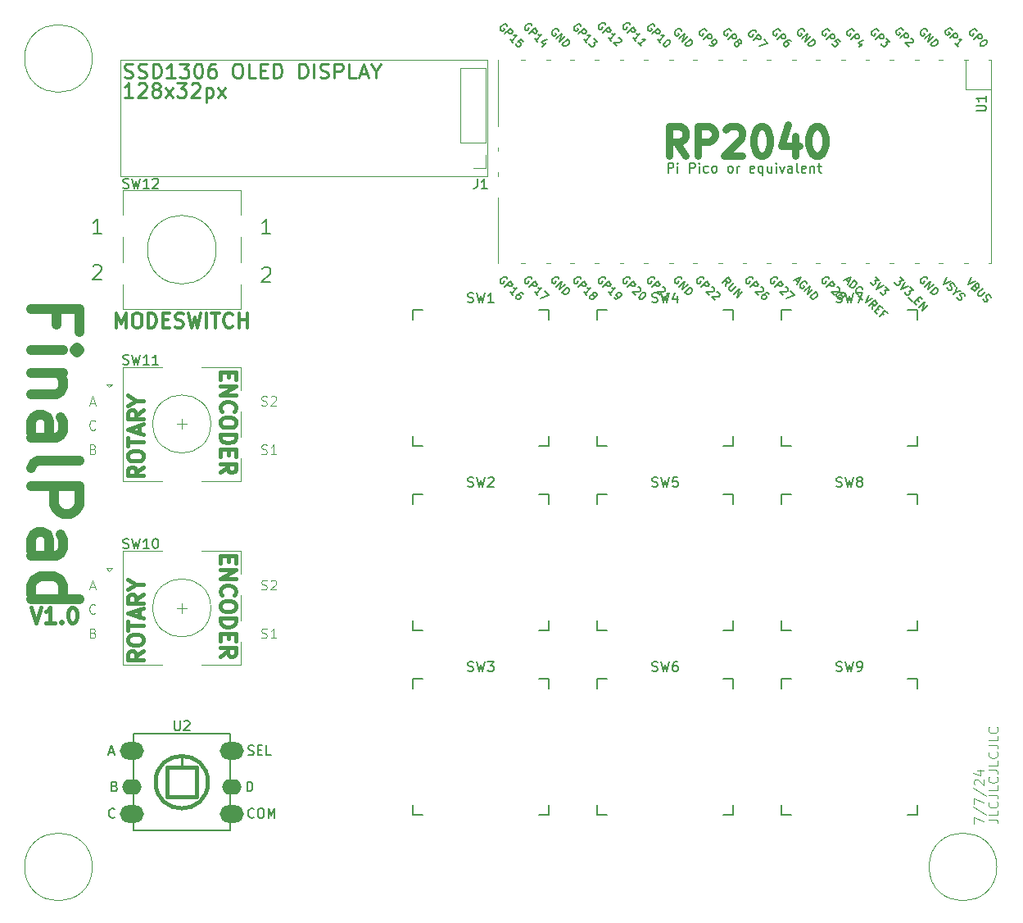
<source format=gbr>
%TF.GenerationSoftware,KiCad,Pcbnew,8.0.3*%
%TF.CreationDate,2024-07-24T11:50:32-04:00*%
%TF.ProjectId,macropad,6d616372-6f70-4616-942e-6b696361645f,1.0*%
%TF.SameCoordinates,Original*%
%TF.FileFunction,Legend,Top*%
%TF.FilePolarity,Positive*%
%FSLAX46Y46*%
G04 Gerber Fmt 4.6, Leading zero omitted, Abs format (unit mm)*
G04 Created by KiCad (PCBNEW 8.0.3) date 2024-07-24 11:50:32*
%MOMM*%
%LPD*%
G01*
G04 APERTURE LIST*
%ADD10C,0.150000*%
%ADD11C,0.400000*%
%ADD12C,0.100000*%
%ADD13C,1.000000*%
%ADD14C,0.250000*%
%ADD15C,0.375000*%
%ADD16C,0.750000*%
%ADD17C,0.127000*%
%ADD18C,0.120000*%
%ADD19C,0.050000*%
%ADD20C,0.381000*%
%ADD21C,0.254000*%
%ADD22O,2.499360X1.800860*%
%ADD23O,1.998980X1.600200*%
G04 APERTURE END LIST*
D10*
X192166667Y-88952200D02*
X192309524Y-88999819D01*
X192309524Y-88999819D02*
X192547619Y-88999819D01*
X192547619Y-88999819D02*
X192642857Y-88952200D01*
X192642857Y-88952200D02*
X192690476Y-88904580D01*
X192690476Y-88904580D02*
X192738095Y-88809342D01*
X192738095Y-88809342D02*
X192738095Y-88714104D01*
X192738095Y-88714104D02*
X192690476Y-88618866D01*
X192690476Y-88618866D02*
X192642857Y-88571247D01*
X192642857Y-88571247D02*
X192547619Y-88523628D01*
X192547619Y-88523628D02*
X192357143Y-88476009D01*
X192357143Y-88476009D02*
X192261905Y-88428390D01*
X192261905Y-88428390D02*
X192214286Y-88380771D01*
X192214286Y-88380771D02*
X192166667Y-88285533D01*
X192166667Y-88285533D02*
X192166667Y-88190295D01*
X192166667Y-88190295D02*
X192214286Y-88095057D01*
X192214286Y-88095057D02*
X192261905Y-88047438D01*
X192261905Y-88047438D02*
X192357143Y-87999819D01*
X192357143Y-87999819D02*
X192595238Y-87999819D01*
X192595238Y-87999819D02*
X192738095Y-88047438D01*
X193071429Y-87999819D02*
X193309524Y-88999819D01*
X193309524Y-88999819D02*
X193500000Y-88285533D01*
X193500000Y-88285533D02*
X193690476Y-88999819D01*
X193690476Y-88999819D02*
X193928572Y-87999819D01*
X194785714Y-87999819D02*
X194309524Y-87999819D01*
X194309524Y-87999819D02*
X194261905Y-88476009D01*
X194261905Y-88476009D02*
X194309524Y-88428390D01*
X194309524Y-88428390D02*
X194404762Y-88380771D01*
X194404762Y-88380771D02*
X194642857Y-88380771D01*
X194642857Y-88380771D02*
X194738095Y-88428390D01*
X194738095Y-88428390D02*
X194785714Y-88476009D01*
X194785714Y-88476009D02*
X194833333Y-88571247D01*
X194833333Y-88571247D02*
X194833333Y-88809342D01*
X194833333Y-88809342D02*
X194785714Y-88904580D01*
X194785714Y-88904580D02*
X194738095Y-88952200D01*
X194738095Y-88952200D02*
X194642857Y-88999819D01*
X194642857Y-88999819D02*
X194404762Y-88999819D01*
X194404762Y-88999819D02*
X194309524Y-88952200D01*
X194309524Y-88952200D02*
X194261905Y-88904580D01*
X211216667Y-108002200D02*
X211359524Y-108049819D01*
X211359524Y-108049819D02*
X211597619Y-108049819D01*
X211597619Y-108049819D02*
X211692857Y-108002200D01*
X211692857Y-108002200D02*
X211740476Y-107954580D01*
X211740476Y-107954580D02*
X211788095Y-107859342D01*
X211788095Y-107859342D02*
X211788095Y-107764104D01*
X211788095Y-107764104D02*
X211740476Y-107668866D01*
X211740476Y-107668866D02*
X211692857Y-107621247D01*
X211692857Y-107621247D02*
X211597619Y-107573628D01*
X211597619Y-107573628D02*
X211407143Y-107526009D01*
X211407143Y-107526009D02*
X211311905Y-107478390D01*
X211311905Y-107478390D02*
X211264286Y-107430771D01*
X211264286Y-107430771D02*
X211216667Y-107335533D01*
X211216667Y-107335533D02*
X211216667Y-107240295D01*
X211216667Y-107240295D02*
X211264286Y-107145057D01*
X211264286Y-107145057D02*
X211311905Y-107097438D01*
X211311905Y-107097438D02*
X211407143Y-107049819D01*
X211407143Y-107049819D02*
X211645238Y-107049819D01*
X211645238Y-107049819D02*
X211788095Y-107097438D01*
X212121429Y-107049819D02*
X212359524Y-108049819D01*
X212359524Y-108049819D02*
X212550000Y-107335533D01*
X212550000Y-107335533D02*
X212740476Y-108049819D01*
X212740476Y-108049819D02*
X212978572Y-107049819D01*
X213407143Y-108049819D02*
X213597619Y-108049819D01*
X213597619Y-108049819D02*
X213692857Y-108002200D01*
X213692857Y-108002200D02*
X213740476Y-107954580D01*
X213740476Y-107954580D02*
X213835714Y-107811723D01*
X213835714Y-107811723D02*
X213883333Y-107621247D01*
X213883333Y-107621247D02*
X213883333Y-107240295D01*
X213883333Y-107240295D02*
X213835714Y-107145057D01*
X213835714Y-107145057D02*
X213788095Y-107097438D01*
X213788095Y-107097438D02*
X213692857Y-107049819D01*
X213692857Y-107049819D02*
X213502381Y-107049819D01*
X213502381Y-107049819D02*
X213407143Y-107097438D01*
X213407143Y-107097438D02*
X213359524Y-107145057D01*
X213359524Y-107145057D02*
X213311905Y-107240295D01*
X213311905Y-107240295D02*
X213311905Y-107478390D01*
X213311905Y-107478390D02*
X213359524Y-107573628D01*
X213359524Y-107573628D02*
X213407143Y-107621247D01*
X213407143Y-107621247D02*
X213502381Y-107668866D01*
X213502381Y-107668866D02*
X213692857Y-107668866D01*
X213692857Y-107668866D02*
X213788095Y-107621247D01*
X213788095Y-107621247D02*
X213835714Y-107573628D01*
X213835714Y-107573628D02*
X213883333Y-107478390D01*
X211216667Y-88952200D02*
X211359524Y-88999819D01*
X211359524Y-88999819D02*
X211597619Y-88999819D01*
X211597619Y-88999819D02*
X211692857Y-88952200D01*
X211692857Y-88952200D02*
X211740476Y-88904580D01*
X211740476Y-88904580D02*
X211788095Y-88809342D01*
X211788095Y-88809342D02*
X211788095Y-88714104D01*
X211788095Y-88714104D02*
X211740476Y-88618866D01*
X211740476Y-88618866D02*
X211692857Y-88571247D01*
X211692857Y-88571247D02*
X211597619Y-88523628D01*
X211597619Y-88523628D02*
X211407143Y-88476009D01*
X211407143Y-88476009D02*
X211311905Y-88428390D01*
X211311905Y-88428390D02*
X211264286Y-88380771D01*
X211264286Y-88380771D02*
X211216667Y-88285533D01*
X211216667Y-88285533D02*
X211216667Y-88190295D01*
X211216667Y-88190295D02*
X211264286Y-88095057D01*
X211264286Y-88095057D02*
X211311905Y-88047438D01*
X211311905Y-88047438D02*
X211407143Y-87999819D01*
X211407143Y-87999819D02*
X211645238Y-87999819D01*
X211645238Y-87999819D02*
X211788095Y-88047438D01*
X212121429Y-87999819D02*
X212359524Y-88999819D01*
X212359524Y-88999819D02*
X212550000Y-88285533D01*
X212550000Y-88285533D02*
X212740476Y-88999819D01*
X212740476Y-88999819D02*
X212978572Y-87999819D01*
X213502381Y-88428390D02*
X213407143Y-88380771D01*
X213407143Y-88380771D02*
X213359524Y-88333152D01*
X213359524Y-88333152D02*
X213311905Y-88237914D01*
X213311905Y-88237914D02*
X213311905Y-88190295D01*
X213311905Y-88190295D02*
X213359524Y-88095057D01*
X213359524Y-88095057D02*
X213407143Y-88047438D01*
X213407143Y-88047438D02*
X213502381Y-87999819D01*
X213502381Y-87999819D02*
X213692857Y-87999819D01*
X213692857Y-87999819D02*
X213788095Y-88047438D01*
X213788095Y-88047438D02*
X213835714Y-88095057D01*
X213835714Y-88095057D02*
X213883333Y-88190295D01*
X213883333Y-88190295D02*
X213883333Y-88237914D01*
X213883333Y-88237914D02*
X213835714Y-88333152D01*
X213835714Y-88333152D02*
X213788095Y-88380771D01*
X213788095Y-88380771D02*
X213692857Y-88428390D01*
X213692857Y-88428390D02*
X213502381Y-88428390D01*
X213502381Y-88428390D02*
X213407143Y-88476009D01*
X213407143Y-88476009D02*
X213359524Y-88523628D01*
X213359524Y-88523628D02*
X213311905Y-88618866D01*
X213311905Y-88618866D02*
X213311905Y-88809342D01*
X213311905Y-88809342D02*
X213359524Y-88904580D01*
X213359524Y-88904580D02*
X213407143Y-88952200D01*
X213407143Y-88952200D02*
X213502381Y-88999819D01*
X213502381Y-88999819D02*
X213692857Y-88999819D01*
X213692857Y-88999819D02*
X213788095Y-88952200D01*
X213788095Y-88952200D02*
X213835714Y-88904580D01*
X213835714Y-88904580D02*
X213883333Y-88809342D01*
X213883333Y-88809342D02*
X213883333Y-88618866D01*
X213883333Y-88618866D02*
X213835714Y-88523628D01*
X213835714Y-88523628D02*
X213788095Y-88476009D01*
X213788095Y-88476009D02*
X213692857Y-88428390D01*
X211216667Y-69902200D02*
X211359524Y-69949819D01*
X211359524Y-69949819D02*
X211597619Y-69949819D01*
X211597619Y-69949819D02*
X211692857Y-69902200D01*
X211692857Y-69902200D02*
X211740476Y-69854580D01*
X211740476Y-69854580D02*
X211788095Y-69759342D01*
X211788095Y-69759342D02*
X211788095Y-69664104D01*
X211788095Y-69664104D02*
X211740476Y-69568866D01*
X211740476Y-69568866D02*
X211692857Y-69521247D01*
X211692857Y-69521247D02*
X211597619Y-69473628D01*
X211597619Y-69473628D02*
X211407143Y-69426009D01*
X211407143Y-69426009D02*
X211311905Y-69378390D01*
X211311905Y-69378390D02*
X211264286Y-69330771D01*
X211264286Y-69330771D02*
X211216667Y-69235533D01*
X211216667Y-69235533D02*
X211216667Y-69140295D01*
X211216667Y-69140295D02*
X211264286Y-69045057D01*
X211264286Y-69045057D02*
X211311905Y-68997438D01*
X211311905Y-68997438D02*
X211407143Y-68949819D01*
X211407143Y-68949819D02*
X211645238Y-68949819D01*
X211645238Y-68949819D02*
X211788095Y-68997438D01*
X212121429Y-68949819D02*
X212359524Y-69949819D01*
X212359524Y-69949819D02*
X212550000Y-69235533D01*
X212550000Y-69235533D02*
X212740476Y-69949819D01*
X212740476Y-69949819D02*
X212978572Y-68949819D01*
X213264286Y-68949819D02*
X213930952Y-68949819D01*
X213930952Y-68949819D02*
X213502381Y-69949819D01*
X192166667Y-108002200D02*
X192309524Y-108049819D01*
X192309524Y-108049819D02*
X192547619Y-108049819D01*
X192547619Y-108049819D02*
X192642857Y-108002200D01*
X192642857Y-108002200D02*
X192690476Y-107954580D01*
X192690476Y-107954580D02*
X192738095Y-107859342D01*
X192738095Y-107859342D02*
X192738095Y-107764104D01*
X192738095Y-107764104D02*
X192690476Y-107668866D01*
X192690476Y-107668866D02*
X192642857Y-107621247D01*
X192642857Y-107621247D02*
X192547619Y-107573628D01*
X192547619Y-107573628D02*
X192357143Y-107526009D01*
X192357143Y-107526009D02*
X192261905Y-107478390D01*
X192261905Y-107478390D02*
X192214286Y-107430771D01*
X192214286Y-107430771D02*
X192166667Y-107335533D01*
X192166667Y-107335533D02*
X192166667Y-107240295D01*
X192166667Y-107240295D02*
X192214286Y-107145057D01*
X192214286Y-107145057D02*
X192261905Y-107097438D01*
X192261905Y-107097438D02*
X192357143Y-107049819D01*
X192357143Y-107049819D02*
X192595238Y-107049819D01*
X192595238Y-107049819D02*
X192738095Y-107097438D01*
X193071429Y-107049819D02*
X193309524Y-108049819D01*
X193309524Y-108049819D02*
X193500000Y-107335533D01*
X193500000Y-107335533D02*
X193690476Y-108049819D01*
X193690476Y-108049819D02*
X193928572Y-107049819D01*
X194738095Y-107049819D02*
X194547619Y-107049819D01*
X194547619Y-107049819D02*
X194452381Y-107097438D01*
X194452381Y-107097438D02*
X194404762Y-107145057D01*
X194404762Y-107145057D02*
X194309524Y-107287914D01*
X194309524Y-107287914D02*
X194261905Y-107478390D01*
X194261905Y-107478390D02*
X194261905Y-107859342D01*
X194261905Y-107859342D02*
X194309524Y-107954580D01*
X194309524Y-107954580D02*
X194357143Y-108002200D01*
X194357143Y-108002200D02*
X194452381Y-108049819D01*
X194452381Y-108049819D02*
X194642857Y-108049819D01*
X194642857Y-108049819D02*
X194738095Y-108002200D01*
X194738095Y-108002200D02*
X194785714Y-107954580D01*
X194785714Y-107954580D02*
X194833333Y-107859342D01*
X194833333Y-107859342D02*
X194833333Y-107621247D01*
X194833333Y-107621247D02*
X194785714Y-107526009D01*
X194785714Y-107526009D02*
X194738095Y-107478390D01*
X194738095Y-107478390D02*
X194642857Y-107430771D01*
X194642857Y-107430771D02*
X194452381Y-107430771D01*
X194452381Y-107430771D02*
X194357143Y-107478390D01*
X194357143Y-107478390D02*
X194309524Y-107526009D01*
X194309524Y-107526009D02*
X194261905Y-107621247D01*
X173116667Y-108002200D02*
X173259524Y-108049819D01*
X173259524Y-108049819D02*
X173497619Y-108049819D01*
X173497619Y-108049819D02*
X173592857Y-108002200D01*
X173592857Y-108002200D02*
X173640476Y-107954580D01*
X173640476Y-107954580D02*
X173688095Y-107859342D01*
X173688095Y-107859342D02*
X173688095Y-107764104D01*
X173688095Y-107764104D02*
X173640476Y-107668866D01*
X173640476Y-107668866D02*
X173592857Y-107621247D01*
X173592857Y-107621247D02*
X173497619Y-107573628D01*
X173497619Y-107573628D02*
X173307143Y-107526009D01*
X173307143Y-107526009D02*
X173211905Y-107478390D01*
X173211905Y-107478390D02*
X173164286Y-107430771D01*
X173164286Y-107430771D02*
X173116667Y-107335533D01*
X173116667Y-107335533D02*
X173116667Y-107240295D01*
X173116667Y-107240295D02*
X173164286Y-107145057D01*
X173164286Y-107145057D02*
X173211905Y-107097438D01*
X173211905Y-107097438D02*
X173307143Y-107049819D01*
X173307143Y-107049819D02*
X173545238Y-107049819D01*
X173545238Y-107049819D02*
X173688095Y-107097438D01*
X174021429Y-107049819D02*
X174259524Y-108049819D01*
X174259524Y-108049819D02*
X174450000Y-107335533D01*
X174450000Y-107335533D02*
X174640476Y-108049819D01*
X174640476Y-108049819D02*
X174878572Y-107049819D01*
X175164286Y-107049819D02*
X175783333Y-107049819D01*
X175783333Y-107049819D02*
X175450000Y-107430771D01*
X175450000Y-107430771D02*
X175592857Y-107430771D01*
X175592857Y-107430771D02*
X175688095Y-107478390D01*
X175688095Y-107478390D02*
X175735714Y-107526009D01*
X175735714Y-107526009D02*
X175783333Y-107621247D01*
X175783333Y-107621247D02*
X175783333Y-107859342D01*
X175783333Y-107859342D02*
X175735714Y-107954580D01*
X175735714Y-107954580D02*
X175688095Y-108002200D01*
X175688095Y-108002200D02*
X175592857Y-108049819D01*
X175592857Y-108049819D02*
X175307143Y-108049819D01*
X175307143Y-108049819D02*
X175211905Y-108002200D01*
X175211905Y-108002200D02*
X175164286Y-107954580D01*
X173116667Y-88952200D02*
X173259524Y-88999819D01*
X173259524Y-88999819D02*
X173497619Y-88999819D01*
X173497619Y-88999819D02*
X173592857Y-88952200D01*
X173592857Y-88952200D02*
X173640476Y-88904580D01*
X173640476Y-88904580D02*
X173688095Y-88809342D01*
X173688095Y-88809342D02*
X173688095Y-88714104D01*
X173688095Y-88714104D02*
X173640476Y-88618866D01*
X173640476Y-88618866D02*
X173592857Y-88571247D01*
X173592857Y-88571247D02*
X173497619Y-88523628D01*
X173497619Y-88523628D02*
X173307143Y-88476009D01*
X173307143Y-88476009D02*
X173211905Y-88428390D01*
X173211905Y-88428390D02*
X173164286Y-88380771D01*
X173164286Y-88380771D02*
X173116667Y-88285533D01*
X173116667Y-88285533D02*
X173116667Y-88190295D01*
X173116667Y-88190295D02*
X173164286Y-88095057D01*
X173164286Y-88095057D02*
X173211905Y-88047438D01*
X173211905Y-88047438D02*
X173307143Y-87999819D01*
X173307143Y-87999819D02*
X173545238Y-87999819D01*
X173545238Y-87999819D02*
X173688095Y-88047438D01*
X174021429Y-87999819D02*
X174259524Y-88999819D01*
X174259524Y-88999819D02*
X174450000Y-88285533D01*
X174450000Y-88285533D02*
X174640476Y-88999819D01*
X174640476Y-88999819D02*
X174878572Y-87999819D01*
X175211905Y-88095057D02*
X175259524Y-88047438D01*
X175259524Y-88047438D02*
X175354762Y-87999819D01*
X175354762Y-87999819D02*
X175592857Y-87999819D01*
X175592857Y-87999819D02*
X175688095Y-88047438D01*
X175688095Y-88047438D02*
X175735714Y-88095057D01*
X175735714Y-88095057D02*
X175783333Y-88190295D01*
X175783333Y-88190295D02*
X175783333Y-88285533D01*
X175783333Y-88285533D02*
X175735714Y-88428390D01*
X175735714Y-88428390D02*
X175164286Y-88999819D01*
X175164286Y-88999819D02*
X175783333Y-88999819D01*
X173116667Y-69902200D02*
X173259524Y-69949819D01*
X173259524Y-69949819D02*
X173497619Y-69949819D01*
X173497619Y-69949819D02*
X173592857Y-69902200D01*
X173592857Y-69902200D02*
X173640476Y-69854580D01*
X173640476Y-69854580D02*
X173688095Y-69759342D01*
X173688095Y-69759342D02*
X173688095Y-69664104D01*
X173688095Y-69664104D02*
X173640476Y-69568866D01*
X173640476Y-69568866D02*
X173592857Y-69521247D01*
X173592857Y-69521247D02*
X173497619Y-69473628D01*
X173497619Y-69473628D02*
X173307143Y-69426009D01*
X173307143Y-69426009D02*
X173211905Y-69378390D01*
X173211905Y-69378390D02*
X173164286Y-69330771D01*
X173164286Y-69330771D02*
X173116667Y-69235533D01*
X173116667Y-69235533D02*
X173116667Y-69140295D01*
X173116667Y-69140295D02*
X173164286Y-69045057D01*
X173164286Y-69045057D02*
X173211905Y-68997438D01*
X173211905Y-68997438D02*
X173307143Y-68949819D01*
X173307143Y-68949819D02*
X173545238Y-68949819D01*
X173545238Y-68949819D02*
X173688095Y-68997438D01*
X174021429Y-68949819D02*
X174259524Y-69949819D01*
X174259524Y-69949819D02*
X174450000Y-69235533D01*
X174450000Y-69235533D02*
X174640476Y-69949819D01*
X174640476Y-69949819D02*
X174878572Y-68949819D01*
X175783333Y-69949819D02*
X175211905Y-69949819D01*
X175497619Y-69949819D02*
X175497619Y-68949819D01*
X175497619Y-68949819D02*
X175402381Y-69092676D01*
X175402381Y-69092676D02*
X175307143Y-69187914D01*
X175307143Y-69187914D02*
X175211905Y-69235533D01*
X137480476Y-76307200D02*
X137623333Y-76354819D01*
X137623333Y-76354819D02*
X137861428Y-76354819D01*
X137861428Y-76354819D02*
X137956666Y-76307200D01*
X137956666Y-76307200D02*
X138004285Y-76259580D01*
X138004285Y-76259580D02*
X138051904Y-76164342D01*
X138051904Y-76164342D02*
X138051904Y-76069104D01*
X138051904Y-76069104D02*
X138004285Y-75973866D01*
X138004285Y-75973866D02*
X137956666Y-75926247D01*
X137956666Y-75926247D02*
X137861428Y-75878628D01*
X137861428Y-75878628D02*
X137670952Y-75831009D01*
X137670952Y-75831009D02*
X137575714Y-75783390D01*
X137575714Y-75783390D02*
X137528095Y-75735771D01*
X137528095Y-75735771D02*
X137480476Y-75640533D01*
X137480476Y-75640533D02*
X137480476Y-75545295D01*
X137480476Y-75545295D02*
X137528095Y-75450057D01*
X137528095Y-75450057D02*
X137575714Y-75402438D01*
X137575714Y-75402438D02*
X137670952Y-75354819D01*
X137670952Y-75354819D02*
X137909047Y-75354819D01*
X137909047Y-75354819D02*
X138051904Y-75402438D01*
X138385238Y-75354819D02*
X138623333Y-76354819D01*
X138623333Y-76354819D02*
X138813809Y-75640533D01*
X138813809Y-75640533D02*
X139004285Y-76354819D01*
X139004285Y-76354819D02*
X139242381Y-75354819D01*
X140147142Y-76354819D02*
X139575714Y-76354819D01*
X139861428Y-76354819D02*
X139861428Y-75354819D01*
X139861428Y-75354819D02*
X139766190Y-75497676D01*
X139766190Y-75497676D02*
X139670952Y-75592914D01*
X139670952Y-75592914D02*
X139575714Y-75640533D01*
X141099523Y-76354819D02*
X140528095Y-76354819D01*
X140813809Y-76354819D02*
X140813809Y-75354819D01*
X140813809Y-75354819D02*
X140718571Y-75497676D01*
X140718571Y-75497676D02*
X140623333Y-75592914D01*
X140623333Y-75592914D02*
X140528095Y-75640533D01*
D11*
X148344704Y-77144109D02*
X148344704Y-77677442D01*
X147506609Y-77906014D02*
X147506609Y-77144109D01*
X147506609Y-77144109D02*
X149106609Y-77144109D01*
X149106609Y-77144109D02*
X149106609Y-77906014D01*
X147506609Y-78591728D02*
X149106609Y-78591728D01*
X149106609Y-78591728D02*
X147506609Y-79506014D01*
X147506609Y-79506014D02*
X149106609Y-79506014D01*
X147658990Y-81182204D02*
X147582800Y-81106013D01*
X147582800Y-81106013D02*
X147506609Y-80877442D01*
X147506609Y-80877442D02*
X147506609Y-80725061D01*
X147506609Y-80725061D02*
X147582800Y-80496489D01*
X147582800Y-80496489D02*
X147735180Y-80344108D01*
X147735180Y-80344108D02*
X147887561Y-80267918D01*
X147887561Y-80267918D02*
X148192323Y-80191727D01*
X148192323Y-80191727D02*
X148420895Y-80191727D01*
X148420895Y-80191727D02*
X148725657Y-80267918D01*
X148725657Y-80267918D02*
X148878038Y-80344108D01*
X148878038Y-80344108D02*
X149030419Y-80496489D01*
X149030419Y-80496489D02*
X149106609Y-80725061D01*
X149106609Y-80725061D02*
X149106609Y-80877442D01*
X149106609Y-80877442D02*
X149030419Y-81106013D01*
X149030419Y-81106013D02*
X148954228Y-81182204D01*
X149106609Y-82172680D02*
X149106609Y-82477442D01*
X149106609Y-82477442D02*
X149030419Y-82629823D01*
X149030419Y-82629823D02*
X148878038Y-82782204D01*
X148878038Y-82782204D02*
X148573276Y-82858394D01*
X148573276Y-82858394D02*
X148039942Y-82858394D01*
X148039942Y-82858394D02*
X147735180Y-82782204D01*
X147735180Y-82782204D02*
X147582800Y-82629823D01*
X147582800Y-82629823D02*
X147506609Y-82477442D01*
X147506609Y-82477442D02*
X147506609Y-82172680D01*
X147506609Y-82172680D02*
X147582800Y-82020299D01*
X147582800Y-82020299D02*
X147735180Y-81867918D01*
X147735180Y-81867918D02*
X148039942Y-81791727D01*
X148039942Y-81791727D02*
X148573276Y-81791727D01*
X148573276Y-81791727D02*
X148878038Y-81867918D01*
X148878038Y-81867918D02*
X149030419Y-82020299D01*
X149030419Y-82020299D02*
X149106609Y-82172680D01*
X147506609Y-83544108D02*
X149106609Y-83544108D01*
X149106609Y-83544108D02*
X149106609Y-83925060D01*
X149106609Y-83925060D02*
X149030419Y-84153632D01*
X149030419Y-84153632D02*
X148878038Y-84306013D01*
X148878038Y-84306013D02*
X148725657Y-84382203D01*
X148725657Y-84382203D02*
X148420895Y-84458394D01*
X148420895Y-84458394D02*
X148192323Y-84458394D01*
X148192323Y-84458394D02*
X147887561Y-84382203D01*
X147887561Y-84382203D02*
X147735180Y-84306013D01*
X147735180Y-84306013D02*
X147582800Y-84153632D01*
X147582800Y-84153632D02*
X147506609Y-83925060D01*
X147506609Y-83925060D02*
X147506609Y-83544108D01*
X148344704Y-85144108D02*
X148344704Y-85677441D01*
X147506609Y-85906013D02*
X147506609Y-85144108D01*
X147506609Y-85144108D02*
X149106609Y-85144108D01*
X149106609Y-85144108D02*
X149106609Y-85906013D01*
X147506609Y-87506013D02*
X148268514Y-86972679D01*
X147506609Y-86591727D02*
X149106609Y-86591727D01*
X149106609Y-86591727D02*
X149106609Y-87201251D01*
X149106609Y-87201251D02*
X149030419Y-87353632D01*
X149030419Y-87353632D02*
X148954228Y-87429822D01*
X148954228Y-87429822D02*
X148801847Y-87506013D01*
X148801847Y-87506013D02*
X148573276Y-87506013D01*
X148573276Y-87506013D02*
X148420895Y-87429822D01*
X148420895Y-87429822D02*
X148344704Y-87353632D01*
X148344704Y-87353632D02*
X148268514Y-87201251D01*
X148268514Y-87201251D02*
X148268514Y-86591727D01*
D12*
X134051905Y-80336704D02*
X134528095Y-80336704D01*
X133956667Y-80622419D02*
X134290000Y-79622419D01*
X134290000Y-79622419D02*
X134623333Y-80622419D01*
X134361428Y-85098609D02*
X134504285Y-85146228D01*
X134504285Y-85146228D02*
X134551904Y-85193847D01*
X134551904Y-85193847D02*
X134599523Y-85289085D01*
X134599523Y-85289085D02*
X134599523Y-85431942D01*
X134599523Y-85431942D02*
X134551904Y-85527180D01*
X134551904Y-85527180D02*
X134504285Y-85574800D01*
X134504285Y-85574800D02*
X134409047Y-85622419D01*
X134409047Y-85622419D02*
X134028095Y-85622419D01*
X134028095Y-85622419D02*
X134028095Y-84622419D01*
X134028095Y-84622419D02*
X134361428Y-84622419D01*
X134361428Y-84622419D02*
X134456666Y-84670038D01*
X134456666Y-84670038D02*
X134504285Y-84717657D01*
X134504285Y-84717657D02*
X134551904Y-84812895D01*
X134551904Y-84812895D02*
X134551904Y-84908133D01*
X134551904Y-84908133D02*
X134504285Y-85003371D01*
X134504285Y-85003371D02*
X134456666Y-85050990D01*
X134456666Y-85050990D02*
X134361428Y-85098609D01*
X134361428Y-85098609D02*
X134028095Y-85098609D01*
X151778095Y-80574800D02*
X151920952Y-80622419D01*
X151920952Y-80622419D02*
X152159047Y-80622419D01*
X152159047Y-80622419D02*
X152254285Y-80574800D01*
X152254285Y-80574800D02*
X152301904Y-80527180D01*
X152301904Y-80527180D02*
X152349523Y-80431942D01*
X152349523Y-80431942D02*
X152349523Y-80336704D01*
X152349523Y-80336704D02*
X152301904Y-80241466D01*
X152301904Y-80241466D02*
X152254285Y-80193847D01*
X152254285Y-80193847D02*
X152159047Y-80146228D01*
X152159047Y-80146228D02*
X151968571Y-80098609D01*
X151968571Y-80098609D02*
X151873333Y-80050990D01*
X151873333Y-80050990D02*
X151825714Y-80003371D01*
X151825714Y-80003371D02*
X151778095Y-79908133D01*
X151778095Y-79908133D02*
X151778095Y-79812895D01*
X151778095Y-79812895D02*
X151825714Y-79717657D01*
X151825714Y-79717657D02*
X151873333Y-79670038D01*
X151873333Y-79670038D02*
X151968571Y-79622419D01*
X151968571Y-79622419D02*
X152206666Y-79622419D01*
X152206666Y-79622419D02*
X152349523Y-79670038D01*
X152730476Y-79717657D02*
X152778095Y-79670038D01*
X152778095Y-79670038D02*
X152873333Y-79622419D01*
X152873333Y-79622419D02*
X153111428Y-79622419D01*
X153111428Y-79622419D02*
X153206666Y-79670038D01*
X153206666Y-79670038D02*
X153254285Y-79717657D01*
X153254285Y-79717657D02*
X153301904Y-79812895D01*
X153301904Y-79812895D02*
X153301904Y-79908133D01*
X153301904Y-79908133D02*
X153254285Y-80050990D01*
X153254285Y-80050990D02*
X152682857Y-80622419D01*
X152682857Y-80622419D02*
X153301904Y-80622419D01*
X134599523Y-83027180D02*
X134551904Y-83074800D01*
X134551904Y-83074800D02*
X134409047Y-83122419D01*
X134409047Y-83122419D02*
X134313809Y-83122419D01*
X134313809Y-83122419D02*
X134170952Y-83074800D01*
X134170952Y-83074800D02*
X134075714Y-82979561D01*
X134075714Y-82979561D02*
X134028095Y-82884323D01*
X134028095Y-82884323D02*
X133980476Y-82693847D01*
X133980476Y-82693847D02*
X133980476Y-82550990D01*
X133980476Y-82550990D02*
X134028095Y-82360514D01*
X134028095Y-82360514D02*
X134075714Y-82265276D01*
X134075714Y-82265276D02*
X134170952Y-82170038D01*
X134170952Y-82170038D02*
X134313809Y-82122419D01*
X134313809Y-82122419D02*
X134409047Y-82122419D01*
X134409047Y-82122419D02*
X134551904Y-82170038D01*
X134551904Y-82170038D02*
X134599523Y-82217657D01*
X151778095Y-85574800D02*
X151920952Y-85622419D01*
X151920952Y-85622419D02*
X152159047Y-85622419D01*
X152159047Y-85622419D02*
X152254285Y-85574800D01*
X152254285Y-85574800D02*
X152301904Y-85527180D01*
X152301904Y-85527180D02*
X152349523Y-85431942D01*
X152349523Y-85431942D02*
X152349523Y-85336704D01*
X152349523Y-85336704D02*
X152301904Y-85241466D01*
X152301904Y-85241466D02*
X152254285Y-85193847D01*
X152254285Y-85193847D02*
X152159047Y-85146228D01*
X152159047Y-85146228D02*
X151968571Y-85098609D01*
X151968571Y-85098609D02*
X151873333Y-85050990D01*
X151873333Y-85050990D02*
X151825714Y-85003371D01*
X151825714Y-85003371D02*
X151778095Y-84908133D01*
X151778095Y-84908133D02*
X151778095Y-84812895D01*
X151778095Y-84812895D02*
X151825714Y-84717657D01*
X151825714Y-84717657D02*
X151873333Y-84670038D01*
X151873333Y-84670038D02*
X151968571Y-84622419D01*
X151968571Y-84622419D02*
X152206666Y-84622419D01*
X152206666Y-84622419D02*
X152349523Y-84670038D01*
X153301904Y-85622419D02*
X152730476Y-85622419D01*
X153016190Y-85622419D02*
X153016190Y-84622419D01*
X153016190Y-84622419D02*
X152920952Y-84765276D01*
X152920952Y-84765276D02*
X152825714Y-84860514D01*
X152825714Y-84860514D02*
X152730476Y-84908133D01*
D11*
X139573390Y-86941604D02*
X138811485Y-87474938D01*
X139573390Y-87855890D02*
X137973390Y-87855890D01*
X137973390Y-87855890D02*
X137973390Y-87246366D01*
X137973390Y-87246366D02*
X138049580Y-87093985D01*
X138049580Y-87093985D02*
X138125771Y-87017795D01*
X138125771Y-87017795D02*
X138278152Y-86941604D01*
X138278152Y-86941604D02*
X138506723Y-86941604D01*
X138506723Y-86941604D02*
X138659104Y-87017795D01*
X138659104Y-87017795D02*
X138735295Y-87093985D01*
X138735295Y-87093985D02*
X138811485Y-87246366D01*
X138811485Y-87246366D02*
X138811485Y-87855890D01*
X137973390Y-85951128D02*
X137973390Y-85646366D01*
X137973390Y-85646366D02*
X138049580Y-85493985D01*
X138049580Y-85493985D02*
X138201961Y-85341604D01*
X138201961Y-85341604D02*
X138506723Y-85265414D01*
X138506723Y-85265414D02*
X139040057Y-85265414D01*
X139040057Y-85265414D02*
X139344819Y-85341604D01*
X139344819Y-85341604D02*
X139497200Y-85493985D01*
X139497200Y-85493985D02*
X139573390Y-85646366D01*
X139573390Y-85646366D02*
X139573390Y-85951128D01*
X139573390Y-85951128D02*
X139497200Y-86103509D01*
X139497200Y-86103509D02*
X139344819Y-86255890D01*
X139344819Y-86255890D02*
X139040057Y-86332081D01*
X139040057Y-86332081D02*
X138506723Y-86332081D01*
X138506723Y-86332081D02*
X138201961Y-86255890D01*
X138201961Y-86255890D02*
X138049580Y-86103509D01*
X138049580Y-86103509D02*
X137973390Y-85951128D01*
X137973390Y-84808272D02*
X137973390Y-83893986D01*
X139573390Y-84351129D02*
X137973390Y-84351129D01*
X139116247Y-83436843D02*
X139116247Y-82674938D01*
X139573390Y-83589224D02*
X137973390Y-83055890D01*
X137973390Y-83055890D02*
X139573390Y-82522557D01*
X139573390Y-81074937D02*
X138811485Y-81608271D01*
X139573390Y-81989223D02*
X137973390Y-81989223D01*
X137973390Y-81989223D02*
X137973390Y-81379699D01*
X137973390Y-81379699D02*
X138049580Y-81227318D01*
X138049580Y-81227318D02*
X138125771Y-81151128D01*
X138125771Y-81151128D02*
X138278152Y-81074937D01*
X138278152Y-81074937D02*
X138506723Y-81074937D01*
X138506723Y-81074937D02*
X138659104Y-81151128D01*
X138659104Y-81151128D02*
X138735295Y-81227318D01*
X138735295Y-81227318D02*
X138811485Y-81379699D01*
X138811485Y-81379699D02*
X138811485Y-81989223D01*
X138811485Y-80084461D02*
X139573390Y-80084461D01*
X137973390Y-80617795D02*
X138811485Y-80084461D01*
X138811485Y-80084461D02*
X137973390Y-79551128D01*
D10*
X137480476Y-95307200D02*
X137623333Y-95354819D01*
X137623333Y-95354819D02*
X137861428Y-95354819D01*
X137861428Y-95354819D02*
X137956666Y-95307200D01*
X137956666Y-95307200D02*
X138004285Y-95259580D01*
X138004285Y-95259580D02*
X138051904Y-95164342D01*
X138051904Y-95164342D02*
X138051904Y-95069104D01*
X138051904Y-95069104D02*
X138004285Y-94973866D01*
X138004285Y-94973866D02*
X137956666Y-94926247D01*
X137956666Y-94926247D02*
X137861428Y-94878628D01*
X137861428Y-94878628D02*
X137670952Y-94831009D01*
X137670952Y-94831009D02*
X137575714Y-94783390D01*
X137575714Y-94783390D02*
X137528095Y-94735771D01*
X137528095Y-94735771D02*
X137480476Y-94640533D01*
X137480476Y-94640533D02*
X137480476Y-94545295D01*
X137480476Y-94545295D02*
X137528095Y-94450057D01*
X137528095Y-94450057D02*
X137575714Y-94402438D01*
X137575714Y-94402438D02*
X137670952Y-94354819D01*
X137670952Y-94354819D02*
X137909047Y-94354819D01*
X137909047Y-94354819D02*
X138051904Y-94402438D01*
X138385238Y-94354819D02*
X138623333Y-95354819D01*
X138623333Y-95354819D02*
X138813809Y-94640533D01*
X138813809Y-94640533D02*
X139004285Y-95354819D01*
X139004285Y-95354819D02*
X139242381Y-94354819D01*
X140147142Y-95354819D02*
X139575714Y-95354819D01*
X139861428Y-95354819D02*
X139861428Y-94354819D01*
X139861428Y-94354819D02*
X139766190Y-94497676D01*
X139766190Y-94497676D02*
X139670952Y-94592914D01*
X139670952Y-94592914D02*
X139575714Y-94640533D01*
X140766190Y-94354819D02*
X140861428Y-94354819D01*
X140861428Y-94354819D02*
X140956666Y-94402438D01*
X140956666Y-94402438D02*
X141004285Y-94450057D01*
X141004285Y-94450057D02*
X141051904Y-94545295D01*
X141051904Y-94545295D02*
X141099523Y-94735771D01*
X141099523Y-94735771D02*
X141099523Y-94973866D01*
X141099523Y-94973866D02*
X141051904Y-95164342D01*
X141051904Y-95164342D02*
X141004285Y-95259580D01*
X141004285Y-95259580D02*
X140956666Y-95307200D01*
X140956666Y-95307200D02*
X140861428Y-95354819D01*
X140861428Y-95354819D02*
X140766190Y-95354819D01*
X140766190Y-95354819D02*
X140670952Y-95307200D01*
X140670952Y-95307200D02*
X140623333Y-95259580D01*
X140623333Y-95259580D02*
X140575714Y-95164342D01*
X140575714Y-95164342D02*
X140528095Y-94973866D01*
X140528095Y-94973866D02*
X140528095Y-94735771D01*
X140528095Y-94735771D02*
X140575714Y-94545295D01*
X140575714Y-94545295D02*
X140623333Y-94450057D01*
X140623333Y-94450057D02*
X140670952Y-94402438D01*
X140670952Y-94402438D02*
X140766190Y-94354819D01*
D12*
X151778095Y-104574800D02*
X151920952Y-104622419D01*
X151920952Y-104622419D02*
X152159047Y-104622419D01*
X152159047Y-104622419D02*
X152254285Y-104574800D01*
X152254285Y-104574800D02*
X152301904Y-104527180D01*
X152301904Y-104527180D02*
X152349523Y-104431942D01*
X152349523Y-104431942D02*
X152349523Y-104336704D01*
X152349523Y-104336704D02*
X152301904Y-104241466D01*
X152301904Y-104241466D02*
X152254285Y-104193847D01*
X152254285Y-104193847D02*
X152159047Y-104146228D01*
X152159047Y-104146228D02*
X151968571Y-104098609D01*
X151968571Y-104098609D02*
X151873333Y-104050990D01*
X151873333Y-104050990D02*
X151825714Y-104003371D01*
X151825714Y-104003371D02*
X151778095Y-103908133D01*
X151778095Y-103908133D02*
X151778095Y-103812895D01*
X151778095Y-103812895D02*
X151825714Y-103717657D01*
X151825714Y-103717657D02*
X151873333Y-103670038D01*
X151873333Y-103670038D02*
X151968571Y-103622419D01*
X151968571Y-103622419D02*
X152206666Y-103622419D01*
X152206666Y-103622419D02*
X152349523Y-103670038D01*
X153301904Y-104622419D02*
X152730476Y-104622419D01*
X153016190Y-104622419D02*
X153016190Y-103622419D01*
X153016190Y-103622419D02*
X152920952Y-103765276D01*
X152920952Y-103765276D02*
X152825714Y-103860514D01*
X152825714Y-103860514D02*
X152730476Y-103908133D01*
X134599523Y-102027180D02*
X134551904Y-102074800D01*
X134551904Y-102074800D02*
X134409047Y-102122419D01*
X134409047Y-102122419D02*
X134313809Y-102122419D01*
X134313809Y-102122419D02*
X134170952Y-102074800D01*
X134170952Y-102074800D02*
X134075714Y-101979561D01*
X134075714Y-101979561D02*
X134028095Y-101884323D01*
X134028095Y-101884323D02*
X133980476Y-101693847D01*
X133980476Y-101693847D02*
X133980476Y-101550990D01*
X133980476Y-101550990D02*
X134028095Y-101360514D01*
X134028095Y-101360514D02*
X134075714Y-101265276D01*
X134075714Y-101265276D02*
X134170952Y-101170038D01*
X134170952Y-101170038D02*
X134313809Y-101122419D01*
X134313809Y-101122419D02*
X134409047Y-101122419D01*
X134409047Y-101122419D02*
X134551904Y-101170038D01*
X134551904Y-101170038D02*
X134599523Y-101217657D01*
X134051905Y-99336704D02*
X134528095Y-99336704D01*
X133956667Y-99622419D02*
X134290000Y-98622419D01*
X134290000Y-98622419D02*
X134623333Y-99622419D01*
X134361428Y-104098609D02*
X134504285Y-104146228D01*
X134504285Y-104146228D02*
X134551904Y-104193847D01*
X134551904Y-104193847D02*
X134599523Y-104289085D01*
X134599523Y-104289085D02*
X134599523Y-104431942D01*
X134599523Y-104431942D02*
X134551904Y-104527180D01*
X134551904Y-104527180D02*
X134504285Y-104574800D01*
X134504285Y-104574800D02*
X134409047Y-104622419D01*
X134409047Y-104622419D02*
X134028095Y-104622419D01*
X134028095Y-104622419D02*
X134028095Y-103622419D01*
X134028095Y-103622419D02*
X134361428Y-103622419D01*
X134361428Y-103622419D02*
X134456666Y-103670038D01*
X134456666Y-103670038D02*
X134504285Y-103717657D01*
X134504285Y-103717657D02*
X134551904Y-103812895D01*
X134551904Y-103812895D02*
X134551904Y-103908133D01*
X134551904Y-103908133D02*
X134504285Y-104003371D01*
X134504285Y-104003371D02*
X134456666Y-104050990D01*
X134456666Y-104050990D02*
X134361428Y-104098609D01*
X134361428Y-104098609D02*
X134028095Y-104098609D01*
X151778095Y-99574800D02*
X151920952Y-99622419D01*
X151920952Y-99622419D02*
X152159047Y-99622419D01*
X152159047Y-99622419D02*
X152254285Y-99574800D01*
X152254285Y-99574800D02*
X152301904Y-99527180D01*
X152301904Y-99527180D02*
X152349523Y-99431942D01*
X152349523Y-99431942D02*
X152349523Y-99336704D01*
X152349523Y-99336704D02*
X152301904Y-99241466D01*
X152301904Y-99241466D02*
X152254285Y-99193847D01*
X152254285Y-99193847D02*
X152159047Y-99146228D01*
X152159047Y-99146228D02*
X151968571Y-99098609D01*
X151968571Y-99098609D02*
X151873333Y-99050990D01*
X151873333Y-99050990D02*
X151825714Y-99003371D01*
X151825714Y-99003371D02*
X151778095Y-98908133D01*
X151778095Y-98908133D02*
X151778095Y-98812895D01*
X151778095Y-98812895D02*
X151825714Y-98717657D01*
X151825714Y-98717657D02*
X151873333Y-98670038D01*
X151873333Y-98670038D02*
X151968571Y-98622419D01*
X151968571Y-98622419D02*
X152206666Y-98622419D01*
X152206666Y-98622419D02*
X152349523Y-98670038D01*
X152730476Y-98717657D02*
X152778095Y-98670038D01*
X152778095Y-98670038D02*
X152873333Y-98622419D01*
X152873333Y-98622419D02*
X153111428Y-98622419D01*
X153111428Y-98622419D02*
X153206666Y-98670038D01*
X153206666Y-98670038D02*
X153254285Y-98717657D01*
X153254285Y-98717657D02*
X153301904Y-98812895D01*
X153301904Y-98812895D02*
X153301904Y-98908133D01*
X153301904Y-98908133D02*
X153254285Y-99050990D01*
X153254285Y-99050990D02*
X152682857Y-99622419D01*
X152682857Y-99622419D02*
X153301904Y-99622419D01*
D11*
X139573390Y-105941604D02*
X138811485Y-106474938D01*
X139573390Y-106855890D02*
X137973390Y-106855890D01*
X137973390Y-106855890D02*
X137973390Y-106246366D01*
X137973390Y-106246366D02*
X138049580Y-106093985D01*
X138049580Y-106093985D02*
X138125771Y-106017795D01*
X138125771Y-106017795D02*
X138278152Y-105941604D01*
X138278152Y-105941604D02*
X138506723Y-105941604D01*
X138506723Y-105941604D02*
X138659104Y-106017795D01*
X138659104Y-106017795D02*
X138735295Y-106093985D01*
X138735295Y-106093985D02*
X138811485Y-106246366D01*
X138811485Y-106246366D02*
X138811485Y-106855890D01*
X137973390Y-104951128D02*
X137973390Y-104646366D01*
X137973390Y-104646366D02*
X138049580Y-104493985D01*
X138049580Y-104493985D02*
X138201961Y-104341604D01*
X138201961Y-104341604D02*
X138506723Y-104265414D01*
X138506723Y-104265414D02*
X139040057Y-104265414D01*
X139040057Y-104265414D02*
X139344819Y-104341604D01*
X139344819Y-104341604D02*
X139497200Y-104493985D01*
X139497200Y-104493985D02*
X139573390Y-104646366D01*
X139573390Y-104646366D02*
X139573390Y-104951128D01*
X139573390Y-104951128D02*
X139497200Y-105103509D01*
X139497200Y-105103509D02*
X139344819Y-105255890D01*
X139344819Y-105255890D02*
X139040057Y-105332081D01*
X139040057Y-105332081D02*
X138506723Y-105332081D01*
X138506723Y-105332081D02*
X138201961Y-105255890D01*
X138201961Y-105255890D02*
X138049580Y-105103509D01*
X138049580Y-105103509D02*
X137973390Y-104951128D01*
X137973390Y-103808272D02*
X137973390Y-102893986D01*
X139573390Y-103351129D02*
X137973390Y-103351129D01*
X139116247Y-102436843D02*
X139116247Y-101674938D01*
X139573390Y-102589224D02*
X137973390Y-102055890D01*
X137973390Y-102055890D02*
X139573390Y-101522557D01*
X139573390Y-100074937D02*
X138811485Y-100608271D01*
X139573390Y-100989223D02*
X137973390Y-100989223D01*
X137973390Y-100989223D02*
X137973390Y-100379699D01*
X137973390Y-100379699D02*
X138049580Y-100227318D01*
X138049580Y-100227318D02*
X138125771Y-100151128D01*
X138125771Y-100151128D02*
X138278152Y-100074937D01*
X138278152Y-100074937D02*
X138506723Y-100074937D01*
X138506723Y-100074937D02*
X138659104Y-100151128D01*
X138659104Y-100151128D02*
X138735295Y-100227318D01*
X138735295Y-100227318D02*
X138811485Y-100379699D01*
X138811485Y-100379699D02*
X138811485Y-100989223D01*
X138811485Y-99084461D02*
X139573390Y-99084461D01*
X137973390Y-99617795D02*
X138811485Y-99084461D01*
X138811485Y-99084461D02*
X137973390Y-98551128D01*
X148344704Y-96144109D02*
X148344704Y-96677442D01*
X147506609Y-96906014D02*
X147506609Y-96144109D01*
X147506609Y-96144109D02*
X149106609Y-96144109D01*
X149106609Y-96144109D02*
X149106609Y-96906014D01*
X147506609Y-97591728D02*
X149106609Y-97591728D01*
X149106609Y-97591728D02*
X147506609Y-98506014D01*
X147506609Y-98506014D02*
X149106609Y-98506014D01*
X147658990Y-100182204D02*
X147582800Y-100106013D01*
X147582800Y-100106013D02*
X147506609Y-99877442D01*
X147506609Y-99877442D02*
X147506609Y-99725061D01*
X147506609Y-99725061D02*
X147582800Y-99496489D01*
X147582800Y-99496489D02*
X147735180Y-99344108D01*
X147735180Y-99344108D02*
X147887561Y-99267918D01*
X147887561Y-99267918D02*
X148192323Y-99191727D01*
X148192323Y-99191727D02*
X148420895Y-99191727D01*
X148420895Y-99191727D02*
X148725657Y-99267918D01*
X148725657Y-99267918D02*
X148878038Y-99344108D01*
X148878038Y-99344108D02*
X149030419Y-99496489D01*
X149030419Y-99496489D02*
X149106609Y-99725061D01*
X149106609Y-99725061D02*
X149106609Y-99877442D01*
X149106609Y-99877442D02*
X149030419Y-100106013D01*
X149030419Y-100106013D02*
X148954228Y-100182204D01*
X149106609Y-101172680D02*
X149106609Y-101477442D01*
X149106609Y-101477442D02*
X149030419Y-101629823D01*
X149030419Y-101629823D02*
X148878038Y-101782204D01*
X148878038Y-101782204D02*
X148573276Y-101858394D01*
X148573276Y-101858394D02*
X148039942Y-101858394D01*
X148039942Y-101858394D02*
X147735180Y-101782204D01*
X147735180Y-101782204D02*
X147582800Y-101629823D01*
X147582800Y-101629823D02*
X147506609Y-101477442D01*
X147506609Y-101477442D02*
X147506609Y-101172680D01*
X147506609Y-101172680D02*
X147582800Y-101020299D01*
X147582800Y-101020299D02*
X147735180Y-100867918D01*
X147735180Y-100867918D02*
X148039942Y-100791727D01*
X148039942Y-100791727D02*
X148573276Y-100791727D01*
X148573276Y-100791727D02*
X148878038Y-100867918D01*
X148878038Y-100867918D02*
X149030419Y-101020299D01*
X149030419Y-101020299D02*
X149106609Y-101172680D01*
X147506609Y-102544108D02*
X149106609Y-102544108D01*
X149106609Y-102544108D02*
X149106609Y-102925060D01*
X149106609Y-102925060D02*
X149030419Y-103153632D01*
X149030419Y-103153632D02*
X148878038Y-103306013D01*
X148878038Y-103306013D02*
X148725657Y-103382203D01*
X148725657Y-103382203D02*
X148420895Y-103458394D01*
X148420895Y-103458394D02*
X148192323Y-103458394D01*
X148192323Y-103458394D02*
X147887561Y-103382203D01*
X147887561Y-103382203D02*
X147735180Y-103306013D01*
X147735180Y-103306013D02*
X147582800Y-103153632D01*
X147582800Y-103153632D02*
X147506609Y-102925060D01*
X147506609Y-102925060D02*
X147506609Y-102544108D01*
X148344704Y-104144108D02*
X148344704Y-104677441D01*
X147506609Y-104906013D02*
X147506609Y-104144108D01*
X147506609Y-104144108D02*
X149106609Y-104144108D01*
X149106609Y-104144108D02*
X149106609Y-104906013D01*
X147506609Y-106506013D02*
X148268514Y-105972679D01*
X147506609Y-105591727D02*
X149106609Y-105591727D01*
X149106609Y-105591727D02*
X149106609Y-106201251D01*
X149106609Y-106201251D02*
X149030419Y-106353632D01*
X149030419Y-106353632D02*
X148954228Y-106429822D01*
X148954228Y-106429822D02*
X148801847Y-106506013D01*
X148801847Y-106506013D02*
X148573276Y-106506013D01*
X148573276Y-106506013D02*
X148420895Y-106429822D01*
X148420895Y-106429822D02*
X148344704Y-106353632D01*
X148344704Y-106353632D02*
X148268514Y-106201251D01*
X148268514Y-106201251D02*
X148268514Y-105591727D01*
D12*
X226912419Y-123369048D02*
X227626704Y-123369048D01*
X227626704Y-123369048D02*
X227769561Y-123416667D01*
X227769561Y-123416667D02*
X227864800Y-123511905D01*
X227864800Y-123511905D02*
X227912419Y-123654762D01*
X227912419Y-123654762D02*
X227912419Y-123750000D01*
X227912419Y-122416667D02*
X227912419Y-122892857D01*
X227912419Y-122892857D02*
X226912419Y-122892857D01*
X227817180Y-121511905D02*
X227864800Y-121559524D01*
X227864800Y-121559524D02*
X227912419Y-121702381D01*
X227912419Y-121702381D02*
X227912419Y-121797619D01*
X227912419Y-121797619D02*
X227864800Y-121940476D01*
X227864800Y-121940476D02*
X227769561Y-122035714D01*
X227769561Y-122035714D02*
X227674323Y-122083333D01*
X227674323Y-122083333D02*
X227483847Y-122130952D01*
X227483847Y-122130952D02*
X227340990Y-122130952D01*
X227340990Y-122130952D02*
X227150514Y-122083333D01*
X227150514Y-122083333D02*
X227055276Y-122035714D01*
X227055276Y-122035714D02*
X226960038Y-121940476D01*
X226960038Y-121940476D02*
X226912419Y-121797619D01*
X226912419Y-121797619D02*
X226912419Y-121702381D01*
X226912419Y-121702381D02*
X226960038Y-121559524D01*
X226960038Y-121559524D02*
X227007657Y-121511905D01*
X226912419Y-120797619D02*
X227626704Y-120797619D01*
X227626704Y-120797619D02*
X227769561Y-120845238D01*
X227769561Y-120845238D02*
X227864800Y-120940476D01*
X227864800Y-120940476D02*
X227912419Y-121083333D01*
X227912419Y-121083333D02*
X227912419Y-121178571D01*
X227912419Y-119845238D02*
X227912419Y-120321428D01*
X227912419Y-120321428D02*
X226912419Y-120321428D01*
X227817180Y-118940476D02*
X227864800Y-118988095D01*
X227864800Y-118988095D02*
X227912419Y-119130952D01*
X227912419Y-119130952D02*
X227912419Y-119226190D01*
X227912419Y-119226190D02*
X227864800Y-119369047D01*
X227864800Y-119369047D02*
X227769561Y-119464285D01*
X227769561Y-119464285D02*
X227674323Y-119511904D01*
X227674323Y-119511904D02*
X227483847Y-119559523D01*
X227483847Y-119559523D02*
X227340990Y-119559523D01*
X227340990Y-119559523D02*
X227150514Y-119511904D01*
X227150514Y-119511904D02*
X227055276Y-119464285D01*
X227055276Y-119464285D02*
X226960038Y-119369047D01*
X226960038Y-119369047D02*
X226912419Y-119226190D01*
X226912419Y-119226190D02*
X226912419Y-119130952D01*
X226912419Y-119130952D02*
X226960038Y-118988095D01*
X226960038Y-118988095D02*
X227007657Y-118940476D01*
X226912419Y-118226190D02*
X227626704Y-118226190D01*
X227626704Y-118226190D02*
X227769561Y-118273809D01*
X227769561Y-118273809D02*
X227864800Y-118369047D01*
X227864800Y-118369047D02*
X227912419Y-118511904D01*
X227912419Y-118511904D02*
X227912419Y-118607142D01*
X227912419Y-117273809D02*
X227912419Y-117749999D01*
X227912419Y-117749999D02*
X226912419Y-117749999D01*
X227817180Y-116369047D02*
X227864800Y-116416666D01*
X227864800Y-116416666D02*
X227912419Y-116559523D01*
X227912419Y-116559523D02*
X227912419Y-116654761D01*
X227912419Y-116654761D02*
X227864800Y-116797618D01*
X227864800Y-116797618D02*
X227769561Y-116892856D01*
X227769561Y-116892856D02*
X227674323Y-116940475D01*
X227674323Y-116940475D02*
X227483847Y-116988094D01*
X227483847Y-116988094D02*
X227340990Y-116988094D01*
X227340990Y-116988094D02*
X227150514Y-116940475D01*
X227150514Y-116940475D02*
X227055276Y-116892856D01*
X227055276Y-116892856D02*
X226960038Y-116797618D01*
X226960038Y-116797618D02*
X226912419Y-116654761D01*
X226912419Y-116654761D02*
X226912419Y-116559523D01*
X226912419Y-116559523D02*
X226960038Y-116416666D01*
X226960038Y-116416666D02*
X227007657Y-116369047D01*
X226912419Y-115654761D02*
X227626704Y-115654761D01*
X227626704Y-115654761D02*
X227769561Y-115702380D01*
X227769561Y-115702380D02*
X227864800Y-115797618D01*
X227864800Y-115797618D02*
X227912419Y-115940475D01*
X227912419Y-115940475D02*
X227912419Y-116035713D01*
X227912419Y-114702380D02*
X227912419Y-115178570D01*
X227912419Y-115178570D02*
X226912419Y-115178570D01*
X227817180Y-113797618D02*
X227864800Y-113845237D01*
X227864800Y-113845237D02*
X227912419Y-113988094D01*
X227912419Y-113988094D02*
X227912419Y-114083332D01*
X227912419Y-114083332D02*
X227864800Y-114226189D01*
X227864800Y-114226189D02*
X227769561Y-114321427D01*
X227769561Y-114321427D02*
X227674323Y-114369046D01*
X227674323Y-114369046D02*
X227483847Y-114416665D01*
X227483847Y-114416665D02*
X227340990Y-114416665D01*
X227340990Y-114416665D02*
X227150514Y-114369046D01*
X227150514Y-114369046D02*
X227055276Y-114321427D01*
X227055276Y-114321427D02*
X226960038Y-114226189D01*
X226960038Y-114226189D02*
X226912419Y-114083332D01*
X226912419Y-114083332D02*
X226912419Y-113988094D01*
X226912419Y-113988094D02*
X226960038Y-113845237D01*
X226960038Y-113845237D02*
X227007657Y-113797618D01*
D11*
X127955537Y-101433390D02*
X128488871Y-103033390D01*
X128488871Y-103033390D02*
X129022204Y-101433390D01*
X130393633Y-103033390D02*
X129479347Y-103033390D01*
X129936490Y-103033390D02*
X129936490Y-101433390D01*
X129936490Y-101433390D02*
X129784109Y-101661961D01*
X129784109Y-101661961D02*
X129631728Y-101814342D01*
X129631728Y-101814342D02*
X129479347Y-101890533D01*
X131079348Y-102881009D02*
X131155538Y-102957200D01*
X131155538Y-102957200D02*
X131079348Y-103033390D01*
X131079348Y-103033390D02*
X131003157Y-102957200D01*
X131003157Y-102957200D02*
X131079348Y-102881009D01*
X131079348Y-102881009D02*
X131079348Y-103033390D01*
X132146015Y-101433390D02*
X132298396Y-101433390D01*
X132298396Y-101433390D02*
X132450777Y-101509580D01*
X132450777Y-101509580D02*
X132526967Y-101585771D01*
X132526967Y-101585771D02*
X132603158Y-101738152D01*
X132603158Y-101738152D02*
X132679348Y-102042914D01*
X132679348Y-102042914D02*
X132679348Y-102423866D01*
X132679348Y-102423866D02*
X132603158Y-102728628D01*
X132603158Y-102728628D02*
X132526967Y-102881009D01*
X132526967Y-102881009D02*
X132450777Y-102957200D01*
X132450777Y-102957200D02*
X132298396Y-103033390D01*
X132298396Y-103033390D02*
X132146015Y-103033390D01*
X132146015Y-103033390D02*
X131993634Y-102957200D01*
X131993634Y-102957200D02*
X131917443Y-102881009D01*
X131917443Y-102881009D02*
X131841253Y-102728628D01*
X131841253Y-102728628D02*
X131765062Y-102423866D01*
X131765062Y-102423866D02*
X131765062Y-102042914D01*
X131765062Y-102042914D02*
X131841253Y-101738152D01*
X131841253Y-101738152D02*
X131917443Y-101585771D01*
X131917443Y-101585771D02*
X131993634Y-101509580D01*
X131993634Y-101509580D02*
X132146015Y-101433390D01*
D12*
X225412419Y-123809523D02*
X225412419Y-123142857D01*
X225412419Y-123142857D02*
X226412419Y-123571428D01*
X225364800Y-122047619D02*
X226650514Y-122904761D01*
X225412419Y-121809523D02*
X225412419Y-121142857D01*
X225412419Y-121142857D02*
X226412419Y-121571428D01*
X225364800Y-120047619D02*
X226650514Y-120904761D01*
X225507657Y-119761904D02*
X225460038Y-119714285D01*
X225460038Y-119714285D02*
X225412419Y-119619047D01*
X225412419Y-119619047D02*
X225412419Y-119380952D01*
X225412419Y-119380952D02*
X225460038Y-119285714D01*
X225460038Y-119285714D02*
X225507657Y-119238095D01*
X225507657Y-119238095D02*
X225602895Y-119190476D01*
X225602895Y-119190476D02*
X225698133Y-119190476D01*
X225698133Y-119190476D02*
X225840990Y-119238095D01*
X225840990Y-119238095D02*
X226412419Y-119809523D01*
X226412419Y-119809523D02*
X226412419Y-119190476D01*
X225745752Y-118333333D02*
X226412419Y-118333333D01*
X225364800Y-118571428D02*
X226079085Y-118809523D01*
X226079085Y-118809523D02*
X226079085Y-118190476D01*
D13*
X130572952Y-72265036D02*
X130572952Y-70598370D01*
X127953904Y-70598370D02*
X132953904Y-70598370D01*
X132953904Y-70598370D02*
X132953904Y-72979322D01*
X127953904Y-74884084D02*
X131287238Y-74884084D01*
X132953904Y-74884084D02*
X132715809Y-74645988D01*
X132715809Y-74645988D02*
X132477714Y-74884084D01*
X132477714Y-74884084D02*
X132715809Y-75122179D01*
X132715809Y-75122179D02*
X132953904Y-74884084D01*
X132953904Y-74884084D02*
X132477714Y-74884084D01*
X131287238Y-77265036D02*
X127953904Y-77265036D01*
X130811047Y-77265036D02*
X131049142Y-77503131D01*
X131049142Y-77503131D02*
X131287238Y-77979321D01*
X131287238Y-77979321D02*
X131287238Y-78693607D01*
X131287238Y-78693607D02*
X131049142Y-79169798D01*
X131049142Y-79169798D02*
X130572952Y-79407893D01*
X130572952Y-79407893D02*
X127953904Y-79407893D01*
X127953904Y-83931703D02*
X130572952Y-83931703D01*
X130572952Y-83931703D02*
X131049142Y-83693608D01*
X131049142Y-83693608D02*
X131287238Y-83217417D01*
X131287238Y-83217417D02*
X131287238Y-82265036D01*
X131287238Y-82265036D02*
X131049142Y-81788846D01*
X128192000Y-83931703D02*
X127953904Y-83455512D01*
X127953904Y-83455512D02*
X127953904Y-82265036D01*
X127953904Y-82265036D02*
X128192000Y-81788846D01*
X128192000Y-81788846D02*
X128668190Y-81550750D01*
X128668190Y-81550750D02*
X129144380Y-81550750D01*
X129144380Y-81550750D02*
X129620571Y-81788846D01*
X129620571Y-81788846D02*
X129858666Y-82265036D01*
X129858666Y-82265036D02*
X129858666Y-83455512D01*
X129858666Y-83455512D02*
X130096761Y-83931703D01*
X127953904Y-87026941D02*
X128192000Y-86550751D01*
X128192000Y-86550751D02*
X128668190Y-86312656D01*
X128668190Y-86312656D02*
X132953904Y-86312656D01*
X127953904Y-88931704D02*
X132953904Y-88931704D01*
X132953904Y-88931704D02*
X132953904Y-90836466D01*
X132953904Y-90836466D02*
X132715809Y-91312656D01*
X132715809Y-91312656D02*
X132477714Y-91550751D01*
X132477714Y-91550751D02*
X132001523Y-91788847D01*
X132001523Y-91788847D02*
X131287238Y-91788847D01*
X131287238Y-91788847D02*
X130811047Y-91550751D01*
X130811047Y-91550751D02*
X130572952Y-91312656D01*
X130572952Y-91312656D02*
X130334857Y-90836466D01*
X130334857Y-90836466D02*
X130334857Y-88931704D01*
X127953904Y-96074561D02*
X130572952Y-96074561D01*
X130572952Y-96074561D02*
X131049142Y-95836466D01*
X131049142Y-95836466D02*
X131287238Y-95360275D01*
X131287238Y-95360275D02*
X131287238Y-94407894D01*
X131287238Y-94407894D02*
X131049142Y-93931704D01*
X128192000Y-96074561D02*
X127953904Y-95598370D01*
X127953904Y-95598370D02*
X127953904Y-94407894D01*
X127953904Y-94407894D02*
X128192000Y-93931704D01*
X128192000Y-93931704D02*
X128668190Y-93693608D01*
X128668190Y-93693608D02*
X129144380Y-93693608D01*
X129144380Y-93693608D02*
X129620571Y-93931704D01*
X129620571Y-93931704D02*
X129858666Y-94407894D01*
X129858666Y-94407894D02*
X129858666Y-95598370D01*
X129858666Y-95598370D02*
X130096761Y-96074561D01*
X127953904Y-100598371D02*
X132953904Y-100598371D01*
X128192000Y-100598371D02*
X127953904Y-100122180D01*
X127953904Y-100122180D02*
X127953904Y-99169799D01*
X127953904Y-99169799D02*
X128192000Y-98693609D01*
X128192000Y-98693609D02*
X128430095Y-98455514D01*
X128430095Y-98455514D02*
X128906285Y-98217418D01*
X128906285Y-98217418D02*
X130334857Y-98217418D01*
X130334857Y-98217418D02*
X130811047Y-98455514D01*
X130811047Y-98455514D02*
X131049142Y-98693609D01*
X131049142Y-98693609D02*
X131287238Y-99169799D01*
X131287238Y-99169799D02*
X131287238Y-100122180D01*
X131287238Y-100122180D02*
X131049142Y-100598371D01*
D10*
X174081602Y-57180777D02*
X174081602Y-57895062D01*
X174081602Y-57895062D02*
X174033983Y-58037919D01*
X174033983Y-58037919D02*
X173938745Y-58133158D01*
X173938745Y-58133158D02*
X173795888Y-58180777D01*
X173795888Y-58180777D02*
X173700650Y-58180777D01*
X175081602Y-58180777D02*
X174510174Y-58180777D01*
X174795888Y-58180777D02*
X174795888Y-57180777D01*
X174795888Y-57180777D02*
X174700650Y-57323634D01*
X174700650Y-57323634D02*
X174605412Y-57418872D01*
X174605412Y-57418872D02*
X174510174Y-57466491D01*
D14*
X138472266Y-48779386D02*
X137615123Y-48779386D01*
X138043694Y-48779386D02*
X138043694Y-47279386D01*
X138043694Y-47279386D02*
X137900837Y-47493672D01*
X137900837Y-47493672D02*
X137757980Y-47636529D01*
X137757980Y-47636529D02*
X137615123Y-47707958D01*
X139043694Y-47422243D02*
X139115122Y-47350815D01*
X139115122Y-47350815D02*
X139257980Y-47279386D01*
X139257980Y-47279386D02*
X139615122Y-47279386D01*
X139615122Y-47279386D02*
X139757980Y-47350815D01*
X139757980Y-47350815D02*
X139829408Y-47422243D01*
X139829408Y-47422243D02*
X139900837Y-47565100D01*
X139900837Y-47565100D02*
X139900837Y-47707958D01*
X139900837Y-47707958D02*
X139829408Y-47922243D01*
X139829408Y-47922243D02*
X138972265Y-48779386D01*
X138972265Y-48779386D02*
X139900837Y-48779386D01*
X140757979Y-47922243D02*
X140615122Y-47850815D01*
X140615122Y-47850815D02*
X140543693Y-47779386D01*
X140543693Y-47779386D02*
X140472265Y-47636529D01*
X140472265Y-47636529D02*
X140472265Y-47565100D01*
X140472265Y-47565100D02*
X140543693Y-47422243D01*
X140543693Y-47422243D02*
X140615122Y-47350815D01*
X140615122Y-47350815D02*
X140757979Y-47279386D01*
X140757979Y-47279386D02*
X141043693Y-47279386D01*
X141043693Y-47279386D02*
X141186551Y-47350815D01*
X141186551Y-47350815D02*
X141257979Y-47422243D01*
X141257979Y-47422243D02*
X141329408Y-47565100D01*
X141329408Y-47565100D02*
X141329408Y-47636529D01*
X141329408Y-47636529D02*
X141257979Y-47779386D01*
X141257979Y-47779386D02*
X141186551Y-47850815D01*
X141186551Y-47850815D02*
X141043693Y-47922243D01*
X141043693Y-47922243D02*
X140757979Y-47922243D01*
X140757979Y-47922243D02*
X140615122Y-47993672D01*
X140615122Y-47993672D02*
X140543693Y-48065100D01*
X140543693Y-48065100D02*
X140472265Y-48207958D01*
X140472265Y-48207958D02*
X140472265Y-48493672D01*
X140472265Y-48493672D02*
X140543693Y-48636529D01*
X140543693Y-48636529D02*
X140615122Y-48707958D01*
X140615122Y-48707958D02*
X140757979Y-48779386D01*
X140757979Y-48779386D02*
X141043693Y-48779386D01*
X141043693Y-48779386D02*
X141186551Y-48707958D01*
X141186551Y-48707958D02*
X141257979Y-48636529D01*
X141257979Y-48636529D02*
X141329408Y-48493672D01*
X141329408Y-48493672D02*
X141329408Y-48207958D01*
X141329408Y-48207958D02*
X141257979Y-48065100D01*
X141257979Y-48065100D02*
X141186551Y-47993672D01*
X141186551Y-47993672D02*
X141043693Y-47922243D01*
X141829407Y-48779386D02*
X142615122Y-47779386D01*
X141829407Y-47779386D02*
X142615122Y-48779386D01*
X143043693Y-47279386D02*
X143972265Y-47279386D01*
X143972265Y-47279386D02*
X143472265Y-47850815D01*
X143472265Y-47850815D02*
X143686550Y-47850815D01*
X143686550Y-47850815D02*
X143829408Y-47922243D01*
X143829408Y-47922243D02*
X143900836Y-47993672D01*
X143900836Y-47993672D02*
X143972265Y-48136529D01*
X143972265Y-48136529D02*
X143972265Y-48493672D01*
X143972265Y-48493672D02*
X143900836Y-48636529D01*
X143900836Y-48636529D02*
X143829408Y-48707958D01*
X143829408Y-48707958D02*
X143686550Y-48779386D01*
X143686550Y-48779386D02*
X143257979Y-48779386D01*
X143257979Y-48779386D02*
X143115122Y-48707958D01*
X143115122Y-48707958D02*
X143043693Y-48636529D01*
X144543693Y-47422243D02*
X144615121Y-47350815D01*
X144615121Y-47350815D02*
X144757979Y-47279386D01*
X144757979Y-47279386D02*
X145115121Y-47279386D01*
X145115121Y-47279386D02*
X145257979Y-47350815D01*
X145257979Y-47350815D02*
X145329407Y-47422243D01*
X145329407Y-47422243D02*
X145400836Y-47565100D01*
X145400836Y-47565100D02*
X145400836Y-47707958D01*
X145400836Y-47707958D02*
X145329407Y-47922243D01*
X145329407Y-47922243D02*
X144472264Y-48779386D01*
X144472264Y-48779386D02*
X145400836Y-48779386D01*
X146043692Y-47779386D02*
X146043692Y-49279386D01*
X146043692Y-47850815D02*
X146186550Y-47779386D01*
X146186550Y-47779386D02*
X146472264Y-47779386D01*
X146472264Y-47779386D02*
X146615121Y-47850815D01*
X146615121Y-47850815D02*
X146686550Y-47922243D01*
X146686550Y-47922243D02*
X146757978Y-48065100D01*
X146757978Y-48065100D02*
X146757978Y-48493672D01*
X146757978Y-48493672D02*
X146686550Y-48636529D01*
X146686550Y-48636529D02*
X146615121Y-48707958D01*
X146615121Y-48707958D02*
X146472264Y-48779386D01*
X146472264Y-48779386D02*
X146186550Y-48779386D01*
X146186550Y-48779386D02*
X146043692Y-48707958D01*
X147257978Y-48779386D02*
X148043693Y-47779386D01*
X147257978Y-47779386D02*
X148043693Y-48779386D01*
X137615123Y-46707958D02*
X137829409Y-46779386D01*
X137829409Y-46779386D02*
X138186551Y-46779386D01*
X138186551Y-46779386D02*
X138329409Y-46707958D01*
X138329409Y-46707958D02*
X138400837Y-46636529D01*
X138400837Y-46636529D02*
X138472266Y-46493672D01*
X138472266Y-46493672D02*
X138472266Y-46350815D01*
X138472266Y-46350815D02*
X138400837Y-46207958D01*
X138400837Y-46207958D02*
X138329409Y-46136529D01*
X138329409Y-46136529D02*
X138186551Y-46065100D01*
X138186551Y-46065100D02*
X137900837Y-45993672D01*
X137900837Y-45993672D02*
X137757980Y-45922243D01*
X137757980Y-45922243D02*
X137686551Y-45850815D01*
X137686551Y-45850815D02*
X137615123Y-45707958D01*
X137615123Y-45707958D02*
X137615123Y-45565100D01*
X137615123Y-45565100D02*
X137686551Y-45422243D01*
X137686551Y-45422243D02*
X137757980Y-45350815D01*
X137757980Y-45350815D02*
X137900837Y-45279386D01*
X137900837Y-45279386D02*
X138257980Y-45279386D01*
X138257980Y-45279386D02*
X138472266Y-45350815D01*
X139043694Y-46707958D02*
X139257980Y-46779386D01*
X139257980Y-46779386D02*
X139615122Y-46779386D01*
X139615122Y-46779386D02*
X139757980Y-46707958D01*
X139757980Y-46707958D02*
X139829408Y-46636529D01*
X139829408Y-46636529D02*
X139900837Y-46493672D01*
X139900837Y-46493672D02*
X139900837Y-46350815D01*
X139900837Y-46350815D02*
X139829408Y-46207958D01*
X139829408Y-46207958D02*
X139757980Y-46136529D01*
X139757980Y-46136529D02*
X139615122Y-46065100D01*
X139615122Y-46065100D02*
X139329408Y-45993672D01*
X139329408Y-45993672D02*
X139186551Y-45922243D01*
X139186551Y-45922243D02*
X139115122Y-45850815D01*
X139115122Y-45850815D02*
X139043694Y-45707958D01*
X139043694Y-45707958D02*
X139043694Y-45565100D01*
X139043694Y-45565100D02*
X139115122Y-45422243D01*
X139115122Y-45422243D02*
X139186551Y-45350815D01*
X139186551Y-45350815D02*
X139329408Y-45279386D01*
X139329408Y-45279386D02*
X139686551Y-45279386D01*
X139686551Y-45279386D02*
X139900837Y-45350815D01*
X140543693Y-46779386D02*
X140543693Y-45279386D01*
X140543693Y-45279386D02*
X140900836Y-45279386D01*
X140900836Y-45279386D02*
X141115122Y-45350815D01*
X141115122Y-45350815D02*
X141257979Y-45493672D01*
X141257979Y-45493672D02*
X141329408Y-45636529D01*
X141329408Y-45636529D02*
X141400836Y-45922243D01*
X141400836Y-45922243D02*
X141400836Y-46136529D01*
X141400836Y-46136529D02*
X141329408Y-46422243D01*
X141329408Y-46422243D02*
X141257979Y-46565100D01*
X141257979Y-46565100D02*
X141115122Y-46707958D01*
X141115122Y-46707958D02*
X140900836Y-46779386D01*
X140900836Y-46779386D02*
X140543693Y-46779386D01*
X142829408Y-46779386D02*
X141972265Y-46779386D01*
X142400836Y-46779386D02*
X142400836Y-45279386D01*
X142400836Y-45279386D02*
X142257979Y-45493672D01*
X142257979Y-45493672D02*
X142115122Y-45636529D01*
X142115122Y-45636529D02*
X141972265Y-45707958D01*
X143329407Y-45279386D02*
X144257979Y-45279386D01*
X144257979Y-45279386D02*
X143757979Y-45850815D01*
X143757979Y-45850815D02*
X143972264Y-45850815D01*
X143972264Y-45850815D02*
X144115122Y-45922243D01*
X144115122Y-45922243D02*
X144186550Y-45993672D01*
X144186550Y-45993672D02*
X144257979Y-46136529D01*
X144257979Y-46136529D02*
X144257979Y-46493672D01*
X144257979Y-46493672D02*
X144186550Y-46636529D01*
X144186550Y-46636529D02*
X144115122Y-46707958D01*
X144115122Y-46707958D02*
X143972264Y-46779386D01*
X143972264Y-46779386D02*
X143543693Y-46779386D01*
X143543693Y-46779386D02*
X143400836Y-46707958D01*
X143400836Y-46707958D02*
X143329407Y-46636529D01*
X145186550Y-45279386D02*
X145329407Y-45279386D01*
X145329407Y-45279386D02*
X145472264Y-45350815D01*
X145472264Y-45350815D02*
X145543693Y-45422243D01*
X145543693Y-45422243D02*
X145615121Y-45565100D01*
X145615121Y-45565100D02*
X145686550Y-45850815D01*
X145686550Y-45850815D02*
X145686550Y-46207958D01*
X145686550Y-46207958D02*
X145615121Y-46493672D01*
X145615121Y-46493672D02*
X145543693Y-46636529D01*
X145543693Y-46636529D02*
X145472264Y-46707958D01*
X145472264Y-46707958D02*
X145329407Y-46779386D01*
X145329407Y-46779386D02*
X145186550Y-46779386D01*
X145186550Y-46779386D02*
X145043693Y-46707958D01*
X145043693Y-46707958D02*
X144972264Y-46636529D01*
X144972264Y-46636529D02*
X144900835Y-46493672D01*
X144900835Y-46493672D02*
X144829407Y-46207958D01*
X144829407Y-46207958D02*
X144829407Y-45850815D01*
X144829407Y-45850815D02*
X144900835Y-45565100D01*
X144900835Y-45565100D02*
X144972264Y-45422243D01*
X144972264Y-45422243D02*
X145043693Y-45350815D01*
X145043693Y-45350815D02*
X145186550Y-45279386D01*
X146972264Y-45279386D02*
X146686549Y-45279386D01*
X146686549Y-45279386D02*
X146543692Y-45350815D01*
X146543692Y-45350815D02*
X146472264Y-45422243D01*
X146472264Y-45422243D02*
X146329406Y-45636529D01*
X146329406Y-45636529D02*
X146257978Y-45922243D01*
X146257978Y-45922243D02*
X146257978Y-46493672D01*
X146257978Y-46493672D02*
X146329406Y-46636529D01*
X146329406Y-46636529D02*
X146400835Y-46707958D01*
X146400835Y-46707958D02*
X146543692Y-46779386D01*
X146543692Y-46779386D02*
X146829406Y-46779386D01*
X146829406Y-46779386D02*
X146972264Y-46707958D01*
X146972264Y-46707958D02*
X147043692Y-46636529D01*
X147043692Y-46636529D02*
X147115121Y-46493672D01*
X147115121Y-46493672D02*
X147115121Y-46136529D01*
X147115121Y-46136529D02*
X147043692Y-45993672D01*
X147043692Y-45993672D02*
X146972264Y-45922243D01*
X146972264Y-45922243D02*
X146829406Y-45850815D01*
X146829406Y-45850815D02*
X146543692Y-45850815D01*
X146543692Y-45850815D02*
X146400835Y-45922243D01*
X146400835Y-45922243D02*
X146329406Y-45993672D01*
X146329406Y-45993672D02*
X146257978Y-46136529D01*
X149186549Y-45279386D02*
X149472263Y-45279386D01*
X149472263Y-45279386D02*
X149615120Y-45350815D01*
X149615120Y-45350815D02*
X149757977Y-45493672D01*
X149757977Y-45493672D02*
X149829406Y-45779386D01*
X149829406Y-45779386D02*
X149829406Y-46279386D01*
X149829406Y-46279386D02*
X149757977Y-46565100D01*
X149757977Y-46565100D02*
X149615120Y-46707958D01*
X149615120Y-46707958D02*
X149472263Y-46779386D01*
X149472263Y-46779386D02*
X149186549Y-46779386D01*
X149186549Y-46779386D02*
X149043692Y-46707958D01*
X149043692Y-46707958D02*
X148900834Y-46565100D01*
X148900834Y-46565100D02*
X148829406Y-46279386D01*
X148829406Y-46279386D02*
X148829406Y-45779386D01*
X148829406Y-45779386D02*
X148900834Y-45493672D01*
X148900834Y-45493672D02*
X149043692Y-45350815D01*
X149043692Y-45350815D02*
X149186549Y-45279386D01*
X151186549Y-46779386D02*
X150472263Y-46779386D01*
X150472263Y-46779386D02*
X150472263Y-45279386D01*
X151686549Y-45993672D02*
X152186549Y-45993672D01*
X152400835Y-46779386D02*
X151686549Y-46779386D01*
X151686549Y-46779386D02*
X151686549Y-45279386D01*
X151686549Y-45279386D02*
X152400835Y-45279386D01*
X153043692Y-46779386D02*
X153043692Y-45279386D01*
X153043692Y-45279386D02*
X153400835Y-45279386D01*
X153400835Y-45279386D02*
X153615121Y-45350815D01*
X153615121Y-45350815D02*
X153757978Y-45493672D01*
X153757978Y-45493672D02*
X153829407Y-45636529D01*
X153829407Y-45636529D02*
X153900835Y-45922243D01*
X153900835Y-45922243D02*
X153900835Y-46136529D01*
X153900835Y-46136529D02*
X153829407Y-46422243D01*
X153829407Y-46422243D02*
X153757978Y-46565100D01*
X153757978Y-46565100D02*
X153615121Y-46707958D01*
X153615121Y-46707958D02*
X153400835Y-46779386D01*
X153400835Y-46779386D02*
X153043692Y-46779386D01*
X155686549Y-46779386D02*
X155686549Y-45279386D01*
X155686549Y-45279386D02*
X156043692Y-45279386D01*
X156043692Y-45279386D02*
X156257978Y-45350815D01*
X156257978Y-45350815D02*
X156400835Y-45493672D01*
X156400835Y-45493672D02*
X156472264Y-45636529D01*
X156472264Y-45636529D02*
X156543692Y-45922243D01*
X156543692Y-45922243D02*
X156543692Y-46136529D01*
X156543692Y-46136529D02*
X156472264Y-46422243D01*
X156472264Y-46422243D02*
X156400835Y-46565100D01*
X156400835Y-46565100D02*
X156257978Y-46707958D01*
X156257978Y-46707958D02*
X156043692Y-46779386D01*
X156043692Y-46779386D02*
X155686549Y-46779386D01*
X157186549Y-46779386D02*
X157186549Y-45279386D01*
X157829407Y-46707958D02*
X158043693Y-46779386D01*
X158043693Y-46779386D02*
X158400835Y-46779386D01*
X158400835Y-46779386D02*
X158543693Y-46707958D01*
X158543693Y-46707958D02*
X158615121Y-46636529D01*
X158615121Y-46636529D02*
X158686550Y-46493672D01*
X158686550Y-46493672D02*
X158686550Y-46350815D01*
X158686550Y-46350815D02*
X158615121Y-46207958D01*
X158615121Y-46207958D02*
X158543693Y-46136529D01*
X158543693Y-46136529D02*
X158400835Y-46065100D01*
X158400835Y-46065100D02*
X158115121Y-45993672D01*
X158115121Y-45993672D02*
X157972264Y-45922243D01*
X157972264Y-45922243D02*
X157900835Y-45850815D01*
X157900835Y-45850815D02*
X157829407Y-45707958D01*
X157829407Y-45707958D02*
X157829407Y-45565100D01*
X157829407Y-45565100D02*
X157900835Y-45422243D01*
X157900835Y-45422243D02*
X157972264Y-45350815D01*
X157972264Y-45350815D02*
X158115121Y-45279386D01*
X158115121Y-45279386D02*
X158472264Y-45279386D01*
X158472264Y-45279386D02*
X158686550Y-45350815D01*
X159329406Y-46779386D02*
X159329406Y-45279386D01*
X159329406Y-45279386D02*
X159900835Y-45279386D01*
X159900835Y-45279386D02*
X160043692Y-45350815D01*
X160043692Y-45350815D02*
X160115121Y-45422243D01*
X160115121Y-45422243D02*
X160186549Y-45565100D01*
X160186549Y-45565100D02*
X160186549Y-45779386D01*
X160186549Y-45779386D02*
X160115121Y-45922243D01*
X160115121Y-45922243D02*
X160043692Y-45993672D01*
X160043692Y-45993672D02*
X159900835Y-46065100D01*
X159900835Y-46065100D02*
X159329406Y-46065100D01*
X161543692Y-46779386D02*
X160829406Y-46779386D01*
X160829406Y-46779386D02*
X160829406Y-45279386D01*
X161972264Y-46350815D02*
X162686550Y-46350815D01*
X161829407Y-46779386D02*
X162329407Y-45279386D01*
X162329407Y-45279386D02*
X162829407Y-46779386D01*
X163615121Y-46065100D02*
X163615121Y-46779386D01*
X163115121Y-45279386D02*
X163615121Y-46065100D01*
X163615121Y-46065100D02*
X164115121Y-45279386D01*
D10*
X137480476Y-58107200D02*
X137623333Y-58154819D01*
X137623333Y-58154819D02*
X137861428Y-58154819D01*
X137861428Y-58154819D02*
X137956666Y-58107200D01*
X137956666Y-58107200D02*
X138004285Y-58059580D01*
X138004285Y-58059580D02*
X138051904Y-57964342D01*
X138051904Y-57964342D02*
X138051904Y-57869104D01*
X138051904Y-57869104D02*
X138004285Y-57773866D01*
X138004285Y-57773866D02*
X137956666Y-57726247D01*
X137956666Y-57726247D02*
X137861428Y-57678628D01*
X137861428Y-57678628D02*
X137670952Y-57631009D01*
X137670952Y-57631009D02*
X137575714Y-57583390D01*
X137575714Y-57583390D02*
X137528095Y-57535771D01*
X137528095Y-57535771D02*
X137480476Y-57440533D01*
X137480476Y-57440533D02*
X137480476Y-57345295D01*
X137480476Y-57345295D02*
X137528095Y-57250057D01*
X137528095Y-57250057D02*
X137575714Y-57202438D01*
X137575714Y-57202438D02*
X137670952Y-57154819D01*
X137670952Y-57154819D02*
X137909047Y-57154819D01*
X137909047Y-57154819D02*
X138051904Y-57202438D01*
X138385238Y-57154819D02*
X138623333Y-58154819D01*
X138623333Y-58154819D02*
X138813809Y-57440533D01*
X138813809Y-57440533D02*
X139004285Y-58154819D01*
X139004285Y-58154819D02*
X139242381Y-57154819D01*
X140147142Y-58154819D02*
X139575714Y-58154819D01*
X139861428Y-58154819D02*
X139861428Y-57154819D01*
X139861428Y-57154819D02*
X139766190Y-57297676D01*
X139766190Y-57297676D02*
X139670952Y-57392914D01*
X139670952Y-57392914D02*
X139575714Y-57440533D01*
X140528095Y-57250057D02*
X140575714Y-57202438D01*
X140575714Y-57202438D02*
X140670952Y-57154819D01*
X140670952Y-57154819D02*
X140909047Y-57154819D01*
X140909047Y-57154819D02*
X141004285Y-57202438D01*
X141004285Y-57202438D02*
X141051904Y-57250057D01*
X141051904Y-57250057D02*
X141099523Y-57345295D01*
X141099523Y-57345295D02*
X141099523Y-57440533D01*
X141099523Y-57440533D02*
X141051904Y-57583390D01*
X141051904Y-57583390D02*
X140480476Y-58154819D01*
X140480476Y-58154819D02*
X141099523Y-58154819D01*
X152718572Y-62808628D02*
X151861429Y-62808628D01*
X152290000Y-62808628D02*
X152290000Y-61308628D01*
X152290000Y-61308628D02*
X152147143Y-61522914D01*
X152147143Y-61522914D02*
X152004286Y-61665771D01*
X152004286Y-61665771D02*
X151861429Y-61737200D01*
X134361429Y-66201485D02*
X134432857Y-66130057D01*
X134432857Y-66130057D02*
X134575715Y-66058628D01*
X134575715Y-66058628D02*
X134932857Y-66058628D01*
X134932857Y-66058628D02*
X135075715Y-66130057D01*
X135075715Y-66130057D02*
X135147143Y-66201485D01*
X135147143Y-66201485D02*
X135218572Y-66344342D01*
X135218572Y-66344342D02*
X135218572Y-66487200D01*
X135218572Y-66487200D02*
X135147143Y-66701485D01*
X135147143Y-66701485D02*
X134290000Y-67558628D01*
X134290000Y-67558628D02*
X135218572Y-67558628D01*
X135218572Y-62808628D02*
X134361429Y-62808628D01*
X134790000Y-62808628D02*
X134790000Y-61308628D01*
X134790000Y-61308628D02*
X134647143Y-61522914D01*
X134647143Y-61522914D02*
X134504286Y-61665771D01*
X134504286Y-61665771D02*
X134361429Y-61737200D01*
X151861429Y-66451485D02*
X151932857Y-66380057D01*
X151932857Y-66380057D02*
X152075715Y-66308628D01*
X152075715Y-66308628D02*
X152432857Y-66308628D01*
X152432857Y-66308628D02*
X152575715Y-66380057D01*
X152575715Y-66380057D02*
X152647143Y-66451485D01*
X152647143Y-66451485D02*
X152718572Y-66594342D01*
X152718572Y-66594342D02*
X152718572Y-66737200D01*
X152718572Y-66737200D02*
X152647143Y-66951485D01*
X152647143Y-66951485D02*
X151790000Y-67808628D01*
X151790000Y-67808628D02*
X152718572Y-67808628D01*
D15*
X136789999Y-72546928D02*
X136789999Y-71046928D01*
X136789999Y-71046928D02*
X137289999Y-72118357D01*
X137289999Y-72118357D02*
X137789999Y-71046928D01*
X137789999Y-71046928D02*
X137789999Y-72546928D01*
X138790000Y-71046928D02*
X139075714Y-71046928D01*
X139075714Y-71046928D02*
X139218571Y-71118357D01*
X139218571Y-71118357D02*
X139361428Y-71261214D01*
X139361428Y-71261214D02*
X139432857Y-71546928D01*
X139432857Y-71546928D02*
X139432857Y-72046928D01*
X139432857Y-72046928D02*
X139361428Y-72332642D01*
X139361428Y-72332642D02*
X139218571Y-72475500D01*
X139218571Y-72475500D02*
X139075714Y-72546928D01*
X139075714Y-72546928D02*
X138790000Y-72546928D01*
X138790000Y-72546928D02*
X138647143Y-72475500D01*
X138647143Y-72475500D02*
X138504285Y-72332642D01*
X138504285Y-72332642D02*
X138432857Y-72046928D01*
X138432857Y-72046928D02*
X138432857Y-71546928D01*
X138432857Y-71546928D02*
X138504285Y-71261214D01*
X138504285Y-71261214D02*
X138647143Y-71118357D01*
X138647143Y-71118357D02*
X138790000Y-71046928D01*
X140075714Y-72546928D02*
X140075714Y-71046928D01*
X140075714Y-71046928D02*
X140432857Y-71046928D01*
X140432857Y-71046928D02*
X140647143Y-71118357D01*
X140647143Y-71118357D02*
X140790000Y-71261214D01*
X140790000Y-71261214D02*
X140861429Y-71404071D01*
X140861429Y-71404071D02*
X140932857Y-71689785D01*
X140932857Y-71689785D02*
X140932857Y-71904071D01*
X140932857Y-71904071D02*
X140861429Y-72189785D01*
X140861429Y-72189785D02*
X140790000Y-72332642D01*
X140790000Y-72332642D02*
X140647143Y-72475500D01*
X140647143Y-72475500D02*
X140432857Y-72546928D01*
X140432857Y-72546928D02*
X140075714Y-72546928D01*
X141575714Y-71761214D02*
X142075714Y-71761214D01*
X142290000Y-72546928D02*
X141575714Y-72546928D01*
X141575714Y-72546928D02*
X141575714Y-71046928D01*
X141575714Y-71046928D02*
X142290000Y-71046928D01*
X142861429Y-72475500D02*
X143075715Y-72546928D01*
X143075715Y-72546928D02*
X143432857Y-72546928D01*
X143432857Y-72546928D02*
X143575715Y-72475500D01*
X143575715Y-72475500D02*
X143647143Y-72404071D01*
X143647143Y-72404071D02*
X143718572Y-72261214D01*
X143718572Y-72261214D02*
X143718572Y-72118357D01*
X143718572Y-72118357D02*
X143647143Y-71975500D01*
X143647143Y-71975500D02*
X143575715Y-71904071D01*
X143575715Y-71904071D02*
X143432857Y-71832642D01*
X143432857Y-71832642D02*
X143147143Y-71761214D01*
X143147143Y-71761214D02*
X143004286Y-71689785D01*
X143004286Y-71689785D02*
X142932857Y-71618357D01*
X142932857Y-71618357D02*
X142861429Y-71475500D01*
X142861429Y-71475500D02*
X142861429Y-71332642D01*
X142861429Y-71332642D02*
X142932857Y-71189785D01*
X142932857Y-71189785D02*
X143004286Y-71118357D01*
X143004286Y-71118357D02*
X143147143Y-71046928D01*
X143147143Y-71046928D02*
X143504286Y-71046928D01*
X143504286Y-71046928D02*
X143718572Y-71118357D01*
X144218571Y-71046928D02*
X144575714Y-72546928D01*
X144575714Y-72546928D02*
X144861428Y-71475500D01*
X144861428Y-71475500D02*
X145147143Y-72546928D01*
X145147143Y-72546928D02*
X145504286Y-71046928D01*
X146075714Y-72546928D02*
X146075714Y-71046928D01*
X146575715Y-71046928D02*
X147432858Y-71046928D01*
X147004286Y-72546928D02*
X147004286Y-71046928D01*
X148790000Y-72404071D02*
X148718572Y-72475500D01*
X148718572Y-72475500D02*
X148504286Y-72546928D01*
X148504286Y-72546928D02*
X148361429Y-72546928D01*
X148361429Y-72546928D02*
X148147143Y-72475500D01*
X148147143Y-72475500D02*
X148004286Y-72332642D01*
X148004286Y-72332642D02*
X147932857Y-72189785D01*
X147932857Y-72189785D02*
X147861429Y-71904071D01*
X147861429Y-71904071D02*
X147861429Y-71689785D01*
X147861429Y-71689785D02*
X147932857Y-71404071D01*
X147932857Y-71404071D02*
X148004286Y-71261214D01*
X148004286Y-71261214D02*
X148147143Y-71118357D01*
X148147143Y-71118357D02*
X148361429Y-71046928D01*
X148361429Y-71046928D02*
X148504286Y-71046928D01*
X148504286Y-71046928D02*
X148718572Y-71118357D01*
X148718572Y-71118357D02*
X148790000Y-71189785D01*
X149432857Y-72546928D02*
X149432857Y-71046928D01*
X149432857Y-71761214D02*
X150290000Y-71761214D01*
X150290000Y-72546928D02*
X150290000Y-71046928D01*
D10*
X225666819Y-50178904D02*
X226476342Y-50178904D01*
X226476342Y-50178904D02*
X226571580Y-50131285D01*
X226571580Y-50131285D02*
X226619200Y-50083666D01*
X226619200Y-50083666D02*
X226666819Y-49988428D01*
X226666819Y-49988428D02*
X226666819Y-49797952D01*
X226666819Y-49797952D02*
X226619200Y-49702714D01*
X226619200Y-49702714D02*
X226571580Y-49655095D01*
X226571580Y-49655095D02*
X226476342Y-49607476D01*
X226476342Y-49607476D02*
X225666819Y-49607476D01*
X226666819Y-48607476D02*
X226666819Y-49178904D01*
X226666819Y-48893190D02*
X225666819Y-48893190D01*
X225666819Y-48893190D02*
X225809676Y-48988428D01*
X225809676Y-48988428D02*
X225904914Y-49083666D01*
X225904914Y-49083666D02*
X225952533Y-49178904D01*
X197511131Y-67514998D02*
X197484194Y-67434185D01*
X197484194Y-67434185D02*
X197403381Y-67353373D01*
X197403381Y-67353373D02*
X197295632Y-67299498D01*
X197295632Y-67299498D02*
X197187882Y-67299498D01*
X197187882Y-67299498D02*
X197107070Y-67326436D01*
X197107070Y-67326436D02*
X196972383Y-67407248D01*
X196972383Y-67407248D02*
X196891571Y-67488060D01*
X196891571Y-67488060D02*
X196810758Y-67622747D01*
X196810758Y-67622747D02*
X196783821Y-67703560D01*
X196783821Y-67703560D02*
X196783821Y-67811309D01*
X196783821Y-67811309D02*
X196837696Y-67919059D01*
X196837696Y-67919059D02*
X196891571Y-67972934D01*
X196891571Y-67972934D02*
X196999320Y-68026808D01*
X196999320Y-68026808D02*
X197053195Y-68026808D01*
X197053195Y-68026808D02*
X197241757Y-67838247D01*
X197241757Y-67838247D02*
X197134007Y-67730497D01*
X197241757Y-68323120D02*
X197807442Y-67757434D01*
X197807442Y-67757434D02*
X198022942Y-67972934D01*
X198022942Y-67972934D02*
X198049879Y-68053746D01*
X198049879Y-68053746D02*
X198049879Y-68107621D01*
X198049879Y-68107621D02*
X198022942Y-68188433D01*
X198022942Y-68188433D02*
X197942129Y-68269245D01*
X197942129Y-68269245D02*
X197861317Y-68296182D01*
X197861317Y-68296182D02*
X197807442Y-68296182D01*
X197807442Y-68296182D02*
X197726630Y-68269245D01*
X197726630Y-68269245D02*
X197511131Y-68053746D01*
X198292316Y-68350057D02*
X198346190Y-68350057D01*
X198346190Y-68350057D02*
X198427003Y-68376995D01*
X198427003Y-68376995D02*
X198561690Y-68511682D01*
X198561690Y-68511682D02*
X198588627Y-68592494D01*
X198588627Y-68592494D02*
X198588627Y-68646369D01*
X198588627Y-68646369D02*
X198561690Y-68727181D01*
X198561690Y-68727181D02*
X198507815Y-68781056D01*
X198507815Y-68781056D02*
X198400065Y-68834930D01*
X198400065Y-68834930D02*
X197753568Y-68834930D01*
X197753568Y-68834930D02*
X198103754Y-69185117D01*
X198831064Y-68888805D02*
X198884939Y-68888805D01*
X198884939Y-68888805D02*
X198965751Y-68915743D01*
X198965751Y-68915743D02*
X199100438Y-69050430D01*
X199100438Y-69050430D02*
X199127375Y-69131242D01*
X199127375Y-69131242D02*
X199127375Y-69185117D01*
X199127375Y-69185117D02*
X199100438Y-69265929D01*
X199100438Y-69265929D02*
X199046563Y-69319804D01*
X199046563Y-69319804D02*
X198938813Y-69373679D01*
X198938813Y-69373679D02*
X198292316Y-69373679D01*
X198292316Y-69373679D02*
X198642502Y-69723865D01*
X197780505Y-41930372D02*
X197753568Y-41849560D01*
X197753568Y-41849560D02*
X197672756Y-41768748D01*
X197672756Y-41768748D02*
X197565006Y-41714873D01*
X197565006Y-41714873D02*
X197457257Y-41714873D01*
X197457257Y-41714873D02*
X197376444Y-41741810D01*
X197376444Y-41741810D02*
X197241757Y-41822623D01*
X197241757Y-41822623D02*
X197160945Y-41903435D01*
X197160945Y-41903435D02*
X197080133Y-42038122D01*
X197080133Y-42038122D02*
X197053196Y-42118934D01*
X197053196Y-42118934D02*
X197053196Y-42226684D01*
X197053196Y-42226684D02*
X197107070Y-42334433D01*
X197107070Y-42334433D02*
X197160945Y-42388308D01*
X197160945Y-42388308D02*
X197268695Y-42442183D01*
X197268695Y-42442183D02*
X197322570Y-42442183D01*
X197322570Y-42442183D02*
X197511131Y-42253621D01*
X197511131Y-42253621D02*
X197403382Y-42145871D01*
X197511131Y-42738494D02*
X198076817Y-42172809D01*
X198076817Y-42172809D02*
X198292316Y-42388308D01*
X198292316Y-42388308D02*
X198319253Y-42469120D01*
X198319253Y-42469120D02*
X198319253Y-42522995D01*
X198319253Y-42522995D02*
X198292316Y-42603807D01*
X198292316Y-42603807D02*
X198211504Y-42684619D01*
X198211504Y-42684619D02*
X198130692Y-42711557D01*
X198130692Y-42711557D02*
X198076817Y-42711557D01*
X198076817Y-42711557D02*
X197996005Y-42684619D01*
X197996005Y-42684619D02*
X197780505Y-42469120D01*
X198103754Y-43331117D02*
X198211504Y-43438867D01*
X198211504Y-43438867D02*
X198292316Y-43465804D01*
X198292316Y-43465804D02*
X198346191Y-43465804D01*
X198346191Y-43465804D02*
X198480878Y-43438867D01*
X198480878Y-43438867D02*
X198615565Y-43358054D01*
X198615565Y-43358054D02*
X198831064Y-43142555D01*
X198831064Y-43142555D02*
X198858001Y-43061743D01*
X198858001Y-43061743D02*
X198858001Y-43007868D01*
X198858001Y-43007868D02*
X198831064Y-42927056D01*
X198831064Y-42927056D02*
X198723314Y-42819306D01*
X198723314Y-42819306D02*
X198642502Y-42792369D01*
X198642502Y-42792369D02*
X198588627Y-42792369D01*
X198588627Y-42792369D02*
X198507815Y-42819306D01*
X198507815Y-42819306D02*
X198373128Y-42953993D01*
X198373128Y-42953993D02*
X198346191Y-43034806D01*
X198346191Y-43034806D02*
X198346191Y-43088680D01*
X198346191Y-43088680D02*
X198373128Y-43169493D01*
X198373128Y-43169493D02*
X198480878Y-43277242D01*
X198480878Y-43277242D02*
X198561690Y-43304180D01*
X198561690Y-43304180D02*
X198615565Y-43304180D01*
X198615565Y-43304180D02*
X198696377Y-43277242D01*
X187351131Y-67514998D02*
X187324194Y-67434185D01*
X187324194Y-67434185D02*
X187243381Y-67353373D01*
X187243381Y-67353373D02*
X187135632Y-67299498D01*
X187135632Y-67299498D02*
X187027882Y-67299498D01*
X187027882Y-67299498D02*
X186947070Y-67326436D01*
X186947070Y-67326436D02*
X186812383Y-67407248D01*
X186812383Y-67407248D02*
X186731571Y-67488060D01*
X186731571Y-67488060D02*
X186650758Y-67622747D01*
X186650758Y-67622747D02*
X186623821Y-67703560D01*
X186623821Y-67703560D02*
X186623821Y-67811309D01*
X186623821Y-67811309D02*
X186677696Y-67919059D01*
X186677696Y-67919059D02*
X186731571Y-67972934D01*
X186731571Y-67972934D02*
X186839320Y-68026808D01*
X186839320Y-68026808D02*
X186893195Y-68026808D01*
X186893195Y-68026808D02*
X187081757Y-67838247D01*
X187081757Y-67838247D02*
X186974007Y-67730497D01*
X187081757Y-68323120D02*
X187647442Y-67757434D01*
X187647442Y-67757434D02*
X187862942Y-67972934D01*
X187862942Y-67972934D02*
X187889879Y-68053746D01*
X187889879Y-68053746D02*
X187889879Y-68107621D01*
X187889879Y-68107621D02*
X187862942Y-68188433D01*
X187862942Y-68188433D02*
X187782129Y-68269245D01*
X187782129Y-68269245D02*
X187701317Y-68296182D01*
X187701317Y-68296182D02*
X187647442Y-68296182D01*
X187647442Y-68296182D02*
X187566630Y-68269245D01*
X187566630Y-68269245D02*
X187351131Y-68053746D01*
X187943754Y-69185117D02*
X187620505Y-68861868D01*
X187782129Y-69023492D02*
X188347815Y-68457807D01*
X188347815Y-68457807D02*
X188213128Y-68484744D01*
X188213128Y-68484744D02*
X188105378Y-68484744D01*
X188105378Y-68484744D02*
X188024566Y-68457807D01*
X188213128Y-69454491D02*
X188320878Y-69562240D01*
X188320878Y-69562240D02*
X188401690Y-69589178D01*
X188401690Y-69589178D02*
X188455565Y-69589178D01*
X188455565Y-69589178D02*
X188590252Y-69562240D01*
X188590252Y-69562240D02*
X188724939Y-69481428D01*
X188724939Y-69481428D02*
X188940438Y-69265929D01*
X188940438Y-69265929D02*
X188967375Y-69185117D01*
X188967375Y-69185117D02*
X188967375Y-69131242D01*
X188967375Y-69131242D02*
X188940438Y-69050430D01*
X188940438Y-69050430D02*
X188832688Y-68942680D01*
X188832688Y-68942680D02*
X188751876Y-68915743D01*
X188751876Y-68915743D02*
X188698001Y-68915743D01*
X188698001Y-68915743D02*
X188617189Y-68942680D01*
X188617189Y-68942680D02*
X188482502Y-69077367D01*
X188482502Y-69077367D02*
X188455565Y-69158179D01*
X188455565Y-69158179D02*
X188455565Y-69212054D01*
X188455565Y-69212054D02*
X188482502Y-69292866D01*
X188482502Y-69292866D02*
X188590252Y-69400616D01*
X188590252Y-69400616D02*
X188671064Y-69427553D01*
X188671064Y-69427553D02*
X188724939Y-69427553D01*
X188724939Y-69427553D02*
X188805751Y-69400616D01*
X184811131Y-41406998D02*
X184784194Y-41326185D01*
X184784194Y-41326185D02*
X184703381Y-41245373D01*
X184703381Y-41245373D02*
X184595632Y-41191498D01*
X184595632Y-41191498D02*
X184487882Y-41191498D01*
X184487882Y-41191498D02*
X184407070Y-41218436D01*
X184407070Y-41218436D02*
X184272383Y-41299248D01*
X184272383Y-41299248D02*
X184191571Y-41380060D01*
X184191571Y-41380060D02*
X184110758Y-41514747D01*
X184110758Y-41514747D02*
X184083821Y-41595560D01*
X184083821Y-41595560D02*
X184083821Y-41703309D01*
X184083821Y-41703309D02*
X184137696Y-41811059D01*
X184137696Y-41811059D02*
X184191571Y-41864934D01*
X184191571Y-41864934D02*
X184299320Y-41918808D01*
X184299320Y-41918808D02*
X184353195Y-41918808D01*
X184353195Y-41918808D02*
X184541757Y-41730247D01*
X184541757Y-41730247D02*
X184434007Y-41622497D01*
X184541757Y-42215120D02*
X185107442Y-41649434D01*
X185107442Y-41649434D02*
X185322942Y-41864934D01*
X185322942Y-41864934D02*
X185349879Y-41945746D01*
X185349879Y-41945746D02*
X185349879Y-41999621D01*
X185349879Y-41999621D02*
X185322942Y-42080433D01*
X185322942Y-42080433D02*
X185242129Y-42161245D01*
X185242129Y-42161245D02*
X185161317Y-42188182D01*
X185161317Y-42188182D02*
X185107442Y-42188182D01*
X185107442Y-42188182D02*
X185026630Y-42161245D01*
X185026630Y-42161245D02*
X184811131Y-41945746D01*
X185403754Y-43077117D02*
X185080505Y-42753868D01*
X185242129Y-42915492D02*
X185807815Y-42349807D01*
X185807815Y-42349807D02*
X185673128Y-42376744D01*
X185673128Y-42376744D02*
X185565378Y-42376744D01*
X185565378Y-42376744D02*
X185484566Y-42349807D01*
X186158001Y-42699993D02*
X186508187Y-43050179D01*
X186508187Y-43050179D02*
X186104126Y-43077117D01*
X186104126Y-43077117D02*
X186184939Y-43157929D01*
X186184939Y-43157929D02*
X186211876Y-43238741D01*
X186211876Y-43238741D02*
X186211876Y-43292616D01*
X186211876Y-43292616D02*
X186184939Y-43373428D01*
X186184939Y-43373428D02*
X186050252Y-43508115D01*
X186050252Y-43508115D02*
X185969439Y-43535053D01*
X185969439Y-43535053D02*
X185915565Y-43535053D01*
X185915565Y-43535053D02*
X185834752Y-43508115D01*
X185834752Y-43508115D02*
X185673128Y-43346491D01*
X185673128Y-43346491D02*
X185646191Y-43265679D01*
X185646191Y-43265679D02*
X185646191Y-43211804D01*
X220613568Y-41903435D02*
X220586631Y-41822623D01*
X220586631Y-41822623D02*
X220505819Y-41741811D01*
X220505819Y-41741811D02*
X220398069Y-41687936D01*
X220398069Y-41687936D02*
X220290319Y-41687936D01*
X220290319Y-41687936D02*
X220209507Y-41714873D01*
X220209507Y-41714873D02*
X220074820Y-41795685D01*
X220074820Y-41795685D02*
X219994008Y-41876498D01*
X219994008Y-41876498D02*
X219913196Y-42011185D01*
X219913196Y-42011185D02*
X219886258Y-42091997D01*
X219886258Y-42091997D02*
X219886258Y-42199746D01*
X219886258Y-42199746D02*
X219940133Y-42307496D01*
X219940133Y-42307496D02*
X219994008Y-42361371D01*
X219994008Y-42361371D02*
X220101758Y-42415246D01*
X220101758Y-42415246D02*
X220155632Y-42415246D01*
X220155632Y-42415246D02*
X220344194Y-42226684D01*
X220344194Y-42226684D02*
X220236445Y-42118934D01*
X220344194Y-42711557D02*
X220909880Y-42145872D01*
X220909880Y-42145872D02*
X220667443Y-43034806D01*
X220667443Y-43034806D02*
X221233128Y-42469120D01*
X220936817Y-43304180D02*
X221502502Y-42738494D01*
X221502502Y-42738494D02*
X221637189Y-42873181D01*
X221637189Y-42873181D02*
X221691064Y-42980931D01*
X221691064Y-42980931D02*
X221691064Y-43088680D01*
X221691064Y-43088680D02*
X221664127Y-43169493D01*
X221664127Y-43169493D02*
X221583314Y-43304180D01*
X221583314Y-43304180D02*
X221502502Y-43384992D01*
X221502502Y-43384992D02*
X221367815Y-43465804D01*
X221367815Y-43465804D02*
X221287003Y-43492741D01*
X221287003Y-43492741D02*
X221179253Y-43492741D01*
X221179253Y-43492741D02*
X221071504Y-43438867D01*
X221071504Y-43438867D02*
X220936817Y-43304180D01*
X217753415Y-67339407D02*
X218103601Y-67689593D01*
X218103601Y-67689593D02*
X217699540Y-67716531D01*
X217699540Y-67716531D02*
X217780353Y-67797343D01*
X217780353Y-67797343D02*
X217807290Y-67878155D01*
X217807290Y-67878155D02*
X217807290Y-67932030D01*
X217807290Y-67932030D02*
X217780353Y-68012842D01*
X217780353Y-68012842D02*
X217645666Y-68147529D01*
X217645666Y-68147529D02*
X217564853Y-68174467D01*
X217564853Y-68174467D02*
X217510979Y-68174467D01*
X217510979Y-68174467D02*
X217430166Y-68147529D01*
X217430166Y-68147529D02*
X217268542Y-67985905D01*
X217268542Y-67985905D02*
X217241605Y-67905093D01*
X217241605Y-67905093D02*
X217241605Y-67851218D01*
X218265226Y-67851218D02*
X217888102Y-68605465D01*
X217888102Y-68605465D02*
X218642350Y-68228342D01*
X218777036Y-68363028D02*
X219127223Y-68713215D01*
X219127223Y-68713215D02*
X218723162Y-68740152D01*
X218723162Y-68740152D02*
X218803974Y-68820964D01*
X218803974Y-68820964D02*
X218830911Y-68901776D01*
X218830911Y-68901776D02*
X218830911Y-68955651D01*
X218830911Y-68955651D02*
X218803974Y-69036464D01*
X218803974Y-69036464D02*
X218669287Y-69171151D01*
X218669287Y-69171151D02*
X218588475Y-69198088D01*
X218588475Y-69198088D02*
X218534600Y-69198088D01*
X218534600Y-69198088D02*
X218453788Y-69171151D01*
X218453788Y-69171151D02*
X218292163Y-69009526D01*
X218292163Y-69009526D02*
X218265226Y-68928714D01*
X218265226Y-68928714D02*
X218265226Y-68874839D01*
X218615412Y-69440525D02*
X219046411Y-69871523D01*
X219531284Y-69656024D02*
X219719846Y-69844586D01*
X219504347Y-70221709D02*
X219234973Y-69952335D01*
X219234973Y-69952335D02*
X219800658Y-69386650D01*
X219800658Y-69386650D02*
X220070032Y-69656024D01*
X219746784Y-70464146D02*
X220312469Y-69898461D01*
X220312469Y-69898461D02*
X220070032Y-70787395D01*
X220070032Y-70787395D02*
X220635718Y-70221710D01*
X177191131Y-41406998D02*
X177164194Y-41326185D01*
X177164194Y-41326185D02*
X177083381Y-41245373D01*
X177083381Y-41245373D02*
X176975632Y-41191498D01*
X176975632Y-41191498D02*
X176867882Y-41191498D01*
X176867882Y-41191498D02*
X176787070Y-41218436D01*
X176787070Y-41218436D02*
X176652383Y-41299248D01*
X176652383Y-41299248D02*
X176571571Y-41380060D01*
X176571571Y-41380060D02*
X176490758Y-41514747D01*
X176490758Y-41514747D02*
X176463821Y-41595560D01*
X176463821Y-41595560D02*
X176463821Y-41703309D01*
X176463821Y-41703309D02*
X176517696Y-41811059D01*
X176517696Y-41811059D02*
X176571571Y-41864934D01*
X176571571Y-41864934D02*
X176679320Y-41918808D01*
X176679320Y-41918808D02*
X176733195Y-41918808D01*
X176733195Y-41918808D02*
X176921757Y-41730247D01*
X176921757Y-41730247D02*
X176814007Y-41622497D01*
X176921757Y-42215120D02*
X177487442Y-41649434D01*
X177487442Y-41649434D02*
X177702942Y-41864934D01*
X177702942Y-41864934D02*
X177729879Y-41945746D01*
X177729879Y-41945746D02*
X177729879Y-41999621D01*
X177729879Y-41999621D02*
X177702942Y-42080433D01*
X177702942Y-42080433D02*
X177622129Y-42161245D01*
X177622129Y-42161245D02*
X177541317Y-42188182D01*
X177541317Y-42188182D02*
X177487442Y-42188182D01*
X177487442Y-42188182D02*
X177406630Y-42161245D01*
X177406630Y-42161245D02*
X177191131Y-41945746D01*
X177783754Y-43077117D02*
X177460505Y-42753868D01*
X177622129Y-42915492D02*
X178187815Y-42349807D01*
X178187815Y-42349807D02*
X178053128Y-42376744D01*
X178053128Y-42376744D02*
X177945378Y-42376744D01*
X177945378Y-42376744D02*
X177864566Y-42349807D01*
X178861250Y-43023242D02*
X178591876Y-42753868D01*
X178591876Y-42753868D02*
X178295565Y-42996305D01*
X178295565Y-42996305D02*
X178349439Y-42996305D01*
X178349439Y-42996305D02*
X178430252Y-43023242D01*
X178430252Y-43023242D02*
X178564939Y-43157929D01*
X178564939Y-43157929D02*
X178591876Y-43238741D01*
X178591876Y-43238741D02*
X178591876Y-43292616D01*
X178591876Y-43292616D02*
X178564939Y-43373428D01*
X178564939Y-43373428D02*
X178430252Y-43508115D01*
X178430252Y-43508115D02*
X178349439Y-43535053D01*
X178349439Y-43535053D02*
X178295565Y-43535053D01*
X178295565Y-43535053D02*
X178214752Y-43508115D01*
X178214752Y-43508115D02*
X178080065Y-43373428D01*
X178080065Y-43373428D02*
X178053128Y-43292616D01*
X178053128Y-43292616D02*
X178053128Y-43238741D01*
X202591131Y-67514998D02*
X202564194Y-67434185D01*
X202564194Y-67434185D02*
X202483381Y-67353373D01*
X202483381Y-67353373D02*
X202375632Y-67299498D01*
X202375632Y-67299498D02*
X202267882Y-67299498D01*
X202267882Y-67299498D02*
X202187070Y-67326436D01*
X202187070Y-67326436D02*
X202052383Y-67407248D01*
X202052383Y-67407248D02*
X201971571Y-67488060D01*
X201971571Y-67488060D02*
X201890758Y-67622747D01*
X201890758Y-67622747D02*
X201863821Y-67703560D01*
X201863821Y-67703560D02*
X201863821Y-67811309D01*
X201863821Y-67811309D02*
X201917696Y-67919059D01*
X201917696Y-67919059D02*
X201971571Y-67972934D01*
X201971571Y-67972934D02*
X202079320Y-68026808D01*
X202079320Y-68026808D02*
X202133195Y-68026808D01*
X202133195Y-68026808D02*
X202321757Y-67838247D01*
X202321757Y-67838247D02*
X202214007Y-67730497D01*
X202321757Y-68323120D02*
X202887442Y-67757434D01*
X202887442Y-67757434D02*
X203102942Y-67972934D01*
X203102942Y-67972934D02*
X203129879Y-68053746D01*
X203129879Y-68053746D02*
X203129879Y-68107621D01*
X203129879Y-68107621D02*
X203102942Y-68188433D01*
X203102942Y-68188433D02*
X203022129Y-68269245D01*
X203022129Y-68269245D02*
X202941317Y-68296182D01*
X202941317Y-68296182D02*
X202887442Y-68296182D01*
X202887442Y-68296182D02*
X202806630Y-68269245D01*
X202806630Y-68269245D02*
X202591131Y-68053746D01*
X203372316Y-68350057D02*
X203426190Y-68350057D01*
X203426190Y-68350057D02*
X203507003Y-68376995D01*
X203507003Y-68376995D02*
X203641690Y-68511682D01*
X203641690Y-68511682D02*
X203668627Y-68592494D01*
X203668627Y-68592494D02*
X203668627Y-68646369D01*
X203668627Y-68646369D02*
X203641690Y-68727181D01*
X203641690Y-68727181D02*
X203587815Y-68781056D01*
X203587815Y-68781056D02*
X203480065Y-68834930D01*
X203480065Y-68834930D02*
X202833568Y-68834930D01*
X202833568Y-68834930D02*
X203183754Y-69185117D01*
X204234313Y-69104305D02*
X204126563Y-68996555D01*
X204126563Y-68996555D02*
X204045751Y-68969618D01*
X204045751Y-68969618D02*
X203991876Y-68969618D01*
X203991876Y-68969618D02*
X203857189Y-68996555D01*
X203857189Y-68996555D02*
X203722502Y-69077367D01*
X203722502Y-69077367D02*
X203507003Y-69292866D01*
X203507003Y-69292866D02*
X203480065Y-69373679D01*
X203480065Y-69373679D02*
X203480065Y-69427553D01*
X203480065Y-69427553D02*
X203507003Y-69508366D01*
X203507003Y-69508366D02*
X203614752Y-69616115D01*
X203614752Y-69616115D02*
X203695565Y-69643053D01*
X203695565Y-69643053D02*
X203749439Y-69643053D01*
X203749439Y-69643053D02*
X203830252Y-69616115D01*
X203830252Y-69616115D02*
X203964939Y-69481428D01*
X203964939Y-69481428D02*
X203991876Y-69400616D01*
X203991876Y-69400616D02*
X203991876Y-69346741D01*
X203991876Y-69346741D02*
X203964939Y-69265929D01*
X203964939Y-69265929D02*
X203857189Y-69158179D01*
X203857189Y-69158179D02*
X203776377Y-69131242D01*
X203776377Y-69131242D02*
X203722502Y-69131242D01*
X203722502Y-69131242D02*
X203641690Y-69158179D01*
X202890505Y-42030372D02*
X202863568Y-41949560D01*
X202863568Y-41949560D02*
X202782756Y-41868748D01*
X202782756Y-41868748D02*
X202675006Y-41814873D01*
X202675006Y-41814873D02*
X202567257Y-41814873D01*
X202567257Y-41814873D02*
X202486444Y-41841810D01*
X202486444Y-41841810D02*
X202351757Y-41922623D01*
X202351757Y-41922623D02*
X202270945Y-42003435D01*
X202270945Y-42003435D02*
X202190133Y-42138122D01*
X202190133Y-42138122D02*
X202163196Y-42218934D01*
X202163196Y-42218934D02*
X202163196Y-42326684D01*
X202163196Y-42326684D02*
X202217070Y-42434433D01*
X202217070Y-42434433D02*
X202270945Y-42488308D01*
X202270945Y-42488308D02*
X202378695Y-42542183D01*
X202378695Y-42542183D02*
X202432570Y-42542183D01*
X202432570Y-42542183D02*
X202621131Y-42353621D01*
X202621131Y-42353621D02*
X202513382Y-42245871D01*
X202621131Y-42838494D02*
X203186817Y-42272809D01*
X203186817Y-42272809D02*
X203402316Y-42488308D01*
X203402316Y-42488308D02*
X203429253Y-42569120D01*
X203429253Y-42569120D02*
X203429253Y-42622995D01*
X203429253Y-42622995D02*
X203402316Y-42703807D01*
X203402316Y-42703807D02*
X203321504Y-42784619D01*
X203321504Y-42784619D02*
X203240692Y-42811557D01*
X203240692Y-42811557D02*
X203186817Y-42811557D01*
X203186817Y-42811557D02*
X203106005Y-42784619D01*
X203106005Y-42784619D02*
X202890505Y-42569120D01*
X203698627Y-42784619D02*
X204075751Y-43161743D01*
X204075751Y-43161743D02*
X203267629Y-43484992D01*
X225720505Y-41930372D02*
X225693568Y-41849560D01*
X225693568Y-41849560D02*
X225612756Y-41768748D01*
X225612756Y-41768748D02*
X225505006Y-41714873D01*
X225505006Y-41714873D02*
X225397257Y-41714873D01*
X225397257Y-41714873D02*
X225316444Y-41741810D01*
X225316444Y-41741810D02*
X225181757Y-41822623D01*
X225181757Y-41822623D02*
X225100945Y-41903435D01*
X225100945Y-41903435D02*
X225020133Y-42038122D01*
X225020133Y-42038122D02*
X224993196Y-42118934D01*
X224993196Y-42118934D02*
X224993196Y-42226684D01*
X224993196Y-42226684D02*
X225047070Y-42334433D01*
X225047070Y-42334433D02*
X225100945Y-42388308D01*
X225100945Y-42388308D02*
X225208695Y-42442183D01*
X225208695Y-42442183D02*
X225262570Y-42442183D01*
X225262570Y-42442183D02*
X225451131Y-42253621D01*
X225451131Y-42253621D02*
X225343382Y-42145871D01*
X225451131Y-42738494D02*
X226016817Y-42172809D01*
X226016817Y-42172809D02*
X226232316Y-42388308D01*
X226232316Y-42388308D02*
X226259253Y-42469120D01*
X226259253Y-42469120D02*
X226259253Y-42522995D01*
X226259253Y-42522995D02*
X226232316Y-42603807D01*
X226232316Y-42603807D02*
X226151504Y-42684619D01*
X226151504Y-42684619D02*
X226070692Y-42711557D01*
X226070692Y-42711557D02*
X226016817Y-42711557D01*
X226016817Y-42711557D02*
X225936005Y-42684619D01*
X225936005Y-42684619D02*
X225720505Y-42469120D01*
X226690252Y-42846244D02*
X226744127Y-42900119D01*
X226744127Y-42900119D02*
X226771064Y-42980931D01*
X226771064Y-42980931D02*
X226771064Y-43034806D01*
X226771064Y-43034806D02*
X226744127Y-43115618D01*
X226744127Y-43115618D02*
X226663314Y-43250305D01*
X226663314Y-43250305D02*
X226528627Y-43384992D01*
X226528627Y-43384992D02*
X226393940Y-43465804D01*
X226393940Y-43465804D02*
X226313128Y-43492741D01*
X226313128Y-43492741D02*
X226259253Y-43492741D01*
X226259253Y-43492741D02*
X226178441Y-43465804D01*
X226178441Y-43465804D02*
X226124566Y-43411929D01*
X226124566Y-43411929D02*
X226097629Y-43331117D01*
X226097629Y-43331117D02*
X226097629Y-43277242D01*
X226097629Y-43277242D02*
X226124566Y-43196430D01*
X226124566Y-43196430D02*
X226205379Y-43061743D01*
X226205379Y-43061743D02*
X226340066Y-42927056D01*
X226340066Y-42927056D02*
X226474753Y-42846244D01*
X226474753Y-42846244D02*
X226555565Y-42819306D01*
X226555565Y-42819306D02*
X226609440Y-42819306D01*
X226609440Y-42819306D02*
X226690252Y-42846244D01*
X220613568Y-67503435D02*
X220586631Y-67422623D01*
X220586631Y-67422623D02*
X220505819Y-67341811D01*
X220505819Y-67341811D02*
X220398069Y-67287936D01*
X220398069Y-67287936D02*
X220290319Y-67287936D01*
X220290319Y-67287936D02*
X220209507Y-67314873D01*
X220209507Y-67314873D02*
X220074820Y-67395685D01*
X220074820Y-67395685D02*
X219994008Y-67476498D01*
X219994008Y-67476498D02*
X219913196Y-67611185D01*
X219913196Y-67611185D02*
X219886258Y-67691997D01*
X219886258Y-67691997D02*
X219886258Y-67799746D01*
X219886258Y-67799746D02*
X219940133Y-67907496D01*
X219940133Y-67907496D02*
X219994008Y-67961371D01*
X219994008Y-67961371D02*
X220101758Y-68015246D01*
X220101758Y-68015246D02*
X220155632Y-68015246D01*
X220155632Y-68015246D02*
X220344194Y-67826684D01*
X220344194Y-67826684D02*
X220236445Y-67718934D01*
X220344194Y-68311557D02*
X220909880Y-67745872D01*
X220909880Y-67745872D02*
X220667443Y-68634806D01*
X220667443Y-68634806D02*
X221233128Y-68069120D01*
X220936817Y-68904180D02*
X221502502Y-68338494D01*
X221502502Y-68338494D02*
X221637189Y-68473181D01*
X221637189Y-68473181D02*
X221691064Y-68580931D01*
X221691064Y-68580931D02*
X221691064Y-68688680D01*
X221691064Y-68688680D02*
X221664127Y-68769493D01*
X221664127Y-68769493D02*
X221583314Y-68904180D01*
X221583314Y-68904180D02*
X221502502Y-68984992D01*
X221502502Y-68984992D02*
X221367815Y-69065804D01*
X221367815Y-69065804D02*
X221287003Y-69092741D01*
X221287003Y-69092741D02*
X221179253Y-69092741D01*
X221179253Y-69092741D02*
X221071504Y-69038867D01*
X221071504Y-69038867D02*
X220936817Y-68904180D01*
X193798779Y-56536819D02*
X193798779Y-55536819D01*
X193798779Y-55536819D02*
X194179731Y-55536819D01*
X194179731Y-55536819D02*
X194274969Y-55584438D01*
X194274969Y-55584438D02*
X194322588Y-55632057D01*
X194322588Y-55632057D02*
X194370207Y-55727295D01*
X194370207Y-55727295D02*
X194370207Y-55870152D01*
X194370207Y-55870152D02*
X194322588Y-55965390D01*
X194322588Y-55965390D02*
X194274969Y-56013009D01*
X194274969Y-56013009D02*
X194179731Y-56060628D01*
X194179731Y-56060628D02*
X193798779Y-56060628D01*
X194798779Y-56536819D02*
X194798779Y-55870152D01*
X194798779Y-55536819D02*
X194751160Y-55584438D01*
X194751160Y-55584438D02*
X194798779Y-55632057D01*
X194798779Y-55632057D02*
X194846398Y-55584438D01*
X194846398Y-55584438D02*
X194798779Y-55536819D01*
X194798779Y-55536819D02*
X194798779Y-55632057D01*
X196036874Y-56536819D02*
X196036874Y-55536819D01*
X196036874Y-55536819D02*
X196417826Y-55536819D01*
X196417826Y-55536819D02*
X196513064Y-55584438D01*
X196513064Y-55584438D02*
X196560683Y-55632057D01*
X196560683Y-55632057D02*
X196608302Y-55727295D01*
X196608302Y-55727295D02*
X196608302Y-55870152D01*
X196608302Y-55870152D02*
X196560683Y-55965390D01*
X196560683Y-55965390D02*
X196513064Y-56013009D01*
X196513064Y-56013009D02*
X196417826Y-56060628D01*
X196417826Y-56060628D02*
X196036874Y-56060628D01*
X197036874Y-56536819D02*
X197036874Y-55870152D01*
X197036874Y-55536819D02*
X196989255Y-55584438D01*
X196989255Y-55584438D02*
X197036874Y-55632057D01*
X197036874Y-55632057D02*
X197084493Y-55584438D01*
X197084493Y-55584438D02*
X197036874Y-55536819D01*
X197036874Y-55536819D02*
X197036874Y-55632057D01*
X197941635Y-56489200D02*
X197846397Y-56536819D01*
X197846397Y-56536819D02*
X197655921Y-56536819D01*
X197655921Y-56536819D02*
X197560683Y-56489200D01*
X197560683Y-56489200D02*
X197513064Y-56441580D01*
X197513064Y-56441580D02*
X197465445Y-56346342D01*
X197465445Y-56346342D02*
X197465445Y-56060628D01*
X197465445Y-56060628D02*
X197513064Y-55965390D01*
X197513064Y-55965390D02*
X197560683Y-55917771D01*
X197560683Y-55917771D02*
X197655921Y-55870152D01*
X197655921Y-55870152D02*
X197846397Y-55870152D01*
X197846397Y-55870152D02*
X197941635Y-55917771D01*
X198513064Y-56536819D02*
X198417826Y-56489200D01*
X198417826Y-56489200D02*
X198370207Y-56441580D01*
X198370207Y-56441580D02*
X198322588Y-56346342D01*
X198322588Y-56346342D02*
X198322588Y-56060628D01*
X198322588Y-56060628D02*
X198370207Y-55965390D01*
X198370207Y-55965390D02*
X198417826Y-55917771D01*
X198417826Y-55917771D02*
X198513064Y-55870152D01*
X198513064Y-55870152D02*
X198655921Y-55870152D01*
X198655921Y-55870152D02*
X198751159Y-55917771D01*
X198751159Y-55917771D02*
X198798778Y-55965390D01*
X198798778Y-55965390D02*
X198846397Y-56060628D01*
X198846397Y-56060628D02*
X198846397Y-56346342D01*
X198846397Y-56346342D02*
X198798778Y-56441580D01*
X198798778Y-56441580D02*
X198751159Y-56489200D01*
X198751159Y-56489200D02*
X198655921Y-56536819D01*
X198655921Y-56536819D02*
X198513064Y-56536819D01*
X200179731Y-56536819D02*
X200084493Y-56489200D01*
X200084493Y-56489200D02*
X200036874Y-56441580D01*
X200036874Y-56441580D02*
X199989255Y-56346342D01*
X199989255Y-56346342D02*
X199989255Y-56060628D01*
X199989255Y-56060628D02*
X200036874Y-55965390D01*
X200036874Y-55965390D02*
X200084493Y-55917771D01*
X200084493Y-55917771D02*
X200179731Y-55870152D01*
X200179731Y-55870152D02*
X200322588Y-55870152D01*
X200322588Y-55870152D02*
X200417826Y-55917771D01*
X200417826Y-55917771D02*
X200465445Y-55965390D01*
X200465445Y-55965390D02*
X200513064Y-56060628D01*
X200513064Y-56060628D02*
X200513064Y-56346342D01*
X200513064Y-56346342D02*
X200465445Y-56441580D01*
X200465445Y-56441580D02*
X200417826Y-56489200D01*
X200417826Y-56489200D02*
X200322588Y-56536819D01*
X200322588Y-56536819D02*
X200179731Y-56536819D01*
X200941636Y-56536819D02*
X200941636Y-55870152D01*
X200941636Y-56060628D02*
X200989255Y-55965390D01*
X200989255Y-55965390D02*
X201036874Y-55917771D01*
X201036874Y-55917771D02*
X201132112Y-55870152D01*
X201132112Y-55870152D02*
X201227350Y-55870152D01*
X202703541Y-56489200D02*
X202608303Y-56536819D01*
X202608303Y-56536819D02*
X202417827Y-56536819D01*
X202417827Y-56536819D02*
X202322589Y-56489200D01*
X202322589Y-56489200D02*
X202274970Y-56393961D01*
X202274970Y-56393961D02*
X202274970Y-56013009D01*
X202274970Y-56013009D02*
X202322589Y-55917771D01*
X202322589Y-55917771D02*
X202417827Y-55870152D01*
X202417827Y-55870152D02*
X202608303Y-55870152D01*
X202608303Y-55870152D02*
X202703541Y-55917771D01*
X202703541Y-55917771D02*
X202751160Y-56013009D01*
X202751160Y-56013009D02*
X202751160Y-56108247D01*
X202751160Y-56108247D02*
X202274970Y-56203485D01*
X203608303Y-55870152D02*
X203608303Y-56870152D01*
X203608303Y-56489200D02*
X203513065Y-56536819D01*
X203513065Y-56536819D02*
X203322589Y-56536819D01*
X203322589Y-56536819D02*
X203227351Y-56489200D01*
X203227351Y-56489200D02*
X203179732Y-56441580D01*
X203179732Y-56441580D02*
X203132113Y-56346342D01*
X203132113Y-56346342D02*
X203132113Y-56060628D01*
X203132113Y-56060628D02*
X203179732Y-55965390D01*
X203179732Y-55965390D02*
X203227351Y-55917771D01*
X203227351Y-55917771D02*
X203322589Y-55870152D01*
X203322589Y-55870152D02*
X203513065Y-55870152D01*
X203513065Y-55870152D02*
X203608303Y-55917771D01*
X204513065Y-55870152D02*
X204513065Y-56536819D01*
X204084494Y-55870152D02*
X204084494Y-56393961D01*
X204084494Y-56393961D02*
X204132113Y-56489200D01*
X204132113Y-56489200D02*
X204227351Y-56536819D01*
X204227351Y-56536819D02*
X204370208Y-56536819D01*
X204370208Y-56536819D02*
X204465446Y-56489200D01*
X204465446Y-56489200D02*
X204513065Y-56441580D01*
X204989256Y-56536819D02*
X204989256Y-55870152D01*
X204989256Y-55536819D02*
X204941637Y-55584438D01*
X204941637Y-55584438D02*
X204989256Y-55632057D01*
X204989256Y-55632057D02*
X205036875Y-55584438D01*
X205036875Y-55584438D02*
X204989256Y-55536819D01*
X204989256Y-55536819D02*
X204989256Y-55632057D01*
X205370208Y-55870152D02*
X205608303Y-56536819D01*
X205608303Y-56536819D02*
X205846398Y-55870152D01*
X206655922Y-56536819D02*
X206655922Y-56013009D01*
X206655922Y-56013009D02*
X206608303Y-55917771D01*
X206608303Y-55917771D02*
X206513065Y-55870152D01*
X206513065Y-55870152D02*
X206322589Y-55870152D01*
X206322589Y-55870152D02*
X206227351Y-55917771D01*
X206655922Y-56489200D02*
X206560684Y-56536819D01*
X206560684Y-56536819D02*
X206322589Y-56536819D01*
X206322589Y-56536819D02*
X206227351Y-56489200D01*
X206227351Y-56489200D02*
X206179732Y-56393961D01*
X206179732Y-56393961D02*
X206179732Y-56298723D01*
X206179732Y-56298723D02*
X206227351Y-56203485D01*
X206227351Y-56203485D02*
X206322589Y-56155866D01*
X206322589Y-56155866D02*
X206560684Y-56155866D01*
X206560684Y-56155866D02*
X206655922Y-56108247D01*
X207274970Y-56536819D02*
X207179732Y-56489200D01*
X207179732Y-56489200D02*
X207132113Y-56393961D01*
X207132113Y-56393961D02*
X207132113Y-55536819D01*
X208036875Y-56489200D02*
X207941637Y-56536819D01*
X207941637Y-56536819D02*
X207751161Y-56536819D01*
X207751161Y-56536819D02*
X207655923Y-56489200D01*
X207655923Y-56489200D02*
X207608304Y-56393961D01*
X207608304Y-56393961D02*
X207608304Y-56013009D01*
X207608304Y-56013009D02*
X207655923Y-55917771D01*
X207655923Y-55917771D02*
X207751161Y-55870152D01*
X207751161Y-55870152D02*
X207941637Y-55870152D01*
X207941637Y-55870152D02*
X208036875Y-55917771D01*
X208036875Y-55917771D02*
X208084494Y-56013009D01*
X208084494Y-56013009D02*
X208084494Y-56108247D01*
X208084494Y-56108247D02*
X207608304Y-56203485D01*
X208513066Y-55870152D02*
X208513066Y-56536819D01*
X208513066Y-55965390D02*
X208560685Y-55917771D01*
X208560685Y-55917771D02*
X208655923Y-55870152D01*
X208655923Y-55870152D02*
X208798780Y-55870152D01*
X208798780Y-55870152D02*
X208894018Y-55917771D01*
X208894018Y-55917771D02*
X208941637Y-56013009D01*
X208941637Y-56013009D02*
X208941637Y-56536819D01*
X209274971Y-55870152D02*
X209655923Y-55870152D01*
X209417828Y-55536819D02*
X209417828Y-56393961D01*
X209417828Y-56393961D02*
X209465447Y-56489200D01*
X209465447Y-56489200D02*
X209560685Y-56536819D01*
X209560685Y-56536819D02*
X209655923Y-56536819D01*
X215560505Y-41930372D02*
X215533568Y-41849560D01*
X215533568Y-41849560D02*
X215452756Y-41768748D01*
X215452756Y-41768748D02*
X215345006Y-41714873D01*
X215345006Y-41714873D02*
X215237257Y-41714873D01*
X215237257Y-41714873D02*
X215156444Y-41741810D01*
X215156444Y-41741810D02*
X215021757Y-41822623D01*
X215021757Y-41822623D02*
X214940945Y-41903435D01*
X214940945Y-41903435D02*
X214860133Y-42038122D01*
X214860133Y-42038122D02*
X214833196Y-42118934D01*
X214833196Y-42118934D02*
X214833196Y-42226684D01*
X214833196Y-42226684D02*
X214887070Y-42334433D01*
X214887070Y-42334433D02*
X214940945Y-42388308D01*
X214940945Y-42388308D02*
X215048695Y-42442183D01*
X215048695Y-42442183D02*
X215102570Y-42442183D01*
X215102570Y-42442183D02*
X215291131Y-42253621D01*
X215291131Y-42253621D02*
X215183382Y-42145871D01*
X215291131Y-42738494D02*
X215856817Y-42172809D01*
X215856817Y-42172809D02*
X216072316Y-42388308D01*
X216072316Y-42388308D02*
X216099253Y-42469120D01*
X216099253Y-42469120D02*
X216099253Y-42522995D01*
X216099253Y-42522995D02*
X216072316Y-42603807D01*
X216072316Y-42603807D02*
X215991504Y-42684619D01*
X215991504Y-42684619D02*
X215910692Y-42711557D01*
X215910692Y-42711557D02*
X215856817Y-42711557D01*
X215856817Y-42711557D02*
X215776005Y-42684619D01*
X215776005Y-42684619D02*
X215560505Y-42469120D01*
X216368627Y-42684619D02*
X216718814Y-43034806D01*
X216718814Y-43034806D02*
X216314753Y-43061743D01*
X216314753Y-43061743D02*
X216395565Y-43142555D01*
X216395565Y-43142555D02*
X216422502Y-43223367D01*
X216422502Y-43223367D02*
X216422502Y-43277242D01*
X216422502Y-43277242D02*
X216395565Y-43358054D01*
X216395565Y-43358054D02*
X216260878Y-43492741D01*
X216260878Y-43492741D02*
X216180066Y-43519679D01*
X216180066Y-43519679D02*
X216126191Y-43519679D01*
X216126191Y-43519679D02*
X216045379Y-43492741D01*
X216045379Y-43492741D02*
X215883754Y-43331117D01*
X215883754Y-43331117D02*
X215856817Y-43250305D01*
X215856817Y-43250305D02*
X215856817Y-43196430D01*
X210465131Y-67514998D02*
X210438194Y-67434185D01*
X210438194Y-67434185D02*
X210357381Y-67353373D01*
X210357381Y-67353373D02*
X210249632Y-67299498D01*
X210249632Y-67299498D02*
X210141882Y-67299498D01*
X210141882Y-67299498D02*
X210061070Y-67326436D01*
X210061070Y-67326436D02*
X209926383Y-67407248D01*
X209926383Y-67407248D02*
X209845571Y-67488060D01*
X209845571Y-67488060D02*
X209764758Y-67622747D01*
X209764758Y-67622747D02*
X209737821Y-67703560D01*
X209737821Y-67703560D02*
X209737821Y-67811309D01*
X209737821Y-67811309D02*
X209791696Y-67919059D01*
X209791696Y-67919059D02*
X209845571Y-67972934D01*
X209845571Y-67972934D02*
X209953320Y-68026808D01*
X209953320Y-68026808D02*
X210007195Y-68026808D01*
X210007195Y-68026808D02*
X210195757Y-67838247D01*
X210195757Y-67838247D02*
X210088007Y-67730497D01*
X210195757Y-68323120D02*
X210761442Y-67757434D01*
X210761442Y-67757434D02*
X210976942Y-67972934D01*
X210976942Y-67972934D02*
X211003879Y-68053746D01*
X211003879Y-68053746D02*
X211003879Y-68107621D01*
X211003879Y-68107621D02*
X210976942Y-68188433D01*
X210976942Y-68188433D02*
X210896129Y-68269245D01*
X210896129Y-68269245D02*
X210815317Y-68296182D01*
X210815317Y-68296182D02*
X210761442Y-68296182D01*
X210761442Y-68296182D02*
X210680630Y-68269245D01*
X210680630Y-68269245D02*
X210465131Y-68053746D01*
X211246316Y-68350057D02*
X211300190Y-68350057D01*
X211300190Y-68350057D02*
X211381003Y-68376995D01*
X211381003Y-68376995D02*
X211515690Y-68511682D01*
X211515690Y-68511682D02*
X211542627Y-68592494D01*
X211542627Y-68592494D02*
X211542627Y-68646369D01*
X211542627Y-68646369D02*
X211515690Y-68727181D01*
X211515690Y-68727181D02*
X211461815Y-68781056D01*
X211461815Y-68781056D02*
X211354065Y-68834930D01*
X211354065Y-68834930D02*
X210707568Y-68834930D01*
X210707568Y-68834930D02*
X211057754Y-69185117D01*
X211704252Y-69185117D02*
X211677314Y-69104305D01*
X211677314Y-69104305D02*
X211677314Y-69050430D01*
X211677314Y-69050430D02*
X211704252Y-68969618D01*
X211704252Y-68969618D02*
X211731189Y-68942680D01*
X211731189Y-68942680D02*
X211812001Y-68915743D01*
X211812001Y-68915743D02*
X211865876Y-68915743D01*
X211865876Y-68915743D02*
X211946688Y-68942680D01*
X211946688Y-68942680D02*
X212054438Y-69050430D01*
X212054438Y-69050430D02*
X212081375Y-69131242D01*
X212081375Y-69131242D02*
X212081375Y-69185117D01*
X212081375Y-69185117D02*
X212054438Y-69265929D01*
X212054438Y-69265929D02*
X212027500Y-69292866D01*
X212027500Y-69292866D02*
X211946688Y-69319804D01*
X211946688Y-69319804D02*
X211892813Y-69319804D01*
X211892813Y-69319804D02*
X211812001Y-69292866D01*
X211812001Y-69292866D02*
X211704252Y-69185117D01*
X211704252Y-69185117D02*
X211623439Y-69158179D01*
X211623439Y-69158179D02*
X211569565Y-69158179D01*
X211569565Y-69158179D02*
X211488752Y-69185117D01*
X211488752Y-69185117D02*
X211381003Y-69292866D01*
X211381003Y-69292866D02*
X211354065Y-69373679D01*
X211354065Y-69373679D02*
X211354065Y-69427553D01*
X211354065Y-69427553D02*
X211381003Y-69508366D01*
X211381003Y-69508366D02*
X211488752Y-69616115D01*
X211488752Y-69616115D02*
X211569565Y-69643053D01*
X211569565Y-69643053D02*
X211623439Y-69643053D01*
X211623439Y-69643053D02*
X211704252Y-69616115D01*
X211704252Y-69616115D02*
X211812001Y-69508366D01*
X211812001Y-69508366D02*
X211838939Y-69427553D01*
X211838939Y-69427553D02*
X211838939Y-69373679D01*
X211838939Y-69373679D02*
X211812001Y-69292866D01*
X195213568Y-67503435D02*
X195186631Y-67422623D01*
X195186631Y-67422623D02*
X195105819Y-67341811D01*
X195105819Y-67341811D02*
X194998069Y-67287936D01*
X194998069Y-67287936D02*
X194890319Y-67287936D01*
X194890319Y-67287936D02*
X194809507Y-67314873D01*
X194809507Y-67314873D02*
X194674820Y-67395685D01*
X194674820Y-67395685D02*
X194594008Y-67476498D01*
X194594008Y-67476498D02*
X194513196Y-67611185D01*
X194513196Y-67611185D02*
X194486258Y-67691997D01*
X194486258Y-67691997D02*
X194486258Y-67799746D01*
X194486258Y-67799746D02*
X194540133Y-67907496D01*
X194540133Y-67907496D02*
X194594008Y-67961371D01*
X194594008Y-67961371D02*
X194701758Y-68015246D01*
X194701758Y-68015246D02*
X194755632Y-68015246D01*
X194755632Y-68015246D02*
X194944194Y-67826684D01*
X194944194Y-67826684D02*
X194836445Y-67718934D01*
X194944194Y-68311557D02*
X195509880Y-67745872D01*
X195509880Y-67745872D02*
X195267443Y-68634806D01*
X195267443Y-68634806D02*
X195833128Y-68069120D01*
X195536817Y-68904180D02*
X196102502Y-68338494D01*
X196102502Y-68338494D02*
X196237189Y-68473181D01*
X196237189Y-68473181D02*
X196291064Y-68580931D01*
X196291064Y-68580931D02*
X196291064Y-68688680D01*
X196291064Y-68688680D02*
X196264127Y-68769493D01*
X196264127Y-68769493D02*
X196183314Y-68904180D01*
X196183314Y-68904180D02*
X196102502Y-68984992D01*
X196102502Y-68984992D02*
X195967815Y-69065804D01*
X195967815Y-69065804D02*
X195887003Y-69092741D01*
X195887003Y-69092741D02*
X195779253Y-69092741D01*
X195779253Y-69092741D02*
X195671504Y-69038867D01*
X195671504Y-69038867D02*
X195536817Y-68904180D01*
X205121131Y-67514998D02*
X205094194Y-67434185D01*
X205094194Y-67434185D02*
X205013381Y-67353373D01*
X205013381Y-67353373D02*
X204905632Y-67299498D01*
X204905632Y-67299498D02*
X204797882Y-67299498D01*
X204797882Y-67299498D02*
X204717070Y-67326436D01*
X204717070Y-67326436D02*
X204582383Y-67407248D01*
X204582383Y-67407248D02*
X204501571Y-67488060D01*
X204501571Y-67488060D02*
X204420758Y-67622747D01*
X204420758Y-67622747D02*
X204393821Y-67703560D01*
X204393821Y-67703560D02*
X204393821Y-67811309D01*
X204393821Y-67811309D02*
X204447696Y-67919059D01*
X204447696Y-67919059D02*
X204501571Y-67972934D01*
X204501571Y-67972934D02*
X204609320Y-68026808D01*
X204609320Y-68026808D02*
X204663195Y-68026808D01*
X204663195Y-68026808D02*
X204851757Y-67838247D01*
X204851757Y-67838247D02*
X204744007Y-67730497D01*
X204851757Y-68323120D02*
X205417442Y-67757434D01*
X205417442Y-67757434D02*
X205632942Y-67972934D01*
X205632942Y-67972934D02*
X205659879Y-68053746D01*
X205659879Y-68053746D02*
X205659879Y-68107621D01*
X205659879Y-68107621D02*
X205632942Y-68188433D01*
X205632942Y-68188433D02*
X205552129Y-68269245D01*
X205552129Y-68269245D02*
X205471317Y-68296182D01*
X205471317Y-68296182D02*
X205417442Y-68296182D01*
X205417442Y-68296182D02*
X205336630Y-68269245D01*
X205336630Y-68269245D02*
X205121131Y-68053746D01*
X205902316Y-68350057D02*
X205956190Y-68350057D01*
X205956190Y-68350057D02*
X206037003Y-68376995D01*
X206037003Y-68376995D02*
X206171690Y-68511682D01*
X206171690Y-68511682D02*
X206198627Y-68592494D01*
X206198627Y-68592494D02*
X206198627Y-68646369D01*
X206198627Y-68646369D02*
X206171690Y-68727181D01*
X206171690Y-68727181D02*
X206117815Y-68781056D01*
X206117815Y-68781056D02*
X206010065Y-68834930D01*
X206010065Y-68834930D02*
X205363568Y-68834930D01*
X205363568Y-68834930D02*
X205713754Y-69185117D01*
X206468001Y-68807993D02*
X206845125Y-69185117D01*
X206845125Y-69185117D02*
X206037003Y-69508366D01*
X182513568Y-41903435D02*
X182486631Y-41822623D01*
X182486631Y-41822623D02*
X182405819Y-41741811D01*
X182405819Y-41741811D02*
X182298069Y-41687936D01*
X182298069Y-41687936D02*
X182190319Y-41687936D01*
X182190319Y-41687936D02*
X182109507Y-41714873D01*
X182109507Y-41714873D02*
X181974820Y-41795685D01*
X181974820Y-41795685D02*
X181894008Y-41876498D01*
X181894008Y-41876498D02*
X181813196Y-42011185D01*
X181813196Y-42011185D02*
X181786258Y-42091997D01*
X181786258Y-42091997D02*
X181786258Y-42199746D01*
X181786258Y-42199746D02*
X181840133Y-42307496D01*
X181840133Y-42307496D02*
X181894008Y-42361371D01*
X181894008Y-42361371D02*
X182001758Y-42415246D01*
X182001758Y-42415246D02*
X182055632Y-42415246D01*
X182055632Y-42415246D02*
X182244194Y-42226684D01*
X182244194Y-42226684D02*
X182136445Y-42118934D01*
X182244194Y-42711557D02*
X182809880Y-42145872D01*
X182809880Y-42145872D02*
X182567443Y-43034806D01*
X182567443Y-43034806D02*
X183133128Y-42469120D01*
X182836817Y-43304180D02*
X183402502Y-42738494D01*
X183402502Y-42738494D02*
X183537189Y-42873181D01*
X183537189Y-42873181D02*
X183591064Y-42980931D01*
X183591064Y-42980931D02*
X183591064Y-43088680D01*
X183591064Y-43088680D02*
X183564127Y-43169493D01*
X183564127Y-43169493D02*
X183483314Y-43304180D01*
X183483314Y-43304180D02*
X183402502Y-43384992D01*
X183402502Y-43384992D02*
X183267815Y-43465804D01*
X183267815Y-43465804D02*
X183187003Y-43492741D01*
X183187003Y-43492741D02*
X183079253Y-43492741D01*
X183079253Y-43492741D02*
X182971504Y-43438867D01*
X182971504Y-43438867D02*
X182836817Y-43304180D01*
X184811131Y-67514998D02*
X184784194Y-67434185D01*
X184784194Y-67434185D02*
X184703381Y-67353373D01*
X184703381Y-67353373D02*
X184595632Y-67299498D01*
X184595632Y-67299498D02*
X184487882Y-67299498D01*
X184487882Y-67299498D02*
X184407070Y-67326436D01*
X184407070Y-67326436D02*
X184272383Y-67407248D01*
X184272383Y-67407248D02*
X184191571Y-67488060D01*
X184191571Y-67488060D02*
X184110758Y-67622747D01*
X184110758Y-67622747D02*
X184083821Y-67703560D01*
X184083821Y-67703560D02*
X184083821Y-67811309D01*
X184083821Y-67811309D02*
X184137696Y-67919059D01*
X184137696Y-67919059D02*
X184191571Y-67972934D01*
X184191571Y-67972934D02*
X184299320Y-68026808D01*
X184299320Y-68026808D02*
X184353195Y-68026808D01*
X184353195Y-68026808D02*
X184541757Y-67838247D01*
X184541757Y-67838247D02*
X184434007Y-67730497D01*
X184541757Y-68323120D02*
X185107442Y-67757434D01*
X185107442Y-67757434D02*
X185322942Y-67972934D01*
X185322942Y-67972934D02*
X185349879Y-68053746D01*
X185349879Y-68053746D02*
X185349879Y-68107621D01*
X185349879Y-68107621D02*
X185322942Y-68188433D01*
X185322942Y-68188433D02*
X185242129Y-68269245D01*
X185242129Y-68269245D02*
X185161317Y-68296182D01*
X185161317Y-68296182D02*
X185107442Y-68296182D01*
X185107442Y-68296182D02*
X185026630Y-68269245D01*
X185026630Y-68269245D02*
X184811131Y-68053746D01*
X185403754Y-69185117D02*
X185080505Y-68861868D01*
X185242129Y-69023492D02*
X185807815Y-68457807D01*
X185807815Y-68457807D02*
X185673128Y-68484744D01*
X185673128Y-68484744D02*
X185565378Y-68484744D01*
X185565378Y-68484744D02*
X185484566Y-68457807D01*
X186050252Y-69185117D02*
X186023314Y-69104305D01*
X186023314Y-69104305D02*
X186023314Y-69050430D01*
X186023314Y-69050430D02*
X186050252Y-68969618D01*
X186050252Y-68969618D02*
X186077189Y-68942680D01*
X186077189Y-68942680D02*
X186158001Y-68915743D01*
X186158001Y-68915743D02*
X186211876Y-68915743D01*
X186211876Y-68915743D02*
X186292688Y-68942680D01*
X186292688Y-68942680D02*
X186400438Y-69050430D01*
X186400438Y-69050430D02*
X186427375Y-69131242D01*
X186427375Y-69131242D02*
X186427375Y-69185117D01*
X186427375Y-69185117D02*
X186400438Y-69265929D01*
X186400438Y-69265929D02*
X186373500Y-69292866D01*
X186373500Y-69292866D02*
X186292688Y-69319804D01*
X186292688Y-69319804D02*
X186238813Y-69319804D01*
X186238813Y-69319804D02*
X186158001Y-69292866D01*
X186158001Y-69292866D02*
X186050252Y-69185117D01*
X186050252Y-69185117D02*
X185969439Y-69158179D01*
X185969439Y-69158179D02*
X185915565Y-69158179D01*
X185915565Y-69158179D02*
X185834752Y-69185117D01*
X185834752Y-69185117D02*
X185727003Y-69292866D01*
X185727003Y-69292866D02*
X185700065Y-69373679D01*
X185700065Y-69373679D02*
X185700065Y-69427553D01*
X185700065Y-69427553D02*
X185727003Y-69508366D01*
X185727003Y-69508366D02*
X185834752Y-69616115D01*
X185834752Y-69616115D02*
X185915565Y-69643053D01*
X185915565Y-69643053D02*
X185969439Y-69643053D01*
X185969439Y-69643053D02*
X186050252Y-69616115D01*
X186050252Y-69616115D02*
X186158001Y-69508366D01*
X186158001Y-69508366D02*
X186184939Y-69427553D01*
X186184939Y-69427553D02*
X186184939Y-69373679D01*
X186184939Y-69373679D02*
X186158001Y-69292866D01*
X207913568Y-41903435D02*
X207886631Y-41822623D01*
X207886631Y-41822623D02*
X207805819Y-41741811D01*
X207805819Y-41741811D02*
X207698069Y-41687936D01*
X207698069Y-41687936D02*
X207590319Y-41687936D01*
X207590319Y-41687936D02*
X207509507Y-41714873D01*
X207509507Y-41714873D02*
X207374820Y-41795685D01*
X207374820Y-41795685D02*
X207294008Y-41876498D01*
X207294008Y-41876498D02*
X207213196Y-42011185D01*
X207213196Y-42011185D02*
X207186258Y-42091997D01*
X207186258Y-42091997D02*
X207186258Y-42199746D01*
X207186258Y-42199746D02*
X207240133Y-42307496D01*
X207240133Y-42307496D02*
X207294008Y-42361371D01*
X207294008Y-42361371D02*
X207401758Y-42415246D01*
X207401758Y-42415246D02*
X207455632Y-42415246D01*
X207455632Y-42415246D02*
X207644194Y-42226684D01*
X207644194Y-42226684D02*
X207536445Y-42118934D01*
X207644194Y-42711557D02*
X208209880Y-42145872D01*
X208209880Y-42145872D02*
X207967443Y-43034806D01*
X207967443Y-43034806D02*
X208533128Y-42469120D01*
X208236817Y-43304180D02*
X208802502Y-42738494D01*
X208802502Y-42738494D02*
X208937189Y-42873181D01*
X208937189Y-42873181D02*
X208991064Y-42980931D01*
X208991064Y-42980931D02*
X208991064Y-43088680D01*
X208991064Y-43088680D02*
X208964127Y-43169493D01*
X208964127Y-43169493D02*
X208883314Y-43304180D01*
X208883314Y-43304180D02*
X208802502Y-43384992D01*
X208802502Y-43384992D02*
X208667815Y-43465804D01*
X208667815Y-43465804D02*
X208587003Y-43492741D01*
X208587003Y-43492741D02*
X208479253Y-43492741D01*
X208479253Y-43492741D02*
X208371504Y-43438867D01*
X208371504Y-43438867D02*
X208236817Y-43304180D01*
X189891131Y-67514998D02*
X189864194Y-67434185D01*
X189864194Y-67434185D02*
X189783381Y-67353373D01*
X189783381Y-67353373D02*
X189675632Y-67299498D01*
X189675632Y-67299498D02*
X189567882Y-67299498D01*
X189567882Y-67299498D02*
X189487070Y-67326436D01*
X189487070Y-67326436D02*
X189352383Y-67407248D01*
X189352383Y-67407248D02*
X189271571Y-67488060D01*
X189271571Y-67488060D02*
X189190758Y-67622747D01*
X189190758Y-67622747D02*
X189163821Y-67703560D01*
X189163821Y-67703560D02*
X189163821Y-67811309D01*
X189163821Y-67811309D02*
X189217696Y-67919059D01*
X189217696Y-67919059D02*
X189271571Y-67972934D01*
X189271571Y-67972934D02*
X189379320Y-68026808D01*
X189379320Y-68026808D02*
X189433195Y-68026808D01*
X189433195Y-68026808D02*
X189621757Y-67838247D01*
X189621757Y-67838247D02*
X189514007Y-67730497D01*
X189621757Y-68323120D02*
X190187442Y-67757434D01*
X190187442Y-67757434D02*
X190402942Y-67972934D01*
X190402942Y-67972934D02*
X190429879Y-68053746D01*
X190429879Y-68053746D02*
X190429879Y-68107621D01*
X190429879Y-68107621D02*
X190402942Y-68188433D01*
X190402942Y-68188433D02*
X190322129Y-68269245D01*
X190322129Y-68269245D02*
X190241317Y-68296182D01*
X190241317Y-68296182D02*
X190187442Y-68296182D01*
X190187442Y-68296182D02*
X190106630Y-68269245D01*
X190106630Y-68269245D02*
X189891131Y-68053746D01*
X190672316Y-68350057D02*
X190726190Y-68350057D01*
X190726190Y-68350057D02*
X190807003Y-68376995D01*
X190807003Y-68376995D02*
X190941690Y-68511682D01*
X190941690Y-68511682D02*
X190968627Y-68592494D01*
X190968627Y-68592494D02*
X190968627Y-68646369D01*
X190968627Y-68646369D02*
X190941690Y-68727181D01*
X190941690Y-68727181D02*
X190887815Y-68781056D01*
X190887815Y-68781056D02*
X190780065Y-68834930D01*
X190780065Y-68834930D02*
X190133568Y-68834930D01*
X190133568Y-68834930D02*
X190483754Y-69185117D01*
X191399626Y-68969618D02*
X191453500Y-69023492D01*
X191453500Y-69023492D02*
X191480438Y-69104305D01*
X191480438Y-69104305D02*
X191480438Y-69158179D01*
X191480438Y-69158179D02*
X191453500Y-69238992D01*
X191453500Y-69238992D02*
X191372688Y-69373679D01*
X191372688Y-69373679D02*
X191238001Y-69508366D01*
X191238001Y-69508366D02*
X191103314Y-69589178D01*
X191103314Y-69589178D02*
X191022502Y-69616115D01*
X191022502Y-69616115D02*
X190968627Y-69616115D01*
X190968627Y-69616115D02*
X190887815Y-69589178D01*
X190887815Y-69589178D02*
X190833940Y-69535303D01*
X190833940Y-69535303D02*
X190807003Y-69454491D01*
X190807003Y-69454491D02*
X190807003Y-69400616D01*
X190807003Y-69400616D02*
X190833940Y-69319804D01*
X190833940Y-69319804D02*
X190914752Y-69185117D01*
X190914752Y-69185117D02*
X191049439Y-69050430D01*
X191049439Y-69050430D02*
X191184126Y-68969618D01*
X191184126Y-68969618D02*
X191264939Y-68942680D01*
X191264939Y-68942680D02*
X191318813Y-68942680D01*
X191318813Y-68942680D02*
X191399626Y-68969618D01*
X179731131Y-41360998D02*
X179704194Y-41280185D01*
X179704194Y-41280185D02*
X179623381Y-41199373D01*
X179623381Y-41199373D02*
X179515632Y-41145498D01*
X179515632Y-41145498D02*
X179407882Y-41145498D01*
X179407882Y-41145498D02*
X179327070Y-41172436D01*
X179327070Y-41172436D02*
X179192383Y-41253248D01*
X179192383Y-41253248D02*
X179111571Y-41334060D01*
X179111571Y-41334060D02*
X179030758Y-41468747D01*
X179030758Y-41468747D02*
X179003821Y-41549560D01*
X179003821Y-41549560D02*
X179003821Y-41657309D01*
X179003821Y-41657309D02*
X179057696Y-41765059D01*
X179057696Y-41765059D02*
X179111571Y-41818934D01*
X179111571Y-41818934D02*
X179219320Y-41872808D01*
X179219320Y-41872808D02*
X179273195Y-41872808D01*
X179273195Y-41872808D02*
X179461757Y-41684247D01*
X179461757Y-41684247D02*
X179354007Y-41576497D01*
X179461757Y-42169120D02*
X180027442Y-41603434D01*
X180027442Y-41603434D02*
X180242942Y-41818934D01*
X180242942Y-41818934D02*
X180269879Y-41899746D01*
X180269879Y-41899746D02*
X180269879Y-41953621D01*
X180269879Y-41953621D02*
X180242942Y-42034433D01*
X180242942Y-42034433D02*
X180162129Y-42115245D01*
X180162129Y-42115245D02*
X180081317Y-42142182D01*
X180081317Y-42142182D02*
X180027442Y-42142182D01*
X180027442Y-42142182D02*
X179946630Y-42115245D01*
X179946630Y-42115245D02*
X179731131Y-41899746D01*
X180323754Y-43031117D02*
X180000505Y-42707868D01*
X180162129Y-42869492D02*
X180727815Y-42303807D01*
X180727815Y-42303807D02*
X180593128Y-42330744D01*
X180593128Y-42330744D02*
X180485378Y-42330744D01*
X180485378Y-42330744D02*
X180404566Y-42303807D01*
X181185751Y-43138866D02*
X180808627Y-43515990D01*
X181266563Y-42788680D02*
X180727815Y-43058054D01*
X180727815Y-43058054D02*
X181078001Y-43408240D01*
X213020505Y-41930372D02*
X212993568Y-41849560D01*
X212993568Y-41849560D02*
X212912756Y-41768748D01*
X212912756Y-41768748D02*
X212805006Y-41714873D01*
X212805006Y-41714873D02*
X212697257Y-41714873D01*
X212697257Y-41714873D02*
X212616444Y-41741810D01*
X212616444Y-41741810D02*
X212481757Y-41822623D01*
X212481757Y-41822623D02*
X212400945Y-41903435D01*
X212400945Y-41903435D02*
X212320133Y-42038122D01*
X212320133Y-42038122D02*
X212293196Y-42118934D01*
X212293196Y-42118934D02*
X212293196Y-42226684D01*
X212293196Y-42226684D02*
X212347070Y-42334433D01*
X212347070Y-42334433D02*
X212400945Y-42388308D01*
X212400945Y-42388308D02*
X212508695Y-42442183D01*
X212508695Y-42442183D02*
X212562570Y-42442183D01*
X212562570Y-42442183D02*
X212751131Y-42253621D01*
X212751131Y-42253621D02*
X212643382Y-42145871D01*
X212751131Y-42738494D02*
X213316817Y-42172809D01*
X213316817Y-42172809D02*
X213532316Y-42388308D01*
X213532316Y-42388308D02*
X213559253Y-42469120D01*
X213559253Y-42469120D02*
X213559253Y-42522995D01*
X213559253Y-42522995D02*
X213532316Y-42603807D01*
X213532316Y-42603807D02*
X213451504Y-42684619D01*
X213451504Y-42684619D02*
X213370692Y-42711557D01*
X213370692Y-42711557D02*
X213316817Y-42711557D01*
X213316817Y-42711557D02*
X213236005Y-42684619D01*
X213236005Y-42684619D02*
X213020505Y-42469120D01*
X213936377Y-43169493D02*
X213559253Y-43546616D01*
X214017189Y-42819306D02*
X213478441Y-43088680D01*
X213478441Y-43088680D02*
X213828627Y-43438867D01*
X212177950Y-67572064D02*
X212447324Y-67841438D01*
X211962450Y-67679813D02*
X212716698Y-67302690D01*
X212716698Y-67302690D02*
X212339574Y-68056937D01*
X212528136Y-68245499D02*
X213093821Y-67679813D01*
X213093821Y-67679813D02*
X213228508Y-67814500D01*
X213228508Y-67814500D02*
X213282383Y-67922250D01*
X213282383Y-67922250D02*
X213282383Y-68029999D01*
X213282383Y-68029999D02*
X213255446Y-68110812D01*
X213255446Y-68110812D02*
X213174633Y-68245499D01*
X213174633Y-68245499D02*
X213093821Y-68326311D01*
X213093821Y-68326311D02*
X212959134Y-68407123D01*
X212959134Y-68407123D02*
X212878322Y-68434060D01*
X212878322Y-68434060D02*
X212770572Y-68434060D01*
X212770572Y-68434060D02*
X212662823Y-68380186D01*
X212662823Y-68380186D02*
X212528136Y-68245499D01*
X213470945Y-69080558D02*
X213417070Y-69080558D01*
X213417070Y-69080558D02*
X213309320Y-69026683D01*
X213309320Y-69026683D02*
X213255446Y-68972808D01*
X213255446Y-68972808D02*
X213201571Y-68865059D01*
X213201571Y-68865059D02*
X213201571Y-68757309D01*
X213201571Y-68757309D02*
X213228508Y-68676497D01*
X213228508Y-68676497D02*
X213309320Y-68541810D01*
X213309320Y-68541810D02*
X213390133Y-68460998D01*
X213390133Y-68460998D02*
X213524820Y-68380186D01*
X213524820Y-68380186D02*
X213605632Y-68353248D01*
X213605632Y-68353248D02*
X213713381Y-68353248D01*
X213713381Y-68353248D02*
X213821131Y-68407123D01*
X213821131Y-68407123D02*
X213875006Y-68460998D01*
X213875006Y-68460998D02*
X213928881Y-68568747D01*
X213928881Y-68568747D02*
X213928881Y-68622622D01*
X213470945Y-69296057D02*
X213901943Y-69727056D01*
X214575378Y-69161370D02*
X214198255Y-69915618D01*
X214198255Y-69915618D02*
X214952502Y-69538494D01*
X214898627Y-70615990D02*
X214979439Y-70158054D01*
X214575378Y-70292741D02*
X215141064Y-69727056D01*
X215141064Y-69727056D02*
X215356563Y-69942555D01*
X215356563Y-69942555D02*
X215383500Y-70023367D01*
X215383500Y-70023367D02*
X215383500Y-70077242D01*
X215383500Y-70077242D02*
X215356563Y-70158054D01*
X215356563Y-70158054D02*
X215275751Y-70238866D01*
X215275751Y-70238866D02*
X215194938Y-70265804D01*
X215194938Y-70265804D02*
X215141064Y-70265804D01*
X215141064Y-70265804D02*
X215060251Y-70238866D01*
X215060251Y-70238866D02*
X214844752Y-70023367D01*
X215437375Y-70562115D02*
X215625937Y-70750677D01*
X215410438Y-71127800D02*
X215141064Y-70858426D01*
X215141064Y-70858426D02*
X215706749Y-70292741D01*
X215706749Y-70292741D02*
X215976123Y-70562115D01*
X216137748Y-71262488D02*
X215949186Y-71073926D01*
X215652874Y-71370237D02*
X216218560Y-70804552D01*
X216218560Y-70804552D02*
X216487934Y-71073926D01*
X225184414Y-67370406D02*
X224807290Y-68124653D01*
X224807290Y-68124653D02*
X225561537Y-67747529D01*
X225669287Y-68394027D02*
X225723161Y-68501776D01*
X225723161Y-68501776D02*
X225723161Y-68555651D01*
X225723161Y-68555651D02*
X225696224Y-68636463D01*
X225696224Y-68636463D02*
X225615412Y-68717276D01*
X225615412Y-68717276D02*
X225534600Y-68744213D01*
X225534600Y-68744213D02*
X225480725Y-68744213D01*
X225480725Y-68744213D02*
X225399913Y-68717276D01*
X225399913Y-68717276D02*
X225184413Y-68501776D01*
X225184413Y-68501776D02*
X225750099Y-67936091D01*
X225750099Y-67936091D02*
X225938661Y-68124653D01*
X225938661Y-68124653D02*
X225965598Y-68205465D01*
X225965598Y-68205465D02*
X225965598Y-68259340D01*
X225965598Y-68259340D02*
X225938661Y-68340152D01*
X225938661Y-68340152D02*
X225884786Y-68394027D01*
X225884786Y-68394027D02*
X225803974Y-68420964D01*
X225803974Y-68420964D02*
X225750099Y-68420964D01*
X225750099Y-68420964D02*
X225669287Y-68394027D01*
X225669287Y-68394027D02*
X225480725Y-68205465D01*
X226315784Y-68501776D02*
X225857848Y-68959712D01*
X225857848Y-68959712D02*
X225830911Y-69040524D01*
X225830911Y-69040524D02*
X225830911Y-69094399D01*
X225830911Y-69094399D02*
X225857848Y-69175211D01*
X225857848Y-69175211D02*
X225965598Y-69282961D01*
X225965598Y-69282961D02*
X226046410Y-69309898D01*
X226046410Y-69309898D02*
X226100285Y-69309898D01*
X226100285Y-69309898D02*
X226181097Y-69282961D01*
X226181097Y-69282961D02*
X226639033Y-68825025D01*
X226342722Y-69606210D02*
X226396596Y-69713959D01*
X226396596Y-69713959D02*
X226531283Y-69848646D01*
X226531283Y-69848646D02*
X226612096Y-69875584D01*
X226612096Y-69875584D02*
X226665970Y-69875584D01*
X226665970Y-69875584D02*
X226746783Y-69848646D01*
X226746783Y-69848646D02*
X226800657Y-69794771D01*
X226800657Y-69794771D02*
X226827595Y-69713959D01*
X226827595Y-69713959D02*
X226827595Y-69660084D01*
X226827595Y-69660084D02*
X226800657Y-69579272D01*
X226800657Y-69579272D02*
X226719845Y-69444585D01*
X226719845Y-69444585D02*
X226692908Y-69363773D01*
X226692908Y-69363773D02*
X226692908Y-69309898D01*
X226692908Y-69309898D02*
X226719845Y-69229086D01*
X226719845Y-69229086D02*
X226773720Y-69175211D01*
X226773720Y-69175211D02*
X226854532Y-69148274D01*
X226854532Y-69148274D02*
X226908407Y-69148274D01*
X226908407Y-69148274D02*
X226989219Y-69175211D01*
X226989219Y-69175211D02*
X227123906Y-69309898D01*
X227123906Y-69309898D02*
X227177781Y-69417648D01*
X192421131Y-67514998D02*
X192394194Y-67434185D01*
X192394194Y-67434185D02*
X192313381Y-67353373D01*
X192313381Y-67353373D02*
X192205632Y-67299498D01*
X192205632Y-67299498D02*
X192097882Y-67299498D01*
X192097882Y-67299498D02*
X192017070Y-67326436D01*
X192017070Y-67326436D02*
X191882383Y-67407248D01*
X191882383Y-67407248D02*
X191801571Y-67488060D01*
X191801571Y-67488060D02*
X191720758Y-67622747D01*
X191720758Y-67622747D02*
X191693821Y-67703560D01*
X191693821Y-67703560D02*
X191693821Y-67811309D01*
X191693821Y-67811309D02*
X191747696Y-67919059D01*
X191747696Y-67919059D02*
X191801571Y-67972934D01*
X191801571Y-67972934D02*
X191909320Y-68026808D01*
X191909320Y-68026808D02*
X191963195Y-68026808D01*
X191963195Y-68026808D02*
X192151757Y-67838247D01*
X192151757Y-67838247D02*
X192044007Y-67730497D01*
X192151757Y-68323120D02*
X192717442Y-67757434D01*
X192717442Y-67757434D02*
X192932942Y-67972934D01*
X192932942Y-67972934D02*
X192959879Y-68053746D01*
X192959879Y-68053746D02*
X192959879Y-68107621D01*
X192959879Y-68107621D02*
X192932942Y-68188433D01*
X192932942Y-68188433D02*
X192852129Y-68269245D01*
X192852129Y-68269245D02*
X192771317Y-68296182D01*
X192771317Y-68296182D02*
X192717442Y-68296182D01*
X192717442Y-68296182D02*
X192636630Y-68269245D01*
X192636630Y-68269245D02*
X192421131Y-68053746D01*
X193202316Y-68350057D02*
X193256190Y-68350057D01*
X193256190Y-68350057D02*
X193337003Y-68376995D01*
X193337003Y-68376995D02*
X193471690Y-68511682D01*
X193471690Y-68511682D02*
X193498627Y-68592494D01*
X193498627Y-68592494D02*
X193498627Y-68646369D01*
X193498627Y-68646369D02*
X193471690Y-68727181D01*
X193471690Y-68727181D02*
X193417815Y-68781056D01*
X193417815Y-68781056D02*
X193310065Y-68834930D01*
X193310065Y-68834930D02*
X192663568Y-68834930D01*
X192663568Y-68834930D02*
X193013754Y-69185117D01*
X193552502Y-69723865D02*
X193229253Y-69400616D01*
X193390878Y-69562240D02*
X193956563Y-68996555D01*
X193956563Y-68996555D02*
X193821876Y-69023492D01*
X193821876Y-69023492D02*
X193714126Y-69023492D01*
X193714126Y-69023492D02*
X193633314Y-68996555D01*
X192431131Y-41406998D02*
X192404194Y-41326185D01*
X192404194Y-41326185D02*
X192323381Y-41245373D01*
X192323381Y-41245373D02*
X192215632Y-41191498D01*
X192215632Y-41191498D02*
X192107882Y-41191498D01*
X192107882Y-41191498D02*
X192027070Y-41218436D01*
X192027070Y-41218436D02*
X191892383Y-41299248D01*
X191892383Y-41299248D02*
X191811571Y-41380060D01*
X191811571Y-41380060D02*
X191730758Y-41514747D01*
X191730758Y-41514747D02*
X191703821Y-41595560D01*
X191703821Y-41595560D02*
X191703821Y-41703309D01*
X191703821Y-41703309D02*
X191757696Y-41811059D01*
X191757696Y-41811059D02*
X191811571Y-41864934D01*
X191811571Y-41864934D02*
X191919320Y-41918808D01*
X191919320Y-41918808D02*
X191973195Y-41918808D01*
X191973195Y-41918808D02*
X192161757Y-41730247D01*
X192161757Y-41730247D02*
X192054007Y-41622497D01*
X192161757Y-42215120D02*
X192727442Y-41649434D01*
X192727442Y-41649434D02*
X192942942Y-41864934D01*
X192942942Y-41864934D02*
X192969879Y-41945746D01*
X192969879Y-41945746D02*
X192969879Y-41999621D01*
X192969879Y-41999621D02*
X192942942Y-42080433D01*
X192942942Y-42080433D02*
X192862129Y-42161245D01*
X192862129Y-42161245D02*
X192781317Y-42188182D01*
X192781317Y-42188182D02*
X192727442Y-42188182D01*
X192727442Y-42188182D02*
X192646630Y-42161245D01*
X192646630Y-42161245D02*
X192431131Y-41945746D01*
X193023754Y-43077117D02*
X192700505Y-42753868D01*
X192862129Y-42915492D02*
X193427815Y-42349807D01*
X193427815Y-42349807D02*
X193293128Y-42376744D01*
X193293128Y-42376744D02*
X193185378Y-42376744D01*
X193185378Y-42376744D02*
X193104566Y-42349807D01*
X193939626Y-42861618D02*
X193993500Y-42915492D01*
X193993500Y-42915492D02*
X194020438Y-42996305D01*
X194020438Y-42996305D02*
X194020438Y-43050179D01*
X194020438Y-43050179D02*
X193993500Y-43130992D01*
X193993500Y-43130992D02*
X193912688Y-43265679D01*
X193912688Y-43265679D02*
X193778001Y-43400366D01*
X193778001Y-43400366D02*
X193643314Y-43481178D01*
X193643314Y-43481178D02*
X193562502Y-43508115D01*
X193562502Y-43508115D02*
X193508627Y-43508115D01*
X193508627Y-43508115D02*
X193427815Y-43481178D01*
X193427815Y-43481178D02*
X193373940Y-43427303D01*
X193373940Y-43427303D02*
X193347003Y-43346491D01*
X193347003Y-43346491D02*
X193347003Y-43292616D01*
X193347003Y-43292616D02*
X193373940Y-43211804D01*
X193373940Y-43211804D02*
X193454752Y-43077117D01*
X193454752Y-43077117D02*
X193589439Y-42942430D01*
X193589439Y-42942430D02*
X193724126Y-42861618D01*
X193724126Y-42861618D02*
X193804939Y-42834680D01*
X193804939Y-42834680D02*
X193858813Y-42834680D01*
X193858813Y-42834680D02*
X193939626Y-42861618D01*
X195213568Y-41903435D02*
X195186631Y-41822623D01*
X195186631Y-41822623D02*
X195105819Y-41741811D01*
X195105819Y-41741811D02*
X194998069Y-41687936D01*
X194998069Y-41687936D02*
X194890319Y-41687936D01*
X194890319Y-41687936D02*
X194809507Y-41714873D01*
X194809507Y-41714873D02*
X194674820Y-41795685D01*
X194674820Y-41795685D02*
X194594008Y-41876498D01*
X194594008Y-41876498D02*
X194513196Y-42011185D01*
X194513196Y-42011185D02*
X194486258Y-42091997D01*
X194486258Y-42091997D02*
X194486258Y-42199746D01*
X194486258Y-42199746D02*
X194540133Y-42307496D01*
X194540133Y-42307496D02*
X194594008Y-42361371D01*
X194594008Y-42361371D02*
X194701758Y-42415246D01*
X194701758Y-42415246D02*
X194755632Y-42415246D01*
X194755632Y-42415246D02*
X194944194Y-42226684D01*
X194944194Y-42226684D02*
X194836445Y-42118934D01*
X194944194Y-42711557D02*
X195509880Y-42145872D01*
X195509880Y-42145872D02*
X195267443Y-43034806D01*
X195267443Y-43034806D02*
X195833128Y-42469120D01*
X195536817Y-43304180D02*
X196102502Y-42738494D01*
X196102502Y-42738494D02*
X196237189Y-42873181D01*
X196237189Y-42873181D02*
X196291064Y-42980931D01*
X196291064Y-42980931D02*
X196291064Y-43088680D01*
X196291064Y-43088680D02*
X196264127Y-43169493D01*
X196264127Y-43169493D02*
X196183314Y-43304180D01*
X196183314Y-43304180D02*
X196102502Y-43384992D01*
X196102502Y-43384992D02*
X195967815Y-43465804D01*
X195967815Y-43465804D02*
X195887003Y-43492741D01*
X195887003Y-43492741D02*
X195779253Y-43492741D01*
X195779253Y-43492741D02*
X195671504Y-43438867D01*
X195671504Y-43438867D02*
X195536817Y-43304180D01*
X182513568Y-67503435D02*
X182486631Y-67422623D01*
X182486631Y-67422623D02*
X182405819Y-67341811D01*
X182405819Y-67341811D02*
X182298069Y-67287936D01*
X182298069Y-67287936D02*
X182190319Y-67287936D01*
X182190319Y-67287936D02*
X182109507Y-67314873D01*
X182109507Y-67314873D02*
X181974820Y-67395685D01*
X181974820Y-67395685D02*
X181894008Y-67476498D01*
X181894008Y-67476498D02*
X181813196Y-67611185D01*
X181813196Y-67611185D02*
X181786258Y-67691997D01*
X181786258Y-67691997D02*
X181786258Y-67799746D01*
X181786258Y-67799746D02*
X181840133Y-67907496D01*
X181840133Y-67907496D02*
X181894008Y-67961371D01*
X181894008Y-67961371D02*
X182001758Y-68015246D01*
X182001758Y-68015246D02*
X182055632Y-68015246D01*
X182055632Y-68015246D02*
X182244194Y-67826684D01*
X182244194Y-67826684D02*
X182136445Y-67718934D01*
X182244194Y-68311557D02*
X182809880Y-67745872D01*
X182809880Y-67745872D02*
X182567443Y-68634806D01*
X182567443Y-68634806D02*
X183133128Y-68069120D01*
X182836817Y-68904180D02*
X183402502Y-68338494D01*
X183402502Y-68338494D02*
X183537189Y-68473181D01*
X183537189Y-68473181D02*
X183591064Y-68580931D01*
X183591064Y-68580931D02*
X183591064Y-68688680D01*
X183591064Y-68688680D02*
X183564127Y-68769493D01*
X183564127Y-68769493D02*
X183483314Y-68904180D01*
X183483314Y-68904180D02*
X183402502Y-68984992D01*
X183402502Y-68984992D02*
X183267815Y-69065804D01*
X183267815Y-69065804D02*
X183187003Y-69092741D01*
X183187003Y-69092741D02*
X183079253Y-69092741D01*
X183079253Y-69092741D02*
X182971504Y-69038867D01*
X182971504Y-69038867D02*
X182836817Y-68904180D01*
X177191131Y-67514998D02*
X177164194Y-67434185D01*
X177164194Y-67434185D02*
X177083381Y-67353373D01*
X177083381Y-67353373D02*
X176975632Y-67299498D01*
X176975632Y-67299498D02*
X176867882Y-67299498D01*
X176867882Y-67299498D02*
X176787070Y-67326436D01*
X176787070Y-67326436D02*
X176652383Y-67407248D01*
X176652383Y-67407248D02*
X176571571Y-67488060D01*
X176571571Y-67488060D02*
X176490758Y-67622747D01*
X176490758Y-67622747D02*
X176463821Y-67703560D01*
X176463821Y-67703560D02*
X176463821Y-67811309D01*
X176463821Y-67811309D02*
X176517696Y-67919059D01*
X176517696Y-67919059D02*
X176571571Y-67972934D01*
X176571571Y-67972934D02*
X176679320Y-68026808D01*
X176679320Y-68026808D02*
X176733195Y-68026808D01*
X176733195Y-68026808D02*
X176921757Y-67838247D01*
X176921757Y-67838247D02*
X176814007Y-67730497D01*
X176921757Y-68323120D02*
X177487442Y-67757434D01*
X177487442Y-67757434D02*
X177702942Y-67972934D01*
X177702942Y-67972934D02*
X177729879Y-68053746D01*
X177729879Y-68053746D02*
X177729879Y-68107621D01*
X177729879Y-68107621D02*
X177702942Y-68188433D01*
X177702942Y-68188433D02*
X177622129Y-68269245D01*
X177622129Y-68269245D02*
X177541317Y-68296182D01*
X177541317Y-68296182D02*
X177487442Y-68296182D01*
X177487442Y-68296182D02*
X177406630Y-68269245D01*
X177406630Y-68269245D02*
X177191131Y-68053746D01*
X177783754Y-69185117D02*
X177460505Y-68861868D01*
X177622129Y-69023492D02*
X178187815Y-68457807D01*
X178187815Y-68457807D02*
X178053128Y-68484744D01*
X178053128Y-68484744D02*
X177945378Y-68484744D01*
X177945378Y-68484744D02*
X177864566Y-68457807D01*
X178834313Y-69104305D02*
X178726563Y-68996555D01*
X178726563Y-68996555D02*
X178645751Y-68969618D01*
X178645751Y-68969618D02*
X178591876Y-68969618D01*
X178591876Y-68969618D02*
X178457189Y-68996555D01*
X178457189Y-68996555D02*
X178322502Y-69077367D01*
X178322502Y-69077367D02*
X178107003Y-69292866D01*
X178107003Y-69292866D02*
X178080065Y-69373679D01*
X178080065Y-69373679D02*
X178080065Y-69427553D01*
X178080065Y-69427553D02*
X178107003Y-69508366D01*
X178107003Y-69508366D02*
X178214752Y-69616115D01*
X178214752Y-69616115D02*
X178295565Y-69643053D01*
X178295565Y-69643053D02*
X178349439Y-69643053D01*
X178349439Y-69643053D02*
X178430252Y-69616115D01*
X178430252Y-69616115D02*
X178564939Y-69481428D01*
X178564939Y-69481428D02*
X178591876Y-69400616D01*
X178591876Y-69400616D02*
X178591876Y-69346741D01*
X178591876Y-69346741D02*
X178564939Y-69265929D01*
X178564939Y-69265929D02*
X178457189Y-69158179D01*
X178457189Y-69158179D02*
X178376377Y-69131242D01*
X178376377Y-69131242D02*
X178322502Y-69131242D01*
X178322502Y-69131242D02*
X178241690Y-69158179D01*
X189891131Y-41260998D02*
X189864194Y-41180185D01*
X189864194Y-41180185D02*
X189783381Y-41099373D01*
X189783381Y-41099373D02*
X189675632Y-41045498D01*
X189675632Y-41045498D02*
X189567882Y-41045498D01*
X189567882Y-41045498D02*
X189487070Y-41072436D01*
X189487070Y-41072436D02*
X189352383Y-41153248D01*
X189352383Y-41153248D02*
X189271571Y-41234060D01*
X189271571Y-41234060D02*
X189190758Y-41368747D01*
X189190758Y-41368747D02*
X189163821Y-41449560D01*
X189163821Y-41449560D02*
X189163821Y-41557309D01*
X189163821Y-41557309D02*
X189217696Y-41665059D01*
X189217696Y-41665059D02*
X189271571Y-41718934D01*
X189271571Y-41718934D02*
X189379320Y-41772808D01*
X189379320Y-41772808D02*
X189433195Y-41772808D01*
X189433195Y-41772808D02*
X189621757Y-41584247D01*
X189621757Y-41584247D02*
X189514007Y-41476497D01*
X189621757Y-42069120D02*
X190187442Y-41503434D01*
X190187442Y-41503434D02*
X190402942Y-41718934D01*
X190402942Y-41718934D02*
X190429879Y-41799746D01*
X190429879Y-41799746D02*
X190429879Y-41853621D01*
X190429879Y-41853621D02*
X190402942Y-41934433D01*
X190402942Y-41934433D02*
X190322129Y-42015245D01*
X190322129Y-42015245D02*
X190241317Y-42042182D01*
X190241317Y-42042182D02*
X190187442Y-42042182D01*
X190187442Y-42042182D02*
X190106630Y-42015245D01*
X190106630Y-42015245D02*
X189891131Y-41799746D01*
X190483754Y-42931117D02*
X190160505Y-42607868D01*
X190322129Y-42769492D02*
X190887815Y-42203807D01*
X190887815Y-42203807D02*
X190753128Y-42230744D01*
X190753128Y-42230744D02*
X190645378Y-42230744D01*
X190645378Y-42230744D02*
X190564566Y-42203807D01*
X191022502Y-43469865D02*
X190699253Y-43146616D01*
X190860878Y-43308240D02*
X191426563Y-42742555D01*
X191426563Y-42742555D02*
X191291876Y-42769492D01*
X191291876Y-42769492D02*
X191184126Y-42769492D01*
X191184126Y-42769492D02*
X191103314Y-42742555D01*
X200320505Y-41930372D02*
X200293568Y-41849560D01*
X200293568Y-41849560D02*
X200212756Y-41768748D01*
X200212756Y-41768748D02*
X200105006Y-41714873D01*
X200105006Y-41714873D02*
X199997257Y-41714873D01*
X199997257Y-41714873D02*
X199916444Y-41741810D01*
X199916444Y-41741810D02*
X199781757Y-41822623D01*
X199781757Y-41822623D02*
X199700945Y-41903435D01*
X199700945Y-41903435D02*
X199620133Y-42038122D01*
X199620133Y-42038122D02*
X199593196Y-42118934D01*
X199593196Y-42118934D02*
X199593196Y-42226684D01*
X199593196Y-42226684D02*
X199647070Y-42334433D01*
X199647070Y-42334433D02*
X199700945Y-42388308D01*
X199700945Y-42388308D02*
X199808695Y-42442183D01*
X199808695Y-42442183D02*
X199862570Y-42442183D01*
X199862570Y-42442183D02*
X200051131Y-42253621D01*
X200051131Y-42253621D02*
X199943382Y-42145871D01*
X200051131Y-42738494D02*
X200616817Y-42172809D01*
X200616817Y-42172809D02*
X200832316Y-42388308D01*
X200832316Y-42388308D02*
X200859253Y-42469120D01*
X200859253Y-42469120D02*
X200859253Y-42522995D01*
X200859253Y-42522995D02*
X200832316Y-42603807D01*
X200832316Y-42603807D02*
X200751504Y-42684619D01*
X200751504Y-42684619D02*
X200670692Y-42711557D01*
X200670692Y-42711557D02*
X200616817Y-42711557D01*
X200616817Y-42711557D02*
X200536005Y-42684619D01*
X200536005Y-42684619D02*
X200320505Y-42469120D01*
X201020878Y-43061743D02*
X200993940Y-42980931D01*
X200993940Y-42980931D02*
X200993940Y-42927056D01*
X200993940Y-42927056D02*
X201020878Y-42846244D01*
X201020878Y-42846244D02*
X201047815Y-42819306D01*
X201047815Y-42819306D02*
X201128627Y-42792369D01*
X201128627Y-42792369D02*
X201182502Y-42792369D01*
X201182502Y-42792369D02*
X201263314Y-42819306D01*
X201263314Y-42819306D02*
X201371064Y-42927056D01*
X201371064Y-42927056D02*
X201398001Y-43007868D01*
X201398001Y-43007868D02*
X201398001Y-43061743D01*
X201398001Y-43061743D02*
X201371064Y-43142555D01*
X201371064Y-43142555D02*
X201344127Y-43169493D01*
X201344127Y-43169493D02*
X201263314Y-43196430D01*
X201263314Y-43196430D02*
X201209440Y-43196430D01*
X201209440Y-43196430D02*
X201128627Y-43169493D01*
X201128627Y-43169493D02*
X201020878Y-43061743D01*
X201020878Y-43061743D02*
X200940066Y-43034806D01*
X200940066Y-43034806D02*
X200886191Y-43034806D01*
X200886191Y-43034806D02*
X200805379Y-43061743D01*
X200805379Y-43061743D02*
X200697629Y-43169493D01*
X200697629Y-43169493D02*
X200670692Y-43250305D01*
X200670692Y-43250305D02*
X200670692Y-43304180D01*
X200670692Y-43304180D02*
X200697629Y-43384992D01*
X200697629Y-43384992D02*
X200805379Y-43492741D01*
X200805379Y-43492741D02*
X200886191Y-43519679D01*
X200886191Y-43519679D02*
X200940066Y-43519679D01*
X200940066Y-43519679D02*
X201020878Y-43492741D01*
X201020878Y-43492741D02*
X201128627Y-43384992D01*
X201128627Y-43384992D02*
X201155565Y-43304180D01*
X201155565Y-43304180D02*
X201155565Y-43250305D01*
X201155565Y-43250305D02*
X201128627Y-43169493D01*
X205400505Y-41930372D02*
X205373568Y-41849560D01*
X205373568Y-41849560D02*
X205292756Y-41768748D01*
X205292756Y-41768748D02*
X205185006Y-41714873D01*
X205185006Y-41714873D02*
X205077257Y-41714873D01*
X205077257Y-41714873D02*
X204996444Y-41741810D01*
X204996444Y-41741810D02*
X204861757Y-41822623D01*
X204861757Y-41822623D02*
X204780945Y-41903435D01*
X204780945Y-41903435D02*
X204700133Y-42038122D01*
X204700133Y-42038122D02*
X204673196Y-42118934D01*
X204673196Y-42118934D02*
X204673196Y-42226684D01*
X204673196Y-42226684D02*
X204727070Y-42334433D01*
X204727070Y-42334433D02*
X204780945Y-42388308D01*
X204780945Y-42388308D02*
X204888695Y-42442183D01*
X204888695Y-42442183D02*
X204942570Y-42442183D01*
X204942570Y-42442183D02*
X205131131Y-42253621D01*
X205131131Y-42253621D02*
X205023382Y-42145871D01*
X205131131Y-42738494D02*
X205696817Y-42172809D01*
X205696817Y-42172809D02*
X205912316Y-42388308D01*
X205912316Y-42388308D02*
X205939253Y-42469120D01*
X205939253Y-42469120D02*
X205939253Y-42522995D01*
X205939253Y-42522995D02*
X205912316Y-42603807D01*
X205912316Y-42603807D02*
X205831504Y-42684619D01*
X205831504Y-42684619D02*
X205750692Y-42711557D01*
X205750692Y-42711557D02*
X205696817Y-42711557D01*
X205696817Y-42711557D02*
X205616005Y-42684619D01*
X205616005Y-42684619D02*
X205400505Y-42469120D01*
X206504939Y-42980931D02*
X206397189Y-42873181D01*
X206397189Y-42873181D02*
X206316377Y-42846244D01*
X206316377Y-42846244D02*
X206262502Y-42846244D01*
X206262502Y-42846244D02*
X206127815Y-42873181D01*
X206127815Y-42873181D02*
X205993128Y-42953993D01*
X205993128Y-42953993D02*
X205777629Y-43169493D01*
X205777629Y-43169493D02*
X205750692Y-43250305D01*
X205750692Y-43250305D02*
X205750692Y-43304180D01*
X205750692Y-43304180D02*
X205777629Y-43384992D01*
X205777629Y-43384992D02*
X205885379Y-43492741D01*
X205885379Y-43492741D02*
X205966191Y-43519679D01*
X205966191Y-43519679D02*
X206020066Y-43519679D01*
X206020066Y-43519679D02*
X206100878Y-43492741D01*
X206100878Y-43492741D02*
X206235565Y-43358054D01*
X206235565Y-43358054D02*
X206262502Y-43277242D01*
X206262502Y-43277242D02*
X206262502Y-43223367D01*
X206262502Y-43223367D02*
X206235565Y-43142555D01*
X206235565Y-43142555D02*
X206127815Y-43034806D01*
X206127815Y-43034806D02*
X206047003Y-43007868D01*
X206047003Y-43007868D02*
X205993128Y-43007868D01*
X205993128Y-43007868D02*
X205912316Y-43034806D01*
X218100505Y-41830372D02*
X218073568Y-41749560D01*
X218073568Y-41749560D02*
X217992756Y-41668748D01*
X217992756Y-41668748D02*
X217885006Y-41614873D01*
X217885006Y-41614873D02*
X217777257Y-41614873D01*
X217777257Y-41614873D02*
X217696444Y-41641810D01*
X217696444Y-41641810D02*
X217561757Y-41722623D01*
X217561757Y-41722623D02*
X217480945Y-41803435D01*
X217480945Y-41803435D02*
X217400133Y-41938122D01*
X217400133Y-41938122D02*
X217373196Y-42018934D01*
X217373196Y-42018934D02*
X217373196Y-42126684D01*
X217373196Y-42126684D02*
X217427070Y-42234433D01*
X217427070Y-42234433D02*
X217480945Y-42288308D01*
X217480945Y-42288308D02*
X217588695Y-42342183D01*
X217588695Y-42342183D02*
X217642570Y-42342183D01*
X217642570Y-42342183D02*
X217831131Y-42153621D01*
X217831131Y-42153621D02*
X217723382Y-42045871D01*
X217831131Y-42638494D02*
X218396817Y-42072809D01*
X218396817Y-42072809D02*
X218612316Y-42288308D01*
X218612316Y-42288308D02*
X218639253Y-42369120D01*
X218639253Y-42369120D02*
X218639253Y-42422995D01*
X218639253Y-42422995D02*
X218612316Y-42503807D01*
X218612316Y-42503807D02*
X218531504Y-42584619D01*
X218531504Y-42584619D02*
X218450692Y-42611557D01*
X218450692Y-42611557D02*
X218396817Y-42611557D01*
X218396817Y-42611557D02*
X218316005Y-42584619D01*
X218316005Y-42584619D02*
X218100505Y-42369120D01*
X218881690Y-42665432D02*
X218935565Y-42665432D01*
X218935565Y-42665432D02*
X219016377Y-42692369D01*
X219016377Y-42692369D02*
X219151064Y-42827056D01*
X219151064Y-42827056D02*
X219178001Y-42907868D01*
X219178001Y-42907868D02*
X219178001Y-42961743D01*
X219178001Y-42961743D02*
X219151064Y-43042555D01*
X219151064Y-43042555D02*
X219097189Y-43096430D01*
X219097189Y-43096430D02*
X218989440Y-43150305D01*
X218989440Y-43150305D02*
X218342942Y-43150305D01*
X218342942Y-43150305D02*
X218693128Y-43500491D01*
X210480505Y-41930372D02*
X210453568Y-41849560D01*
X210453568Y-41849560D02*
X210372756Y-41768748D01*
X210372756Y-41768748D02*
X210265006Y-41714873D01*
X210265006Y-41714873D02*
X210157257Y-41714873D01*
X210157257Y-41714873D02*
X210076444Y-41741810D01*
X210076444Y-41741810D02*
X209941757Y-41822623D01*
X209941757Y-41822623D02*
X209860945Y-41903435D01*
X209860945Y-41903435D02*
X209780133Y-42038122D01*
X209780133Y-42038122D02*
X209753196Y-42118934D01*
X209753196Y-42118934D02*
X209753196Y-42226684D01*
X209753196Y-42226684D02*
X209807070Y-42334433D01*
X209807070Y-42334433D02*
X209860945Y-42388308D01*
X209860945Y-42388308D02*
X209968695Y-42442183D01*
X209968695Y-42442183D02*
X210022570Y-42442183D01*
X210022570Y-42442183D02*
X210211131Y-42253621D01*
X210211131Y-42253621D02*
X210103382Y-42145871D01*
X210211131Y-42738494D02*
X210776817Y-42172809D01*
X210776817Y-42172809D02*
X210992316Y-42388308D01*
X210992316Y-42388308D02*
X211019253Y-42469120D01*
X211019253Y-42469120D02*
X211019253Y-42522995D01*
X211019253Y-42522995D02*
X210992316Y-42603807D01*
X210992316Y-42603807D02*
X210911504Y-42684619D01*
X210911504Y-42684619D02*
X210830692Y-42711557D01*
X210830692Y-42711557D02*
X210776817Y-42711557D01*
X210776817Y-42711557D02*
X210696005Y-42684619D01*
X210696005Y-42684619D02*
X210480505Y-42469120D01*
X211611876Y-43007868D02*
X211342502Y-42738494D01*
X211342502Y-42738494D02*
X211046191Y-42980931D01*
X211046191Y-42980931D02*
X211100066Y-42980931D01*
X211100066Y-42980931D02*
X211180878Y-43007868D01*
X211180878Y-43007868D02*
X211315565Y-43142555D01*
X211315565Y-43142555D02*
X211342502Y-43223367D01*
X211342502Y-43223367D02*
X211342502Y-43277242D01*
X211342502Y-43277242D02*
X211315565Y-43358054D01*
X211315565Y-43358054D02*
X211180878Y-43492741D01*
X211180878Y-43492741D02*
X211100066Y-43519679D01*
X211100066Y-43519679D02*
X211046191Y-43519679D01*
X211046191Y-43519679D02*
X210965379Y-43492741D01*
X210965379Y-43492741D02*
X210830692Y-43358054D01*
X210830692Y-43358054D02*
X210803754Y-43277242D01*
X210803754Y-43277242D02*
X210803754Y-43223367D01*
X206970759Y-67568873D02*
X207240133Y-67838247D01*
X206755260Y-67676623D02*
X207509507Y-67299499D01*
X207509507Y-67299499D02*
X207132384Y-68053746D01*
X208156005Y-67999871D02*
X208129067Y-67919059D01*
X208129067Y-67919059D02*
X208048255Y-67838247D01*
X208048255Y-67838247D02*
X207940505Y-67784372D01*
X207940505Y-67784372D02*
X207832756Y-67784372D01*
X207832756Y-67784372D02*
X207751944Y-67811310D01*
X207751944Y-67811310D02*
X207617257Y-67892122D01*
X207617257Y-67892122D02*
X207536444Y-67972934D01*
X207536444Y-67972934D02*
X207455632Y-68107621D01*
X207455632Y-68107621D02*
X207428695Y-68188433D01*
X207428695Y-68188433D02*
X207428695Y-68296183D01*
X207428695Y-68296183D02*
X207482570Y-68403932D01*
X207482570Y-68403932D02*
X207536444Y-68457807D01*
X207536444Y-68457807D02*
X207644194Y-68511682D01*
X207644194Y-68511682D02*
X207698069Y-68511682D01*
X207698069Y-68511682D02*
X207886631Y-68323120D01*
X207886631Y-68323120D02*
X207778881Y-68215371D01*
X207886631Y-68807993D02*
X208452316Y-68242308D01*
X208452316Y-68242308D02*
X208209879Y-69131242D01*
X208209879Y-69131242D02*
X208775565Y-68565557D01*
X208479253Y-69400616D02*
X209044939Y-68834931D01*
X209044939Y-68834931D02*
X209179626Y-68969618D01*
X209179626Y-68969618D02*
X209233501Y-69077367D01*
X209233501Y-69077367D02*
X209233501Y-69185117D01*
X209233501Y-69185117D02*
X209206563Y-69265929D01*
X209206563Y-69265929D02*
X209125751Y-69400616D01*
X209125751Y-69400616D02*
X209044939Y-69481428D01*
X209044939Y-69481428D02*
X208910252Y-69562241D01*
X208910252Y-69562241D02*
X208829439Y-69589178D01*
X208829439Y-69589178D02*
X208721690Y-69589178D01*
X208721690Y-69589178D02*
X208613940Y-69535303D01*
X208613940Y-69535303D02*
X208479253Y-69400616D01*
X179731131Y-67514998D02*
X179704194Y-67434185D01*
X179704194Y-67434185D02*
X179623381Y-67353373D01*
X179623381Y-67353373D02*
X179515632Y-67299498D01*
X179515632Y-67299498D02*
X179407882Y-67299498D01*
X179407882Y-67299498D02*
X179327070Y-67326436D01*
X179327070Y-67326436D02*
X179192383Y-67407248D01*
X179192383Y-67407248D02*
X179111571Y-67488060D01*
X179111571Y-67488060D02*
X179030758Y-67622747D01*
X179030758Y-67622747D02*
X179003821Y-67703560D01*
X179003821Y-67703560D02*
X179003821Y-67811309D01*
X179003821Y-67811309D02*
X179057696Y-67919059D01*
X179057696Y-67919059D02*
X179111571Y-67972934D01*
X179111571Y-67972934D02*
X179219320Y-68026808D01*
X179219320Y-68026808D02*
X179273195Y-68026808D01*
X179273195Y-68026808D02*
X179461757Y-67838247D01*
X179461757Y-67838247D02*
X179354007Y-67730497D01*
X179461757Y-68323120D02*
X180027442Y-67757434D01*
X180027442Y-67757434D02*
X180242942Y-67972934D01*
X180242942Y-67972934D02*
X180269879Y-68053746D01*
X180269879Y-68053746D02*
X180269879Y-68107621D01*
X180269879Y-68107621D02*
X180242942Y-68188433D01*
X180242942Y-68188433D02*
X180162129Y-68269245D01*
X180162129Y-68269245D02*
X180081317Y-68296182D01*
X180081317Y-68296182D02*
X180027442Y-68296182D01*
X180027442Y-68296182D02*
X179946630Y-68269245D01*
X179946630Y-68269245D02*
X179731131Y-68053746D01*
X180323754Y-69185117D02*
X180000505Y-68861868D01*
X180162129Y-69023492D02*
X180727815Y-68457807D01*
X180727815Y-68457807D02*
X180593128Y-68484744D01*
X180593128Y-68484744D02*
X180485378Y-68484744D01*
X180485378Y-68484744D02*
X180404566Y-68457807D01*
X181078001Y-68807993D02*
X181455125Y-69185117D01*
X181455125Y-69185117D02*
X180647003Y-69508366D01*
X187351131Y-41260998D02*
X187324194Y-41180185D01*
X187324194Y-41180185D02*
X187243381Y-41099373D01*
X187243381Y-41099373D02*
X187135632Y-41045498D01*
X187135632Y-41045498D02*
X187027882Y-41045498D01*
X187027882Y-41045498D02*
X186947070Y-41072436D01*
X186947070Y-41072436D02*
X186812383Y-41153248D01*
X186812383Y-41153248D02*
X186731571Y-41234060D01*
X186731571Y-41234060D02*
X186650758Y-41368747D01*
X186650758Y-41368747D02*
X186623821Y-41449560D01*
X186623821Y-41449560D02*
X186623821Y-41557309D01*
X186623821Y-41557309D02*
X186677696Y-41665059D01*
X186677696Y-41665059D02*
X186731571Y-41718934D01*
X186731571Y-41718934D02*
X186839320Y-41772808D01*
X186839320Y-41772808D02*
X186893195Y-41772808D01*
X186893195Y-41772808D02*
X187081757Y-41584247D01*
X187081757Y-41584247D02*
X186974007Y-41476497D01*
X187081757Y-42069120D02*
X187647442Y-41503434D01*
X187647442Y-41503434D02*
X187862942Y-41718934D01*
X187862942Y-41718934D02*
X187889879Y-41799746D01*
X187889879Y-41799746D02*
X187889879Y-41853621D01*
X187889879Y-41853621D02*
X187862942Y-41934433D01*
X187862942Y-41934433D02*
X187782129Y-42015245D01*
X187782129Y-42015245D02*
X187701317Y-42042182D01*
X187701317Y-42042182D02*
X187647442Y-42042182D01*
X187647442Y-42042182D02*
X187566630Y-42015245D01*
X187566630Y-42015245D02*
X187351131Y-41799746D01*
X187943754Y-42931117D02*
X187620505Y-42607868D01*
X187782129Y-42769492D02*
X188347815Y-42203807D01*
X188347815Y-42203807D02*
X188213128Y-42230744D01*
X188213128Y-42230744D02*
X188105378Y-42230744D01*
X188105378Y-42230744D02*
X188024566Y-42203807D01*
X188671064Y-42634805D02*
X188724939Y-42634805D01*
X188724939Y-42634805D02*
X188805751Y-42661743D01*
X188805751Y-42661743D02*
X188940438Y-42796430D01*
X188940438Y-42796430D02*
X188967375Y-42877242D01*
X188967375Y-42877242D02*
X188967375Y-42931117D01*
X188967375Y-42931117D02*
X188940438Y-43011929D01*
X188940438Y-43011929D02*
X188886563Y-43065804D01*
X188886563Y-43065804D02*
X188778813Y-43119679D01*
X188778813Y-43119679D02*
X188132316Y-43119679D01*
X188132316Y-43119679D02*
X188482502Y-43469865D01*
X199768289Y-68255651D02*
X199849101Y-67797716D01*
X199445040Y-67932403D02*
X200010725Y-67366717D01*
X200010725Y-67366717D02*
X200226224Y-67582216D01*
X200226224Y-67582216D02*
X200253162Y-67663029D01*
X200253162Y-67663029D02*
X200253162Y-67716903D01*
X200253162Y-67716903D02*
X200226224Y-67797716D01*
X200226224Y-67797716D02*
X200145412Y-67878528D01*
X200145412Y-67878528D02*
X200064600Y-67905465D01*
X200064600Y-67905465D02*
X200010725Y-67905465D01*
X200010725Y-67905465D02*
X199929913Y-67878528D01*
X199929913Y-67878528D02*
X199714414Y-67663029D01*
X200576411Y-67932403D02*
X200118475Y-68390338D01*
X200118475Y-68390338D02*
X200091537Y-68471151D01*
X200091537Y-68471151D02*
X200091537Y-68525025D01*
X200091537Y-68525025D02*
X200118475Y-68605838D01*
X200118475Y-68605838D02*
X200226224Y-68713587D01*
X200226224Y-68713587D02*
X200307037Y-68740525D01*
X200307037Y-68740525D02*
X200360911Y-68740525D01*
X200360911Y-68740525D02*
X200441724Y-68713587D01*
X200441724Y-68713587D02*
X200899659Y-68255651D01*
X200603348Y-69090711D02*
X201169033Y-68525025D01*
X201169033Y-68525025D02*
X200926597Y-69413959D01*
X200926597Y-69413959D02*
X201492282Y-68848274D01*
X215221131Y-67307123D02*
X215571317Y-67657309D01*
X215571317Y-67657309D02*
X215167256Y-67684247D01*
X215167256Y-67684247D02*
X215248068Y-67765059D01*
X215248068Y-67765059D02*
X215275006Y-67845871D01*
X215275006Y-67845871D02*
X215275006Y-67899746D01*
X215275006Y-67899746D02*
X215248068Y-67980558D01*
X215248068Y-67980558D02*
X215113381Y-68115245D01*
X215113381Y-68115245D02*
X215032569Y-68142182D01*
X215032569Y-68142182D02*
X214978694Y-68142182D01*
X214978694Y-68142182D02*
X214897882Y-68115245D01*
X214897882Y-68115245D02*
X214736258Y-67953621D01*
X214736258Y-67953621D02*
X214709320Y-67872808D01*
X214709320Y-67872808D02*
X214709320Y-67818934D01*
X215732942Y-67818934D02*
X215355818Y-68573181D01*
X215355818Y-68573181D02*
X216110065Y-68196057D01*
X216244752Y-68330744D02*
X216594938Y-68680930D01*
X216594938Y-68680930D02*
X216190877Y-68707868D01*
X216190877Y-68707868D02*
X216271690Y-68788680D01*
X216271690Y-68788680D02*
X216298627Y-68869492D01*
X216298627Y-68869492D02*
X216298627Y-68923367D01*
X216298627Y-68923367D02*
X216271690Y-69004179D01*
X216271690Y-69004179D02*
X216137003Y-69138866D01*
X216137003Y-69138866D02*
X216056190Y-69165804D01*
X216056190Y-69165804D02*
X216002316Y-69165804D01*
X216002316Y-69165804D02*
X215921503Y-69138866D01*
X215921503Y-69138866D02*
X215759879Y-68977242D01*
X215759879Y-68977242D02*
X215732942Y-68896430D01*
X215732942Y-68896430D02*
X215732942Y-68842555D01*
X222641757Y-67337749D02*
X222264633Y-68091996D01*
X222264633Y-68091996D02*
X223018881Y-67714873D01*
X222641757Y-68415245D02*
X222695632Y-68522995D01*
X222695632Y-68522995D02*
X222830319Y-68657682D01*
X222830319Y-68657682D02*
X222911131Y-68684619D01*
X222911131Y-68684619D02*
X222965006Y-68684619D01*
X222965006Y-68684619D02*
X223045818Y-68657682D01*
X223045818Y-68657682D02*
X223099693Y-68603807D01*
X223099693Y-68603807D02*
X223126630Y-68522995D01*
X223126630Y-68522995D02*
X223126630Y-68469120D01*
X223126630Y-68469120D02*
X223099693Y-68388308D01*
X223099693Y-68388308D02*
X223018881Y-68253621D01*
X223018881Y-68253621D02*
X222991943Y-68172808D01*
X222991943Y-68172808D02*
X222991943Y-68118934D01*
X222991943Y-68118934D02*
X223018881Y-68038121D01*
X223018881Y-68038121D02*
X223072755Y-67984247D01*
X223072755Y-67984247D02*
X223153568Y-67957309D01*
X223153568Y-67957309D02*
X223207442Y-67957309D01*
X223207442Y-67957309D02*
X223288255Y-67984247D01*
X223288255Y-67984247D02*
X223422942Y-68118934D01*
X223422942Y-68118934D02*
X223476816Y-68226683D01*
X223557629Y-68846244D02*
X223288255Y-69115618D01*
X223665378Y-68361370D02*
X223557629Y-68846244D01*
X223557629Y-68846244D02*
X224042502Y-68738494D01*
X223665378Y-69438866D02*
X223719253Y-69546616D01*
X223719253Y-69546616D02*
X223853940Y-69681303D01*
X223853940Y-69681303D02*
X223934752Y-69708240D01*
X223934752Y-69708240D02*
X223988627Y-69708240D01*
X223988627Y-69708240D02*
X224069439Y-69681303D01*
X224069439Y-69681303D02*
X224123314Y-69627428D01*
X224123314Y-69627428D02*
X224150251Y-69546616D01*
X224150251Y-69546616D02*
X224150251Y-69492741D01*
X224150251Y-69492741D02*
X224123314Y-69411929D01*
X224123314Y-69411929D02*
X224042502Y-69277242D01*
X224042502Y-69277242D02*
X224015564Y-69196430D01*
X224015564Y-69196430D02*
X224015564Y-69142555D01*
X224015564Y-69142555D02*
X224042502Y-69061743D01*
X224042502Y-69061743D02*
X224096377Y-69007868D01*
X224096377Y-69007868D02*
X224177189Y-68980930D01*
X224177189Y-68980930D02*
X224231064Y-68980930D01*
X224231064Y-68980930D02*
X224311876Y-69007868D01*
X224311876Y-69007868D02*
X224446563Y-69142555D01*
X224446563Y-69142555D02*
X224500438Y-69250304D01*
D16*
X195633992Y-54760857D02*
X194633992Y-53332285D01*
X193919706Y-54760857D02*
X193919706Y-51760857D01*
X193919706Y-51760857D02*
X195062563Y-51760857D01*
X195062563Y-51760857D02*
X195348278Y-51903714D01*
X195348278Y-51903714D02*
X195491135Y-52046571D01*
X195491135Y-52046571D02*
X195633992Y-52332285D01*
X195633992Y-52332285D02*
X195633992Y-52760857D01*
X195633992Y-52760857D02*
X195491135Y-53046571D01*
X195491135Y-53046571D02*
X195348278Y-53189428D01*
X195348278Y-53189428D02*
X195062563Y-53332285D01*
X195062563Y-53332285D02*
X193919706Y-53332285D01*
X196919706Y-54760857D02*
X196919706Y-51760857D01*
X196919706Y-51760857D02*
X198062563Y-51760857D01*
X198062563Y-51760857D02*
X198348278Y-51903714D01*
X198348278Y-51903714D02*
X198491135Y-52046571D01*
X198491135Y-52046571D02*
X198633992Y-52332285D01*
X198633992Y-52332285D02*
X198633992Y-52760857D01*
X198633992Y-52760857D02*
X198491135Y-53046571D01*
X198491135Y-53046571D02*
X198348278Y-53189428D01*
X198348278Y-53189428D02*
X198062563Y-53332285D01*
X198062563Y-53332285D02*
X196919706Y-53332285D01*
X199776849Y-52046571D02*
X199919706Y-51903714D01*
X199919706Y-51903714D02*
X200205421Y-51760857D01*
X200205421Y-51760857D02*
X200919706Y-51760857D01*
X200919706Y-51760857D02*
X201205421Y-51903714D01*
X201205421Y-51903714D02*
X201348278Y-52046571D01*
X201348278Y-52046571D02*
X201491135Y-52332285D01*
X201491135Y-52332285D02*
X201491135Y-52618000D01*
X201491135Y-52618000D02*
X201348278Y-53046571D01*
X201348278Y-53046571D02*
X199633992Y-54760857D01*
X199633992Y-54760857D02*
X201491135Y-54760857D01*
X203348278Y-51760857D02*
X203633992Y-51760857D01*
X203633992Y-51760857D02*
X203919706Y-51903714D01*
X203919706Y-51903714D02*
X204062564Y-52046571D01*
X204062564Y-52046571D02*
X204205421Y-52332285D01*
X204205421Y-52332285D02*
X204348278Y-52903714D01*
X204348278Y-52903714D02*
X204348278Y-53618000D01*
X204348278Y-53618000D02*
X204205421Y-54189428D01*
X204205421Y-54189428D02*
X204062564Y-54475142D01*
X204062564Y-54475142D02*
X203919706Y-54618000D01*
X203919706Y-54618000D02*
X203633992Y-54760857D01*
X203633992Y-54760857D02*
X203348278Y-54760857D01*
X203348278Y-54760857D02*
X203062564Y-54618000D01*
X203062564Y-54618000D02*
X202919706Y-54475142D01*
X202919706Y-54475142D02*
X202776849Y-54189428D01*
X202776849Y-54189428D02*
X202633992Y-53618000D01*
X202633992Y-53618000D02*
X202633992Y-52903714D01*
X202633992Y-52903714D02*
X202776849Y-52332285D01*
X202776849Y-52332285D02*
X202919706Y-52046571D01*
X202919706Y-52046571D02*
X203062564Y-51903714D01*
X203062564Y-51903714D02*
X203348278Y-51760857D01*
X206919707Y-52760857D02*
X206919707Y-54760857D01*
X206205421Y-51618000D02*
X205491135Y-53760857D01*
X205491135Y-53760857D02*
X207348278Y-53760857D01*
X209062564Y-51760857D02*
X209348278Y-51760857D01*
X209348278Y-51760857D02*
X209633992Y-51903714D01*
X209633992Y-51903714D02*
X209776850Y-52046571D01*
X209776850Y-52046571D02*
X209919707Y-52332285D01*
X209919707Y-52332285D02*
X210062564Y-52903714D01*
X210062564Y-52903714D02*
X210062564Y-53618000D01*
X210062564Y-53618000D02*
X209919707Y-54189428D01*
X209919707Y-54189428D02*
X209776850Y-54475142D01*
X209776850Y-54475142D02*
X209633992Y-54618000D01*
X209633992Y-54618000D02*
X209348278Y-54760857D01*
X209348278Y-54760857D02*
X209062564Y-54760857D01*
X209062564Y-54760857D02*
X208776850Y-54618000D01*
X208776850Y-54618000D02*
X208633992Y-54475142D01*
X208633992Y-54475142D02*
X208491135Y-54189428D01*
X208491135Y-54189428D02*
X208348278Y-53618000D01*
X208348278Y-53618000D02*
X208348278Y-52903714D01*
X208348278Y-52903714D02*
X208491135Y-52332285D01*
X208491135Y-52332285D02*
X208633992Y-52046571D01*
X208633992Y-52046571D02*
X208776850Y-51903714D01*
X208776850Y-51903714D02*
X209062564Y-51760857D01*
D10*
X223190505Y-41830372D02*
X223163568Y-41749560D01*
X223163568Y-41749560D02*
X223082756Y-41668748D01*
X223082756Y-41668748D02*
X222975006Y-41614873D01*
X222975006Y-41614873D02*
X222867257Y-41614873D01*
X222867257Y-41614873D02*
X222786444Y-41641810D01*
X222786444Y-41641810D02*
X222651757Y-41722623D01*
X222651757Y-41722623D02*
X222570945Y-41803435D01*
X222570945Y-41803435D02*
X222490133Y-41938122D01*
X222490133Y-41938122D02*
X222463196Y-42018934D01*
X222463196Y-42018934D02*
X222463196Y-42126684D01*
X222463196Y-42126684D02*
X222517070Y-42234433D01*
X222517070Y-42234433D02*
X222570945Y-42288308D01*
X222570945Y-42288308D02*
X222678695Y-42342183D01*
X222678695Y-42342183D02*
X222732570Y-42342183D01*
X222732570Y-42342183D02*
X222921131Y-42153621D01*
X222921131Y-42153621D02*
X222813382Y-42045871D01*
X222921131Y-42638494D02*
X223486817Y-42072809D01*
X223486817Y-42072809D02*
X223702316Y-42288308D01*
X223702316Y-42288308D02*
X223729253Y-42369120D01*
X223729253Y-42369120D02*
X223729253Y-42422995D01*
X223729253Y-42422995D02*
X223702316Y-42503807D01*
X223702316Y-42503807D02*
X223621504Y-42584619D01*
X223621504Y-42584619D02*
X223540692Y-42611557D01*
X223540692Y-42611557D02*
X223486817Y-42611557D01*
X223486817Y-42611557D02*
X223406005Y-42584619D01*
X223406005Y-42584619D02*
X223190505Y-42369120D01*
X223783128Y-43500491D02*
X223459879Y-43177242D01*
X223621504Y-43338867D02*
X224187189Y-42773181D01*
X224187189Y-42773181D02*
X224052502Y-42800119D01*
X224052502Y-42800119D02*
X223944753Y-42800119D01*
X223944753Y-42800119D02*
X223863940Y-42773181D01*
D17*
X142778095Y-113156015D02*
X142778095Y-113965538D01*
X142778095Y-113965538D02*
X142825714Y-114060776D01*
X142825714Y-114060776D02*
X142873333Y-114108396D01*
X142873333Y-114108396D02*
X142968571Y-114156015D01*
X142968571Y-114156015D02*
X143159047Y-114156015D01*
X143159047Y-114156015D02*
X143254285Y-114108396D01*
X143254285Y-114108396D02*
X143301904Y-114060776D01*
X143301904Y-114060776D02*
X143349523Y-113965538D01*
X143349523Y-113965538D02*
X143349523Y-113156015D01*
X143778095Y-113251253D02*
X143825714Y-113203634D01*
X143825714Y-113203634D02*
X143920952Y-113156015D01*
X143920952Y-113156015D02*
X144159047Y-113156015D01*
X144159047Y-113156015D02*
X144254285Y-113203634D01*
X144254285Y-113203634D02*
X144301904Y-113251253D01*
X144301904Y-113251253D02*
X144349523Y-113346491D01*
X144349523Y-113346491D02*
X144349523Y-113441729D01*
X144349523Y-113441729D02*
X144301904Y-113584586D01*
X144301904Y-113584586D02*
X143730476Y-114156015D01*
X143730476Y-114156015D02*
X144349523Y-114156015D01*
X136611428Y-119932205D02*
X136754285Y-119979824D01*
X136754285Y-119979824D02*
X136801904Y-120027443D01*
X136801904Y-120027443D02*
X136849523Y-120122681D01*
X136849523Y-120122681D02*
X136849523Y-120265538D01*
X136849523Y-120265538D02*
X136801904Y-120360776D01*
X136801904Y-120360776D02*
X136754285Y-120408396D01*
X136754285Y-120408396D02*
X136659047Y-120456015D01*
X136659047Y-120456015D02*
X136278095Y-120456015D01*
X136278095Y-120456015D02*
X136278095Y-119456015D01*
X136278095Y-119456015D02*
X136611428Y-119456015D01*
X136611428Y-119456015D02*
X136706666Y-119503634D01*
X136706666Y-119503634D02*
X136754285Y-119551253D01*
X136754285Y-119551253D02*
X136801904Y-119646491D01*
X136801904Y-119646491D02*
X136801904Y-119741729D01*
X136801904Y-119741729D02*
X136754285Y-119836967D01*
X136754285Y-119836967D02*
X136706666Y-119884586D01*
X136706666Y-119884586D02*
X136611428Y-119932205D01*
X136611428Y-119932205D02*
X136278095Y-119932205D01*
D10*
X136051905Y-116419104D02*
X136528095Y-116419104D01*
X135956667Y-116704819D02*
X136290000Y-115704819D01*
X136290000Y-115704819D02*
X136623333Y-116704819D01*
X150278095Y-120454819D02*
X150278095Y-119454819D01*
X150278095Y-119454819D02*
X150516190Y-119454819D01*
X150516190Y-119454819D02*
X150659047Y-119502438D01*
X150659047Y-119502438D02*
X150754285Y-119597676D01*
X150754285Y-119597676D02*
X150801904Y-119692914D01*
X150801904Y-119692914D02*
X150849523Y-119883390D01*
X150849523Y-119883390D02*
X150849523Y-120026247D01*
X150849523Y-120026247D02*
X150801904Y-120216723D01*
X150801904Y-120216723D02*
X150754285Y-120311961D01*
X150754285Y-120311961D02*
X150659047Y-120407200D01*
X150659047Y-120407200D02*
X150516190Y-120454819D01*
X150516190Y-120454819D02*
X150278095Y-120454819D01*
D17*
X136599523Y-123110776D02*
X136551904Y-123158396D01*
X136551904Y-123158396D02*
X136409047Y-123206015D01*
X136409047Y-123206015D02*
X136313809Y-123206015D01*
X136313809Y-123206015D02*
X136170952Y-123158396D01*
X136170952Y-123158396D02*
X136075714Y-123063157D01*
X136075714Y-123063157D02*
X136028095Y-122967919D01*
X136028095Y-122967919D02*
X135980476Y-122777443D01*
X135980476Y-122777443D02*
X135980476Y-122634586D01*
X135980476Y-122634586D02*
X136028095Y-122444110D01*
X136028095Y-122444110D02*
X136075714Y-122348872D01*
X136075714Y-122348872D02*
X136170952Y-122253634D01*
X136170952Y-122253634D02*
X136313809Y-122206015D01*
X136313809Y-122206015D02*
X136409047Y-122206015D01*
X136409047Y-122206015D02*
X136551904Y-122253634D01*
X136551904Y-122253634D02*
X136599523Y-122301253D01*
D10*
X150397143Y-116657200D02*
X150540000Y-116704819D01*
X150540000Y-116704819D02*
X150778095Y-116704819D01*
X150778095Y-116704819D02*
X150873333Y-116657200D01*
X150873333Y-116657200D02*
X150920952Y-116609580D01*
X150920952Y-116609580D02*
X150968571Y-116514342D01*
X150968571Y-116514342D02*
X150968571Y-116419104D01*
X150968571Y-116419104D02*
X150920952Y-116323866D01*
X150920952Y-116323866D02*
X150873333Y-116276247D01*
X150873333Y-116276247D02*
X150778095Y-116228628D01*
X150778095Y-116228628D02*
X150587619Y-116181009D01*
X150587619Y-116181009D02*
X150492381Y-116133390D01*
X150492381Y-116133390D02*
X150444762Y-116085771D01*
X150444762Y-116085771D02*
X150397143Y-115990533D01*
X150397143Y-115990533D02*
X150397143Y-115895295D01*
X150397143Y-115895295D02*
X150444762Y-115800057D01*
X150444762Y-115800057D02*
X150492381Y-115752438D01*
X150492381Y-115752438D02*
X150587619Y-115704819D01*
X150587619Y-115704819D02*
X150825714Y-115704819D01*
X150825714Y-115704819D02*
X150968571Y-115752438D01*
X151397143Y-116181009D02*
X151730476Y-116181009D01*
X151873333Y-116704819D02*
X151397143Y-116704819D01*
X151397143Y-116704819D02*
X151397143Y-115704819D01*
X151397143Y-115704819D02*
X151873333Y-115704819D01*
X152778095Y-116704819D02*
X152301905Y-116704819D01*
X152301905Y-116704819D02*
X152301905Y-115704819D01*
X151004285Y-123109580D02*
X150956666Y-123157200D01*
X150956666Y-123157200D02*
X150813809Y-123204819D01*
X150813809Y-123204819D02*
X150718571Y-123204819D01*
X150718571Y-123204819D02*
X150575714Y-123157200D01*
X150575714Y-123157200D02*
X150480476Y-123061961D01*
X150480476Y-123061961D02*
X150432857Y-122966723D01*
X150432857Y-122966723D02*
X150385238Y-122776247D01*
X150385238Y-122776247D02*
X150385238Y-122633390D01*
X150385238Y-122633390D02*
X150432857Y-122442914D01*
X150432857Y-122442914D02*
X150480476Y-122347676D01*
X150480476Y-122347676D02*
X150575714Y-122252438D01*
X150575714Y-122252438D02*
X150718571Y-122204819D01*
X150718571Y-122204819D02*
X150813809Y-122204819D01*
X150813809Y-122204819D02*
X150956666Y-122252438D01*
X150956666Y-122252438D02*
X151004285Y-122300057D01*
X151623333Y-122204819D02*
X151813809Y-122204819D01*
X151813809Y-122204819D02*
X151909047Y-122252438D01*
X151909047Y-122252438D02*
X152004285Y-122347676D01*
X152004285Y-122347676D02*
X152051904Y-122538152D01*
X152051904Y-122538152D02*
X152051904Y-122871485D01*
X152051904Y-122871485D02*
X152004285Y-123061961D01*
X152004285Y-123061961D02*
X151909047Y-123157200D01*
X151909047Y-123157200D02*
X151813809Y-123204819D01*
X151813809Y-123204819D02*
X151623333Y-123204819D01*
X151623333Y-123204819D02*
X151528095Y-123157200D01*
X151528095Y-123157200D02*
X151432857Y-123061961D01*
X151432857Y-123061961D02*
X151385238Y-122871485D01*
X151385238Y-122871485D02*
X151385238Y-122538152D01*
X151385238Y-122538152D02*
X151432857Y-122347676D01*
X151432857Y-122347676D02*
X151528095Y-122252438D01*
X151528095Y-122252438D02*
X151623333Y-122204819D01*
X152480476Y-123204819D02*
X152480476Y-122204819D01*
X152480476Y-122204819D02*
X152813809Y-122919104D01*
X152813809Y-122919104D02*
X153147142Y-122204819D01*
X153147142Y-122204819D02*
X153147142Y-123204819D01*
X192166667Y-69902200D02*
X192309524Y-69949819D01*
X192309524Y-69949819D02*
X192547619Y-69949819D01*
X192547619Y-69949819D02*
X192642857Y-69902200D01*
X192642857Y-69902200D02*
X192690476Y-69854580D01*
X192690476Y-69854580D02*
X192738095Y-69759342D01*
X192738095Y-69759342D02*
X192738095Y-69664104D01*
X192738095Y-69664104D02*
X192690476Y-69568866D01*
X192690476Y-69568866D02*
X192642857Y-69521247D01*
X192642857Y-69521247D02*
X192547619Y-69473628D01*
X192547619Y-69473628D02*
X192357143Y-69426009D01*
X192357143Y-69426009D02*
X192261905Y-69378390D01*
X192261905Y-69378390D02*
X192214286Y-69330771D01*
X192214286Y-69330771D02*
X192166667Y-69235533D01*
X192166667Y-69235533D02*
X192166667Y-69140295D01*
X192166667Y-69140295D02*
X192214286Y-69045057D01*
X192214286Y-69045057D02*
X192261905Y-68997438D01*
X192261905Y-68997438D02*
X192357143Y-68949819D01*
X192357143Y-68949819D02*
X192595238Y-68949819D01*
X192595238Y-68949819D02*
X192738095Y-68997438D01*
X193071429Y-68949819D02*
X193309524Y-69949819D01*
X193309524Y-69949819D02*
X193500000Y-69235533D01*
X193500000Y-69235533D02*
X193690476Y-69949819D01*
X193690476Y-69949819D02*
X193928572Y-68949819D01*
X194738095Y-69283152D02*
X194738095Y-69949819D01*
X194500000Y-68902200D02*
X194261905Y-69616485D01*
X194261905Y-69616485D02*
X194880952Y-69616485D01*
%TO.C,SW5*%
X186500000Y-90800000D02*
X186500000Y-89800000D01*
X186500000Y-103800000D02*
X187500000Y-103800000D01*
X187500000Y-89800000D02*
X186500000Y-89800000D01*
X186500000Y-103800000D02*
X186500000Y-102800000D01*
X200500000Y-102800000D02*
X200500000Y-103800000D01*
X200500000Y-89800000D02*
X199500000Y-89800000D01*
X199500000Y-103800000D02*
X200500000Y-103800000D01*
X200500000Y-89800000D02*
X200500000Y-90800000D01*
%TO.C,SW9*%
X205550000Y-109850000D02*
X205550000Y-108850000D01*
X205550000Y-122850000D02*
X206550000Y-122850000D01*
X206550000Y-108850000D02*
X205550000Y-108850000D01*
X205550000Y-122850000D02*
X205550000Y-121850000D01*
X219550000Y-121850000D02*
X219550000Y-122850000D01*
X219550000Y-108850000D02*
X218550000Y-108850000D01*
X218550000Y-122850000D02*
X219550000Y-122850000D01*
X219550000Y-108850000D02*
X219550000Y-109850000D01*
%TO.C,SW8*%
X205550000Y-90800000D02*
X205550000Y-89800000D01*
X205550000Y-103800000D02*
X206550000Y-103800000D01*
X206550000Y-89800000D02*
X205550000Y-89800000D01*
X205550000Y-103800000D02*
X205550000Y-102800000D01*
X219550000Y-102800000D02*
X219550000Y-103800000D01*
X219550000Y-89800000D02*
X218550000Y-89800000D01*
X218550000Y-103800000D02*
X219550000Y-103800000D01*
X219550000Y-89800000D02*
X219550000Y-90800000D01*
%TO.C,SW7*%
X219550000Y-70750000D02*
X219550000Y-71750000D01*
X218550000Y-84750000D02*
X219550000Y-84750000D01*
X219550000Y-70750000D02*
X218550000Y-70750000D01*
X219550000Y-83750000D02*
X219550000Y-84750000D01*
X205550000Y-84750000D02*
X205550000Y-83750000D01*
X206550000Y-70750000D02*
X205550000Y-70750000D01*
X205550000Y-84750000D02*
X206550000Y-84750000D01*
X205550000Y-71750000D02*
X205550000Y-70750000D01*
%TO.C,SW6*%
X186500000Y-109850000D02*
X186500000Y-108850000D01*
X186500000Y-122850000D02*
X187500000Y-122850000D01*
X187500000Y-108850000D02*
X186500000Y-108850000D01*
X186500000Y-122850000D02*
X186500000Y-121850000D01*
X200500000Y-121850000D02*
X200500000Y-122850000D01*
X200500000Y-108850000D02*
X199500000Y-108850000D01*
X199500000Y-122850000D02*
X200500000Y-122850000D01*
X200500000Y-108850000D02*
X200500000Y-109850000D01*
%TO.C,SW3*%
X167450000Y-109850000D02*
X167450000Y-108850000D01*
X167450000Y-122850000D02*
X168450000Y-122850000D01*
X168450000Y-108850000D02*
X167450000Y-108850000D01*
X167450000Y-122850000D02*
X167450000Y-121850000D01*
X181450000Y-121850000D02*
X181450000Y-122850000D01*
X181450000Y-108850000D02*
X180450000Y-108850000D01*
X180450000Y-122850000D02*
X181450000Y-122850000D01*
X181450000Y-108850000D02*
X181450000Y-109850000D01*
%TO.C,SW2*%
X167450000Y-90800000D02*
X167450000Y-89800000D01*
X167450000Y-103800000D02*
X168450000Y-103800000D01*
X168450000Y-89800000D02*
X167450000Y-89800000D01*
X167450000Y-103800000D02*
X167450000Y-102800000D01*
X181450000Y-102800000D02*
X181450000Y-103800000D01*
X181450000Y-89800000D02*
X180450000Y-89800000D01*
X180450000Y-103800000D02*
X181450000Y-103800000D01*
X181450000Y-89800000D02*
X181450000Y-90800000D01*
%TO.C,SW1*%
X167450000Y-71750000D02*
X167450000Y-70750000D01*
X167450000Y-84750000D02*
X168450000Y-84750000D01*
X168450000Y-70750000D02*
X167450000Y-70750000D01*
X167450000Y-84750000D02*
X167450000Y-83750000D01*
X181450000Y-83750000D02*
X181450000Y-84750000D01*
X181450000Y-70750000D02*
X180450000Y-70750000D01*
X180450000Y-84750000D02*
X181450000Y-84750000D01*
X181450000Y-70750000D02*
X181450000Y-71750000D01*
D18*
%TO.C,SW11*%
X135740000Y-78400000D02*
X136340000Y-78400000D01*
X136040000Y-78700000D02*
X135740000Y-78400000D01*
X136340000Y-78400000D02*
X136040000Y-78700000D01*
X137440000Y-76600000D02*
X137440000Y-88400000D01*
X141540000Y-76600000D02*
X137440000Y-76600000D01*
X141540000Y-88400000D02*
X137440000Y-88400000D01*
X143040000Y-82500000D02*
X144040000Y-82500000D01*
X143540000Y-82000000D02*
X143540000Y-83000000D01*
X145540000Y-76600000D02*
X149640000Y-76600000D01*
X149640000Y-76600000D02*
X149640000Y-79000000D01*
X149640000Y-81200000D02*
X149640000Y-83800000D01*
X149640000Y-86000000D02*
X149640000Y-88400000D01*
X149640000Y-88400000D02*
X145540000Y-88400000D01*
X146540000Y-82500000D02*
G75*
G02*
X140540000Y-82500000I-3000000J0D01*
G01*
X140540000Y-82500000D02*
G75*
G02*
X146540000Y-82500000I3000000J0D01*
G01*
%TO.C,SW10*%
X135740000Y-97400000D02*
X136340000Y-97400000D01*
X136040000Y-97700000D02*
X135740000Y-97400000D01*
X136340000Y-97400000D02*
X136040000Y-97700000D01*
X137440000Y-95600000D02*
X137440000Y-107400000D01*
X141540000Y-95600000D02*
X137440000Y-95600000D01*
X141540000Y-107400000D02*
X137440000Y-107400000D01*
X143040000Y-101500000D02*
X144040000Y-101500000D01*
X143540000Y-101000000D02*
X143540000Y-102000000D01*
X145540000Y-95600000D02*
X149640000Y-95600000D01*
X149640000Y-95600000D02*
X149640000Y-98000000D01*
X149640000Y-100200000D02*
X149640000Y-102800000D01*
X149640000Y-105000000D02*
X149640000Y-107400000D01*
X149640000Y-107400000D02*
X145540000Y-107400000D01*
X146540000Y-101500000D02*
G75*
G02*
X140540000Y-101500000I-3000000J0D01*
G01*
X140540000Y-101500000D02*
G75*
G02*
X146540000Y-101500000I3000000J0D01*
G01*
D19*
%TO.C,REF\u002A\u002A*%
X227790000Y-128250000D02*
G75*
G02*
X220790000Y-128250000I-3500000J0D01*
G01*
X220790000Y-128250000D02*
G75*
G02*
X227790000Y-128250000I3500000J0D01*
G01*
X134290000Y-128250000D02*
G75*
G02*
X127290000Y-128250000I-3500000J0D01*
G01*
X127290000Y-128250000D02*
G75*
G02*
X134290000Y-128250000I3500000J0D01*
G01*
X134290000Y-44750000D02*
G75*
G02*
X127290000Y-44750000I-3500000J0D01*
G01*
X127290000Y-44750000D02*
G75*
G02*
X134290000Y-44750000I3500000J0D01*
G01*
D18*
%TO.C,J1*%
X172334936Y-53455958D02*
X172334936Y-45775958D01*
X174994936Y-45775958D02*
X172334936Y-45775958D01*
X174994936Y-53455958D02*
X172334936Y-53455958D01*
X174994936Y-53455958D02*
X174994936Y-45775958D01*
X174994936Y-54725958D02*
X174994936Y-56055958D01*
X174994936Y-56055958D02*
X173664936Y-56055958D01*
D12*
X175164936Y-56915958D02*
X173664936Y-56915958D01*
X175164936Y-56915958D02*
X137164936Y-56915958D01*
X137164936Y-44915958D01*
X175164936Y-44915958D01*
X175164936Y-56915958D01*
D18*
%TO.C,SW12*%
X137430000Y-58390000D02*
X137430000Y-60900000D01*
X137430000Y-58390000D02*
X149650000Y-58390000D01*
X137430000Y-63200000D02*
X137430000Y-65800000D01*
X137430000Y-68100000D02*
X137430000Y-70610000D01*
X149650000Y-58390000D02*
X149650000Y-60900000D01*
X149650000Y-63200000D02*
X149650000Y-65800000D01*
X149650000Y-68100000D02*
X149650000Y-70610000D01*
X149650000Y-70610000D02*
X137430000Y-70610000D01*
X147090000Y-64500000D02*
G75*
G02*
X139990000Y-64500000I-3550000J0D01*
G01*
X139990000Y-64500000D02*
G75*
G02*
X147090000Y-64500000I3550000J0D01*
G01*
%TO.C,U1*%
X176212000Y-51717000D02*
X176212000Y-44917000D01*
X176212000Y-53917000D02*
X176212000Y-54317000D01*
X176212000Y-56517000D02*
X176212000Y-56917000D01*
X176212000Y-65917000D02*
X176212000Y-59117000D01*
X179012000Y-44917000D02*
X178612000Y-44917000D01*
X179012000Y-65917000D02*
X178612000Y-65917000D01*
X181612000Y-44917000D02*
X181212000Y-44917000D01*
X181612000Y-65917000D02*
X181212000Y-65917000D01*
X184112000Y-44917000D02*
X183712000Y-44917000D01*
X184112000Y-65917000D02*
X183712000Y-65917000D01*
X186612000Y-44917000D02*
X186212000Y-44917000D01*
X186612000Y-65917000D02*
X186212000Y-65917000D01*
X189212000Y-44917000D02*
X188812000Y-44917000D01*
X189212000Y-65917000D02*
X188812000Y-65917000D01*
X191712000Y-44917000D02*
X191312000Y-44917000D01*
X191712000Y-65917000D02*
X191312000Y-65917000D01*
X194312000Y-44917000D02*
X193912000Y-44917000D01*
X194312000Y-65917000D02*
X193912000Y-65917000D01*
X196812000Y-44917000D02*
X196412000Y-44917000D01*
X196812000Y-65917000D02*
X196412000Y-65917000D01*
X199412000Y-44917000D02*
X199012000Y-44917000D01*
X199412000Y-65917000D02*
X199012000Y-65917000D01*
X201912000Y-44917000D02*
X201512000Y-44917000D01*
X201912000Y-65917000D02*
X201512000Y-65917000D01*
X204412000Y-44917000D02*
X204012000Y-44917000D01*
X204412000Y-65917000D02*
X204012000Y-65917000D01*
X207012000Y-44917000D02*
X206612000Y-44917000D01*
X207012000Y-65917000D02*
X206612000Y-65917000D01*
X209512000Y-44917000D02*
X209112000Y-44917000D01*
X209512000Y-65917000D02*
X209112000Y-65917000D01*
X212112000Y-44917000D02*
X211712000Y-44917000D01*
X212112000Y-65917000D02*
X211712000Y-65917000D01*
X214612000Y-44917000D02*
X214212000Y-44917000D01*
X214612000Y-65917000D02*
X214212000Y-65917000D01*
X217112000Y-44917000D02*
X216712000Y-44917000D01*
X217112000Y-65917000D02*
X216712000Y-65917000D01*
X219712000Y-44917000D02*
X219312000Y-44917000D01*
X219712000Y-65917000D02*
X219312000Y-65917000D01*
X222212000Y-44917000D02*
X221812000Y-44917000D01*
X222212000Y-65917000D02*
X221812000Y-65917000D01*
X224545000Y-44917000D02*
X224545000Y-47924000D01*
X224545000Y-47924000D02*
X227212000Y-47924000D01*
X224812000Y-44917000D02*
X224412000Y-44917000D01*
X224812000Y-65917000D02*
X224412000Y-65917000D01*
X227212000Y-44917000D02*
X226912000Y-44917000D01*
X227212000Y-44917000D02*
X227212000Y-65917000D01*
X227212000Y-65917000D02*
X226912000Y-65917000D01*
D17*
%TO.C,U2*%
X138538740Y-114498740D02*
X138538740Y-124501260D01*
X138538740Y-124501260D02*
X148541260Y-124501260D01*
D20*
X142038860Y-117998860D02*
X145041140Y-117998860D01*
X142038860Y-121001140D02*
X142038860Y-117998860D01*
D21*
X143540000Y-117000000D02*
X143540000Y-118000000D01*
D20*
X145041140Y-117998860D02*
X145041140Y-121001140D01*
X145041140Y-121001140D02*
X142038860Y-121001140D01*
D17*
X148541260Y-114498740D02*
X138538740Y-114498740D01*
X148541260Y-124501260D02*
X148541260Y-114498740D01*
D20*
X146245162Y-119500000D02*
G75*
G02*
X140834838Y-119500000I-2705162J0D01*
G01*
X140834838Y-119500000D02*
G75*
G02*
X146245162Y-119500000I2705162J0D01*
G01*
D10*
%TO.C,SW4*%
X186500000Y-71750000D02*
X186500000Y-70750000D01*
X186500000Y-84750000D02*
X187500000Y-84750000D01*
X187500000Y-70750000D02*
X186500000Y-70750000D01*
X186500000Y-84750000D02*
X186500000Y-83750000D01*
X200500000Y-83750000D02*
X200500000Y-84750000D01*
X200500000Y-70750000D02*
X199500000Y-70750000D01*
X199500000Y-84750000D02*
X200500000Y-84750000D01*
X200500000Y-70750000D02*
X200500000Y-71750000D01*
%TD*%
D22*
%TO.C,U2*%
X138388880Y-116248800D03*
D23*
X138388880Y-119950000D03*
D22*
X138388880Y-122751200D03*
X148691120Y-122751200D03*
D23*
X148691120Y-119950000D03*
D22*
X148691120Y-116248800D03*
%TD*%
M02*

</source>
